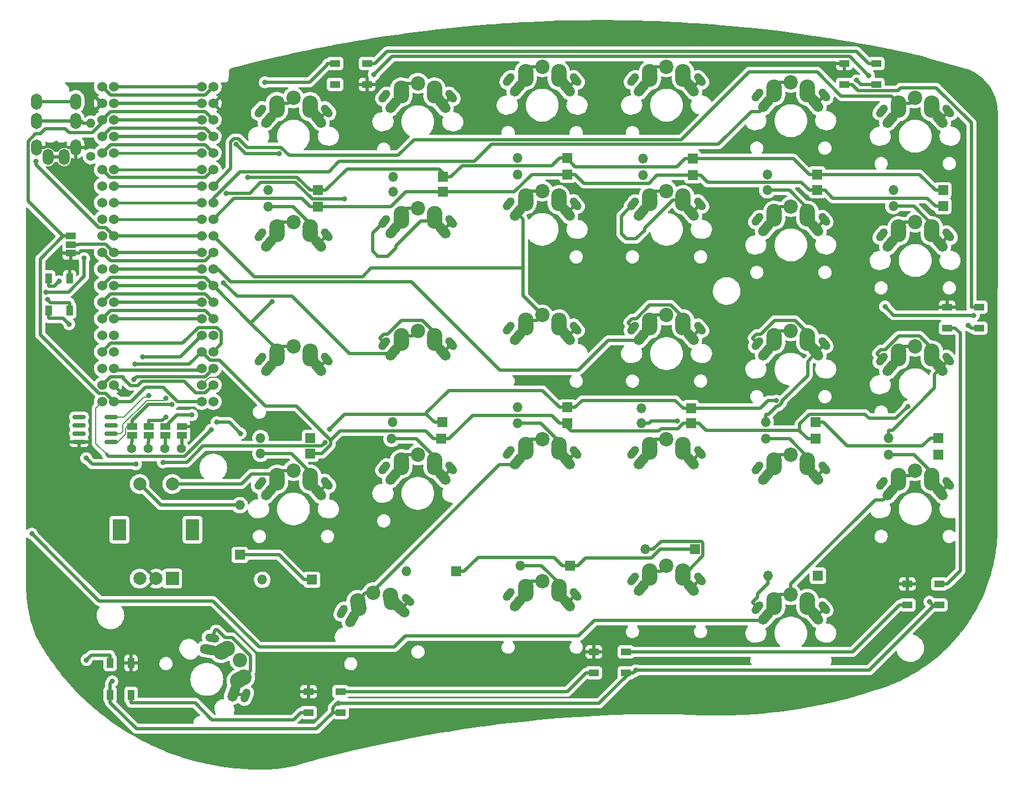
<source format=gbr>
G04 #@! TF.GenerationSoftware,KiCad,Pcbnew,5.99.0-unknown-4920692bcd~125~ubuntu20.04.1*
G04 #@! TF.CreationDate,2021-04-21T16:02:23+01:00*
G04 #@! TF.ProjectId,grandiceps-rev2,6772616e-6469-4636-9570-732d72657632,rev?*
G04 #@! TF.SameCoordinates,Original*
G04 #@! TF.FileFunction,Copper,L1,Top*
G04 #@! TF.FilePolarity,Positive*
%FSLAX46Y46*%
G04 Gerber Fmt 4.6, Leading zero omitted, Abs format (unit mm)*
G04 Created by KiCad (PCBNEW 5.99.0-unknown-4920692bcd~125~ubuntu20.04.1) date 2021-04-21 16:02:23*
%MOMM*%
%LPD*%
G01*
G04 APERTURE LIST*
G04 Aperture macros list*
%AMRoundRect*
0 Rectangle with rounded corners*
0 $1 Rounding radius*
0 $2 $3 $4 $5 $6 $7 $8 $9 X,Y pos of 4 corners*
0 Add a 4 corners polygon primitive as box body*
4,1,4,$2,$3,$4,$5,$6,$7,$8,$9,$2,$3,0*
0 Add four circle primitives for the rounded corners*
1,1,$1+$1,$2,$3*
1,1,$1+$1,$4,$5*
1,1,$1+$1,$6,$7*
1,1,$1+$1,$8,$9*
0 Add four rect primitives between the rounded corners*
20,1,$1+$1,$2,$3,$4,$5,0*
20,1,$1+$1,$4,$5,$6,$7,0*
20,1,$1+$1,$6,$7,$8,$9,0*
20,1,$1+$1,$8,$9,$2,$3,0*%
%AMHorizOval*
0 Thick line with rounded ends*
0 $1 width*
0 $2 $3 position (X,Y) of the first rounded end (center of the circle)*
0 $4 $5 position (X,Y) of the second rounded end (center of the circle)*
0 Add line between two ends*
20,1,$1,$2,$3,$4,$5,0*
0 Add two circle primitives to create the rounded ends*
1,1,$1,$2,$3*
1,1,$1,$4,$5*%
G04 Aperture macros list end*
G04 #@! TA.AperFunction,ComponentPad*
%ADD10C,1.524000*%
G04 #@! TD*
G04 #@! TA.AperFunction,ComponentPad*
%ADD11C,1.400000*%
G04 #@! TD*
G04 #@! TA.AperFunction,ComponentPad*
%ADD12O,1.400000X1.400000*%
G04 #@! TD*
G04 #@! TA.AperFunction,SMDPad,CuDef*
%ADD13R,1.500000X1.000000*%
G04 #@! TD*
G04 #@! TA.AperFunction,SMDPad,CuDef*
%ADD14R,1.000000X1.500000*%
G04 #@! TD*
G04 #@! TA.AperFunction,ComponentPad*
%ADD15C,1.397000*%
G04 #@! TD*
G04 #@! TA.AperFunction,SMDPad,CuDef*
%ADD16RoundRect,0.150000X-0.825000X-0.150000X0.825000X-0.150000X0.825000X0.150000X-0.825000X0.150000X0*%
G04 #@! TD*
G04 #@! TA.AperFunction,ComponentPad*
%ADD17R,1.500000X1.500000*%
G04 #@! TD*
G04 #@! TA.AperFunction,ComponentPad*
%ADD18O,1.500000X1.500000*%
G04 #@! TD*
G04 #@! TA.AperFunction,ComponentPad*
%ADD19HorizOval,1.250000X-0.305324X-0.363871X0.305324X0.363871X0*%
G04 #@! TD*
G04 #@! TA.AperFunction,ComponentPad*
%ADD20HorizOval,1.550000X-0.401742X0.478778X0.401742X-0.478778X0*%
G04 #@! TD*
G04 #@! TA.AperFunction,ComponentPad*
%ADD21HorizOval,1.250000X-0.305324X0.363871X0.305324X-0.363871X0*%
G04 #@! TD*
G04 #@! TA.AperFunction,ComponentPad*
%ADD22C,2.400000*%
G04 #@! TD*
G04 #@! TA.AperFunction,ComponentPad*
%ADD23HorizOval,1.550000X-0.401742X-0.478778X0.401742X0.478778X0*%
G04 #@! TD*
G04 #@! TA.AperFunction,ComponentPad*
%ADD24C,2.200000*%
G04 #@! TD*
G04 #@! TA.AperFunction,ComponentPad*
%ADD25R,2.000000X2.000000*%
G04 #@! TD*
G04 #@! TA.AperFunction,ComponentPad*
%ADD26C,2.000000*%
G04 #@! TD*
G04 #@! TA.AperFunction,ComponentPad*
%ADD27R,2.000000X3.200000*%
G04 #@! TD*
G04 #@! TA.AperFunction,ComponentPad*
%ADD28HorizOval,1.550000X0.213763X0.587308X-0.213763X-0.587308X0*%
G04 #@! TD*
G04 #@! TA.AperFunction,ComponentPad*
%ADD29HorizOval,1.250000X0.162460X0.446354X-0.162460X-0.446354X0*%
G04 #@! TD*
G04 #@! TA.AperFunction,ComponentPad*
%ADD30HorizOval,1.250000X-0.467784X0.082483X0.467784X-0.082483X0*%
G04 #@! TD*
G04 #@! TA.AperFunction,ComponentPad*
%ADD31HorizOval,1.550000X-0.615505X0.108530X0.615505X-0.108530X0*%
G04 #@! TD*
G04 #@! TA.AperFunction,ComponentPad*
%ADD32HorizOval,1.250000X-0.363871X0.305324X0.363871X-0.305324X0*%
G04 #@! TD*
G04 #@! TA.AperFunction,ComponentPad*
%ADD33HorizOval,1.250000X-0.237500X-0.411362X0.237500X0.411362X0*%
G04 #@! TD*
G04 #@! TA.AperFunction,ComponentPad*
%ADD34HorizOval,1.550000X-0.478778X0.401742X0.478778X-0.401742X0*%
G04 #@! TD*
G04 #@! TA.AperFunction,ComponentPad*
%ADD35HorizOval,1.550000X-0.312500X-0.541266X0.312500X0.541266X0*%
G04 #@! TD*
G04 #@! TA.AperFunction,ComponentPad*
%ADD36O,1.700000X2.500000*%
G04 #@! TD*
G04 #@! TA.AperFunction,ViaPad*
%ADD37C,0.800000*%
G04 #@! TD*
G04 #@! TA.AperFunction,Conductor*
%ADD38C,0.200000*%
G04 #@! TD*
G04 #@! TA.AperFunction,Conductor*
%ADD39C,0.500000*%
G04 #@! TD*
G04 #@! TA.AperFunction,Conductor*
%ADD40C,0.450000*%
G04 #@! TD*
G04 APERTURE END LIST*
D10*
X100813000Y-47167800D03*
X117831000Y-47167800D03*
X117831000Y-49707800D03*
X100813000Y-49707800D03*
X100813000Y-52247800D03*
X117831000Y-52247800D03*
X100813000Y-54787800D03*
X117831000Y-54787800D03*
X117831000Y-57327800D03*
X100813000Y-57327800D03*
X117831000Y-59867800D03*
X100813000Y-59867800D03*
X117831000Y-62407800D03*
X100813000Y-62407800D03*
X117831000Y-64947800D03*
X100813000Y-64947800D03*
X117831000Y-67487800D03*
X100813000Y-67487800D03*
X117831000Y-70027800D03*
X100813000Y-70027800D03*
X100813000Y-72567800D03*
X117831000Y-72567800D03*
X100813000Y-75107800D03*
X117831000Y-75107800D03*
X117831000Y-77647800D03*
X100813000Y-77647800D03*
X100813000Y-80187800D03*
X117831000Y-80187800D03*
X100813000Y-82727800D03*
X117831000Y-82727800D03*
X117831000Y-85267800D03*
X100813000Y-85267800D03*
X117831000Y-87807800D03*
X100813000Y-87807800D03*
X117831000Y-90347800D03*
X100813000Y-90347800D03*
X100813000Y-92887800D03*
X117831000Y-92887800D03*
X100813000Y-95427800D03*
X117831000Y-95427800D03*
X116053000Y-95427800D03*
X102591000Y-95427800D03*
X116053000Y-92887800D03*
X102591000Y-92887800D03*
X102591000Y-90347800D03*
X116053000Y-90347800D03*
X116053000Y-87807800D03*
X102591000Y-87807800D03*
X116053000Y-85267800D03*
X102591000Y-85267800D03*
X102591000Y-82727800D03*
X116053000Y-82727800D03*
X102591000Y-80187800D03*
X116053000Y-80187800D03*
X102591000Y-77647800D03*
X116053000Y-77647800D03*
X116053000Y-75107800D03*
X102591000Y-75107800D03*
X102591000Y-72567800D03*
X116053000Y-72567800D03*
X116053000Y-70027800D03*
X102591000Y-70027800D03*
X102591000Y-67487800D03*
X116053000Y-67487800D03*
X116053000Y-64947800D03*
X102591000Y-64947800D03*
X102591000Y-62407800D03*
X116053000Y-62407800D03*
X102591000Y-59867800D03*
X116053000Y-59867800D03*
X116053000Y-57327800D03*
X102591000Y-57327800D03*
X102591000Y-54787800D03*
X116053000Y-54787800D03*
X102591000Y-52247800D03*
X116053000Y-52247800D03*
X116053000Y-49707800D03*
X102591000Y-49707800D03*
X116053000Y-47167800D03*
X102591000Y-47167800D03*
D11*
X99060000Y-57861200D03*
D12*
X99060000Y-52781200D03*
D13*
X229018000Y-126568000D03*
X229018000Y-123368000D03*
X224118000Y-123368000D03*
X224118000Y-126568000D03*
D14*
X92634000Y-81444000D03*
X95834000Y-81444000D03*
X95834000Y-76544000D03*
X92634000Y-76544000D03*
D13*
X235114000Y-84150000D03*
X235114000Y-80950000D03*
X230214000Y-80950000D03*
X230214000Y-84150000D03*
X105410000Y-99284000D03*
X105410000Y-100584000D03*
X219366000Y-46812000D03*
X219366000Y-43612000D03*
X214466000Y-43612000D03*
X214466000Y-46812000D03*
X107950000Y-99284000D03*
X107950000Y-100584000D03*
X136488000Y-43612000D03*
X136488000Y-46812000D03*
X141388000Y-46812000D03*
X141388000Y-43612000D03*
X137324000Y-143078000D03*
X137324000Y-139878000D03*
X132424000Y-139878000D03*
X132424000Y-143078000D03*
D15*
X105335000Y-102616000D03*
X107875000Y-102616000D03*
X110415000Y-102616000D03*
X112955000Y-102616000D03*
D13*
X181012000Y-136982000D03*
X181012000Y-133782000D03*
X176112000Y-133782000D03*
X176112000Y-136982000D03*
D16*
X97282000Y-97790000D03*
X97282000Y-99060000D03*
X97282000Y-100330000D03*
X97282000Y-101600000D03*
X102232000Y-101600000D03*
X102232000Y-100330000D03*
X102232000Y-99060000D03*
X102232000Y-97790000D03*
D13*
X96012000Y-72674000D03*
X96012000Y-71374000D03*
X96012000Y-70074000D03*
X110490000Y-99284000D03*
X110490000Y-100584000D03*
X113030000Y-99284000D03*
X113030000Y-100584000D03*
D14*
X102032000Y-140372000D03*
X105232000Y-140372000D03*
X105232000Y-135472000D03*
X102032000Y-135472000D03*
D17*
X229591000Y-63042800D03*
D18*
X221971000Y-63042800D03*
D17*
X210287000Y-60629800D03*
D18*
X202667000Y-60629800D03*
D17*
X191237000Y-58216800D03*
D18*
X183617000Y-58216800D03*
D17*
X172060000Y-58089800D03*
D18*
X164440000Y-58089800D03*
D17*
X153010000Y-61010800D03*
D18*
X145390000Y-61010800D03*
D17*
X155042000Y-121463000D03*
D18*
X147422000Y-121463000D03*
D17*
X132944000Y-122733000D03*
D18*
X125324000Y-122733000D03*
D17*
X121895000Y-118923000D03*
D18*
X121895000Y-111303000D03*
D17*
X229591000Y-65455800D03*
D18*
X221971000Y-65455800D03*
D17*
X210287000Y-63042800D03*
D18*
X202667000Y-63042800D03*
D17*
X191237000Y-60756800D03*
D18*
X183617000Y-60756800D03*
D17*
X172060000Y-60629800D03*
D18*
X164440000Y-60629800D03*
D17*
X153010000Y-63296800D03*
D18*
X145390000Y-63296800D03*
D17*
X133833000Y-65582800D03*
D18*
X126213000Y-65582800D03*
D17*
X228829000Y-101016000D03*
D18*
X221209000Y-101016000D03*
D17*
X210033000Y-98602800D03*
D18*
X202413000Y-98602800D03*
D17*
X190983000Y-96443800D03*
D18*
X183363000Y-96443800D03*
D17*
X172060000Y-96316800D03*
D18*
X164440000Y-96316800D03*
D17*
X152883000Y-98602800D03*
D18*
X145263000Y-98602800D03*
D17*
X132690000Y-101016000D03*
D18*
X125070000Y-101016000D03*
D17*
X228829000Y-103556000D03*
D18*
X221209000Y-103556000D03*
D17*
X210033000Y-101143000D03*
D18*
X202413000Y-101143000D03*
D17*
X190983000Y-98729800D03*
D18*
X183363000Y-98729800D03*
D17*
X172060000Y-98729800D03*
D18*
X164440000Y-98729800D03*
D17*
X152756000Y-101143000D03*
D18*
X145136000Y-101143000D03*
D17*
X132690000Y-103429000D03*
D18*
X125070000Y-103429000D03*
D17*
X210414000Y-122098000D03*
D18*
X202794000Y-122098000D03*
D17*
X191618000Y-118034000D03*
D18*
X183998000Y-118034000D03*
D17*
X172441000Y-120574000D03*
D18*
X164821000Y-120574000D03*
D19*
X220213000Y-69897800D03*
D20*
X229123000Y-71257800D03*
D21*
X230413000Y-69897800D03*
D22*
X227853000Y-69797800D03*
X227853000Y-68717800D03*
X227853000Y-69297800D03*
D23*
X221503000Y-71257800D03*
D22*
X222773000Y-69297800D03*
X222773000Y-69797800D03*
D24*
X225313000Y-67897800D03*
D22*
X222773000Y-68717800D03*
D21*
X211373000Y-48477800D03*
D22*
X208813000Y-48377800D03*
D20*
X210083000Y-49837800D03*
D22*
X208813000Y-47877800D03*
D19*
X201173000Y-48477800D03*
D22*
X208813000Y-47297800D03*
X203733000Y-47877800D03*
X203733000Y-48377800D03*
D24*
X206273000Y-46477800D03*
D23*
X202463000Y-49837800D03*
D22*
X203733000Y-47297800D03*
D19*
X144053000Y-105598000D03*
D20*
X152963000Y-106958000D03*
D21*
X154253000Y-105598000D03*
D22*
X151693000Y-104998000D03*
X151693000Y-104418000D03*
X151693000Y-105498000D03*
D23*
X145343000Y-106958000D03*
D22*
X146613000Y-105498000D03*
X146613000Y-104418000D03*
X146613000Y-104998000D03*
D24*
X149153000Y-103598000D03*
D20*
X133923000Y-109338000D03*
D22*
X132653000Y-107378000D03*
D21*
X135213000Y-107978000D03*
D22*
X132653000Y-106798000D03*
X132653000Y-107878000D03*
D19*
X125013000Y-107978000D03*
D22*
X127573000Y-107878000D03*
D24*
X130113000Y-105978000D03*
D22*
X127573000Y-107378000D03*
D23*
X126303000Y-109338000D03*
D22*
X127573000Y-106798000D03*
D21*
X173293000Y-103218000D03*
D19*
X163093000Y-103218000D03*
D22*
X170733000Y-102618000D03*
D20*
X172003000Y-104578000D03*
D22*
X170733000Y-103118000D03*
X170733000Y-102038000D03*
X165653000Y-103118000D03*
D23*
X164383000Y-104578000D03*
D22*
X165653000Y-102038000D03*
D24*
X168193000Y-101218000D03*
D22*
X165653000Y-102618000D03*
D21*
X135213000Y-50857800D03*
D22*
X132653000Y-50257800D03*
X132653000Y-49677800D03*
X132653000Y-50757800D03*
D19*
X125013000Y-50857800D03*
D20*
X133923000Y-52217800D03*
D22*
X127573000Y-50257800D03*
X127573000Y-49677800D03*
X127573000Y-50757800D03*
D23*
X126303000Y-52217800D03*
D24*
X130113000Y-48857800D03*
D22*
X208813000Y-126418000D03*
X208813000Y-125838000D03*
D21*
X211373000Y-127018000D03*
D19*
X201173000Y-127018000D03*
D20*
X210083000Y-128378000D03*
D22*
X208813000Y-126918000D03*
X203733000Y-125838000D03*
X203733000Y-126418000D03*
D23*
X202463000Y-128378000D03*
D22*
X203733000Y-126918000D03*
D24*
X206273000Y-125018000D03*
D25*
X111557000Y-122555000D03*
D26*
X106557000Y-122555000D03*
X109057000Y-122555000D03*
D27*
X103457000Y-115055000D03*
X114657000Y-115055000D03*
D26*
X106557000Y-108055000D03*
X111557000Y-108055000D03*
D22*
X151693000Y-48537800D03*
D21*
X154253000Y-48637800D03*
D22*
X151693000Y-47457800D03*
D20*
X152963000Y-49997800D03*
D22*
X151693000Y-48037800D03*
D19*
X144053000Y-48637800D03*
D22*
X146613000Y-48537800D03*
D23*
X145343000Y-49997800D03*
D22*
X146613000Y-47457800D03*
X146613000Y-48037800D03*
D24*
X149153000Y-46637800D03*
D22*
X189773000Y-103118000D03*
D20*
X191043000Y-104578000D03*
D22*
X189773000Y-102038000D03*
X189773000Y-102618000D03*
D21*
X192333000Y-103218000D03*
D19*
X182133000Y-103218000D03*
D22*
X184693000Y-103118000D03*
D23*
X183423000Y-104578000D03*
D24*
X187233000Y-101218000D03*
D22*
X184693000Y-102618000D03*
X184693000Y-102038000D03*
X132653000Y-69797800D03*
D20*
X133923000Y-71257800D03*
D19*
X125013000Y-69897800D03*
D22*
X132653000Y-68717800D03*
D21*
X135213000Y-69897800D03*
D22*
X132653000Y-69297800D03*
X127573000Y-69797800D03*
D23*
X126303000Y-71257800D03*
D22*
X127573000Y-69297800D03*
X127573000Y-68717800D03*
D24*
X130113000Y-67897800D03*
D20*
X172003000Y-126318000D03*
D22*
X170733000Y-124358000D03*
D21*
X173293000Y-124958000D03*
D22*
X170733000Y-123778000D03*
X170733000Y-124858000D03*
D19*
X163093000Y-124958000D03*
D23*
X164383000Y-126318000D03*
D24*
X168193000Y-122958000D03*
D22*
X165653000Y-123778000D03*
X165653000Y-124358000D03*
X165653000Y-124858000D03*
D28*
X120944705Y-140027557D03*
D22*
X122509409Y-137657705D03*
X121574102Y-138197705D03*
D29*
X122767499Y-140464730D03*
D30*
X117667499Y-131631270D03*
D22*
X122007114Y-137947705D03*
X119467114Y-133548295D03*
X119034102Y-133798295D03*
D24*
X121949550Y-135048000D03*
D31*
X117134705Y-133428443D03*
D22*
X119969409Y-133258295D03*
D32*
X147652292Y-125829644D03*
D22*
X144926279Y-125112110D03*
D33*
X137607253Y-127600855D03*
D34*
X146618051Y-127392989D03*
D22*
X145113819Y-126175703D03*
X145026995Y-125683299D03*
X140024172Y-126565431D03*
X139923456Y-125994243D03*
D35*
X139113816Y-128716188D03*
D24*
X142282476Y-124745634D03*
D22*
X140110996Y-127057835D03*
X227853000Y-88837800D03*
X227853000Y-88337800D03*
D19*
X220213000Y-88937800D03*
D22*
X227853000Y-87757800D03*
D21*
X230413000Y-88937800D03*
D20*
X229123000Y-90297800D03*
D23*
X221503000Y-90297800D03*
D24*
X225313000Y-86937800D03*
D22*
X222773000Y-88837800D03*
X222773000Y-88337800D03*
X222773000Y-87757800D03*
D19*
X144053000Y-86557800D03*
D22*
X151693000Y-85377800D03*
D20*
X152963000Y-87917800D03*
D21*
X154253000Y-86557800D03*
D22*
X151693000Y-86457800D03*
X151693000Y-85957800D03*
D24*
X149153000Y-84557800D03*
D22*
X146613000Y-85377800D03*
X146613000Y-86457800D03*
X146613000Y-85957800D03*
D23*
X145343000Y-87917800D03*
D22*
X170733000Y-63957800D03*
D19*
X163093000Y-65137800D03*
D22*
X170733000Y-65037800D03*
D20*
X172003000Y-66497800D03*
D21*
X173293000Y-65137800D03*
D22*
X170733000Y-64537800D03*
D23*
X164383000Y-66497800D03*
D22*
X165653000Y-65037800D03*
D24*
X168193000Y-63137800D03*
D22*
X165653000Y-63957800D03*
X165653000Y-64537800D03*
D20*
X210083000Y-106958000D03*
D21*
X211373000Y-105598000D03*
D22*
X208813000Y-105498000D03*
X208813000Y-104998000D03*
X208813000Y-104418000D03*
D19*
X201173000Y-105598000D03*
D22*
X203733000Y-104998000D03*
X203733000Y-104418000D03*
D23*
X202463000Y-106958000D03*
D24*
X206273000Y-103598000D03*
D22*
X203733000Y-105498000D03*
X170733000Y-82997800D03*
X170733000Y-84077800D03*
X170733000Y-83577800D03*
D21*
X173293000Y-84177800D03*
D19*
X163093000Y-84177800D03*
D20*
X172003000Y-85537800D03*
D22*
X165653000Y-83577800D03*
D24*
X168193000Y-82177800D03*
D22*
X165653000Y-82997800D03*
X165653000Y-84077800D03*
D23*
X164383000Y-85537800D03*
D20*
X152963000Y-69197800D03*
D19*
X144053000Y-67837800D03*
D22*
X151693000Y-66657800D03*
D21*
X154253000Y-67837800D03*
D22*
X151693000Y-67737800D03*
X151693000Y-67237800D03*
X146613000Y-66657800D03*
X146613000Y-67737800D03*
D23*
X145343000Y-69197800D03*
D22*
X146613000Y-67237800D03*
D24*
X149153000Y-65837800D03*
D22*
X189773000Y-63957800D03*
D20*
X191043000Y-66497800D03*
D21*
X192333000Y-65137800D03*
D22*
X189773000Y-64537800D03*
D19*
X182133000Y-65137800D03*
D22*
X189773000Y-65037800D03*
D23*
X183423000Y-66497800D03*
D24*
X187233000Y-63137800D03*
D22*
X184693000Y-65037800D03*
X184693000Y-63957800D03*
X184693000Y-64537800D03*
D21*
X192333000Y-46097800D03*
D22*
X189773000Y-45997800D03*
X189773000Y-45497800D03*
X189773000Y-44917800D03*
D20*
X191043000Y-47457800D03*
D19*
X182133000Y-46097800D03*
D22*
X184693000Y-45997800D03*
X184693000Y-45497800D03*
D23*
X183423000Y-47457800D03*
D24*
X187233000Y-44097800D03*
D22*
X184693000Y-44917800D03*
D19*
X125013000Y-88937800D03*
D21*
X135213000Y-88937800D03*
D22*
X132653000Y-88837800D03*
D20*
X133923000Y-90297800D03*
D22*
X132653000Y-88337800D03*
X132653000Y-87757800D03*
X127573000Y-87757800D03*
D23*
X126303000Y-90297800D03*
D22*
X127573000Y-88837800D03*
X127573000Y-88337800D03*
D24*
X130113000Y-86937800D03*
D22*
X227853000Y-49677800D03*
X227853000Y-50257800D03*
X227853000Y-50757800D03*
D21*
X230413000Y-50857800D03*
D19*
X220213000Y-50857800D03*
D20*
X229123000Y-52217800D03*
D24*
X225313000Y-48857800D03*
D22*
X222773000Y-49677800D03*
D23*
X221503000Y-52217800D03*
D22*
X222773000Y-50757800D03*
X222773000Y-50257800D03*
X170733000Y-44917800D03*
D21*
X173293000Y-46097800D03*
D22*
X170733000Y-45497800D03*
D19*
X163093000Y-46097800D03*
D20*
X172003000Y-47457800D03*
D22*
X170733000Y-45997800D03*
X165653000Y-44917800D03*
X165653000Y-45497800D03*
D23*
X164383000Y-47457800D03*
D24*
X168193000Y-44097800D03*
D22*
X165653000Y-45997800D03*
D21*
X211373000Y-86557800D03*
D19*
X201173000Y-86557800D03*
D22*
X208813000Y-86457800D03*
X208813000Y-85377800D03*
X208813000Y-85957800D03*
D20*
X210083000Y-87917800D03*
D22*
X203733000Y-85957800D03*
D24*
X206273000Y-84557800D03*
D23*
X202463000Y-87917800D03*
D22*
X203733000Y-86457800D03*
X203733000Y-85377800D03*
X189773000Y-84077800D03*
X189773000Y-83577800D03*
X189773000Y-82997800D03*
D19*
X182133000Y-84177800D03*
D20*
X191043000Y-85537800D03*
D21*
X192333000Y-84177800D03*
D22*
X184693000Y-84077800D03*
X184693000Y-82997800D03*
D23*
X183423000Y-85537800D03*
D22*
X184693000Y-83577800D03*
D24*
X187233000Y-82177800D03*
D20*
X191043000Y-123938000D03*
D22*
X189773000Y-121978000D03*
X189773000Y-122478000D03*
X189773000Y-121398000D03*
D21*
X192333000Y-122578000D03*
D19*
X182133000Y-122578000D03*
D22*
X184693000Y-121398000D03*
X184693000Y-122478000D03*
X184693000Y-121978000D03*
D23*
X183423000Y-123938000D03*
D24*
X187233000Y-120578000D03*
D22*
X208813000Y-66337800D03*
D20*
X210083000Y-68877800D03*
D22*
X208813000Y-67417800D03*
D19*
X201173000Y-67517800D03*
D21*
X211373000Y-67517800D03*
D22*
X208813000Y-66917800D03*
D23*
X202463000Y-68877800D03*
D22*
X203733000Y-67417800D03*
D24*
X206273000Y-65517800D03*
D22*
X203733000Y-66337800D03*
X203733000Y-66917800D03*
X227853000Y-106798000D03*
X227853000Y-107378000D03*
D19*
X220213000Y-107978000D03*
D22*
X227853000Y-107878000D03*
D21*
X230413000Y-107978000D03*
D20*
X229123000Y-109338000D03*
D22*
X222773000Y-107378000D03*
X222773000Y-106798000D03*
X222773000Y-107878000D03*
D23*
X221503000Y-109338000D03*
D24*
X225313000Y-105978000D03*
D17*
X133833000Y-63042800D03*
D18*
X126213000Y-63042800D03*
D36*
X92537600Y-57951800D03*
X94987600Y-57951800D03*
X96737600Y-49451800D03*
X90787600Y-49451800D03*
X90787600Y-52451800D03*
X96737600Y-52451800D03*
X90787600Y-56451800D03*
X96737600Y-56451800D03*
D37*
X197358000Y-56388000D03*
X115570000Y-99314000D03*
X216662000Y-83566000D03*
X93980000Y-56134000D03*
X104140000Y-93980000D03*
X98044000Y-77978000D03*
X119292500Y-91694000D03*
X177546000Y-39370000D03*
X97282000Y-60960000D03*
X96774000Y-87884000D03*
X175768000Y-76962000D03*
X94234000Y-73406000D03*
X196088000Y-44704000D03*
X226060000Y-80264000D03*
X93218000Y-70104000D03*
X215900000Y-55626000D03*
X216350600Y-46197100D03*
X105983200Y-105032900D03*
X233423600Y-83717900D03*
X114592400Y-97484400D03*
X137001500Y-141700200D03*
X102367300Y-138287600D03*
X125730000Y-46482000D03*
X95758000Y-83566000D03*
X227503400Y-126081800D03*
X98381100Y-104102900D03*
X107950000Y-94488000D03*
X182535400Y-136614600D03*
X123076400Y-61031700D03*
X118350200Y-98576900D03*
X122003800Y-100310900D03*
X106974900Y-88588200D03*
X119810700Y-63481300D03*
X137902000Y-64385600D03*
X134941500Y-101705600D03*
X94234000Y-76980600D03*
X110129300Y-104739200D03*
X188858000Y-98370500D03*
X127927100Y-57446700D03*
X204051200Y-95273300D03*
X135645700Y-99649500D03*
X121353200Y-56004400D03*
X234291200Y-82186300D03*
X220682600Y-80849800D03*
X218204800Y-45438100D03*
X142426900Y-45339500D03*
X224192400Y-96153200D03*
X105822500Y-89717300D03*
X92168300Y-78647300D03*
X90046500Y-115672600D03*
X98049700Y-73460000D03*
X119391100Y-77196700D03*
X126823700Y-80122700D03*
X105670300Y-92011900D03*
X90699000Y-58625100D03*
X117499900Y-99737300D03*
X110577900Y-97777100D03*
X110577900Y-94908100D03*
X111478600Y-95898300D03*
X92440300Y-79804600D03*
X98419000Y-135018600D03*
D38*
X116053000Y-92887800D02*
X116773480Y-92167320D01*
X116773480Y-92167320D02*
X116788619Y-92167319D01*
X117261938Y-91694000D02*
X119380000Y-91694000D01*
X119380000Y-91694000D02*
X119292500Y-91694000D01*
X116788619Y-92167319D02*
X117261938Y-91694000D01*
D39*
X116561000Y-48437800D02*
X117831000Y-47167800D01*
X137001500Y-141700200D02*
X136775400Y-141700200D01*
X176894000Y-141700200D02*
X137001500Y-141700200D01*
X102874700Y-90631500D02*
X115769300Y-90631500D01*
X98381100Y-104102900D02*
X99311100Y-105032900D01*
X102032000Y-140372000D02*
X102032000Y-141572300D01*
D38*
X104140000Y-97790000D02*
X107188000Y-94742000D01*
D39*
X227503400Y-126081800D02*
X227817700Y-126396100D01*
X182212300Y-136937700D02*
X182212300Y-136982000D01*
X136123700Y-142351900D02*
X136123700Y-143078000D01*
X218244700Y-136614600D02*
X182535400Y-136614600D01*
X92634000Y-82644300D02*
X94836300Y-82644300D01*
X228291300Y-126568000D02*
X227817700Y-126568000D01*
X99311100Y-105032900D02*
X105983200Y-105032900D01*
X133609400Y-145592300D02*
X106052000Y-145592300D01*
X102032000Y-138622900D02*
X102032000Y-140372000D01*
X110490000Y-99284000D02*
X112289600Y-97484400D01*
X229018000Y-126568000D02*
X228417900Y-126568000D01*
X132588000Y-46482000D02*
X125730000Y-46482000D01*
D38*
X102232000Y-97790000D02*
X104140000Y-97790000D01*
D39*
X182535400Y-136614600D02*
X182212300Y-136937700D01*
X228417900Y-126568000D02*
X228291300Y-126568000D01*
X137324000Y-143078000D02*
X136123700Y-143078000D01*
X135287700Y-43612000D02*
X135287700Y-43782300D01*
X94836300Y-82644300D02*
X95758000Y-83566000D01*
X92634000Y-81444000D02*
X92634000Y-82644300D01*
X233423600Y-83717900D02*
X233481600Y-83717900D01*
X106052000Y-145592300D02*
X102032000Y-141572300D01*
X135287700Y-43782300D02*
X132588000Y-46482000D01*
X100813000Y-47167800D02*
X102083000Y-48437800D01*
X102367300Y-138287600D02*
X102032000Y-138622900D01*
X228291300Y-126568000D02*
X218244700Y-136614600D01*
X112289600Y-97484400D02*
X114592400Y-97484400D01*
X216350600Y-46197100D02*
X216965500Y-46812000D01*
X136488000Y-43612000D02*
X135287700Y-43612000D01*
X227817700Y-126396100D02*
X227817700Y-126568000D01*
X233481600Y-83717900D02*
X233913700Y-84150000D01*
X94987600Y-57951800D02*
X92537600Y-57951800D01*
X181012000Y-136982000D02*
X181612200Y-136982000D01*
X216965500Y-46812000D02*
X219366000Y-46812000D01*
X181612200Y-136982000D02*
X182212300Y-136982000D01*
X181612200Y-136982000D02*
X176894000Y-141700200D01*
X102083000Y-48437800D02*
X116561000Y-48437800D01*
D38*
X107188000Y-94742000D02*
X107950000Y-94742000D01*
D39*
X235114000Y-84150000D02*
X233913700Y-84150000D01*
X136123700Y-143078000D02*
X133609400Y-145592300D01*
X136775400Y-141700200D02*
X136123700Y-142351900D01*
X229670000Y-51743100D02*
X228784700Y-50857800D01*
X230413000Y-50857800D02*
X229670000Y-51743100D01*
X155931000Y-59290100D02*
X169659400Y-59290100D01*
X134433200Y-63042800D02*
X133833000Y-63042800D01*
X152368800Y-59769400D02*
X138306700Y-59769400D01*
X210287000Y-60629800D02*
X209086700Y-60629800D01*
X169659400Y-59290100D02*
X170859700Y-58089800D01*
X206673700Y-58216800D02*
X191237000Y-58216800D01*
X132632700Y-63042800D02*
X130621600Y-61031700D01*
X229591000Y-63042800D02*
X228390700Y-63042800D01*
X225977700Y-60629800D02*
X210287000Y-60629800D01*
X138306700Y-59769400D02*
X135033300Y-63042800D01*
X153610200Y-61010800D02*
X152368800Y-59769400D01*
X153010000Y-61010800D02*
X153610200Y-61010800D01*
X171933000Y-58089800D02*
X173260300Y-59417100D01*
X130621600Y-61031700D02*
X123076400Y-61031700D01*
X133833000Y-63042800D02*
X132632700Y-63042800D01*
X134433200Y-63042800D02*
X135033300Y-63042800D01*
X153610200Y-61010800D02*
X154210300Y-61010800D01*
X209086700Y-60629800D02*
X206673700Y-58216800D01*
X102591000Y-47167800D02*
X116053000Y-47167800D01*
X228390700Y-63042800D02*
X225977700Y-60629800D01*
X171459900Y-58089800D02*
X170859700Y-58089800D01*
X171459900Y-58089800D02*
X171933000Y-58089800D01*
X188836400Y-59417100D02*
X190036700Y-58216800D01*
X191237000Y-58216800D02*
X190036700Y-58216800D01*
X154210300Y-61010800D02*
X155931000Y-59290100D01*
X173260300Y-59417100D02*
X188836400Y-59417100D01*
X209644700Y-48377800D02*
X210630000Y-49363100D01*
X211373000Y-48477800D02*
X210630000Y-49363100D01*
X192333000Y-46097800D02*
X191590000Y-46983100D01*
X190604700Y-45997800D02*
X191590000Y-46983100D01*
X172550000Y-46983100D02*
X171664700Y-46097800D01*
X173293000Y-46097800D02*
X172550000Y-46983100D01*
X154253000Y-48637800D02*
X153510000Y-49523100D01*
X153510000Y-49523100D02*
X152624700Y-48637800D01*
X135213000Y-50857800D02*
X134470000Y-51743100D01*
X133484700Y-50757800D02*
X134470000Y-51743100D01*
X230413000Y-69897800D02*
X229670100Y-70783100D01*
X225090400Y-65455800D02*
X227853000Y-68218400D01*
X229670000Y-70783100D02*
X229670100Y-70783100D01*
X227853000Y-69797800D02*
X229218000Y-71162800D01*
X221971000Y-65455800D02*
X225090400Y-65455800D01*
X229290300Y-71162800D02*
X229670000Y-70783100D01*
X184948200Y-119373700D02*
X186287900Y-118034000D01*
X173041200Y-120574000D02*
X172441000Y-120574000D01*
X112732600Y-88588200D02*
X116053000Y-85267800D01*
X120269800Y-98576900D02*
X118350200Y-98576900D01*
X158370000Y-119335300D02*
X156242300Y-121463000D01*
X155042000Y-121463000D02*
X156242300Y-121463000D01*
X173041200Y-120574000D02*
X173641300Y-120574000D01*
X172441000Y-120574000D02*
X171240700Y-120574000D01*
X106974900Y-88588200D02*
X112732600Y-88588200D01*
X131743700Y-122733000D02*
X127933700Y-118923000D01*
X122003800Y-100310900D02*
X120269800Y-98576900D01*
X171240700Y-120574000D02*
X170002000Y-119335300D01*
X132944000Y-122733000D02*
X131743700Y-122733000D01*
X173641300Y-120574000D02*
X174841600Y-119373700D01*
X186287900Y-118034000D02*
X191618000Y-118034000D01*
X127933700Y-118923000D02*
X121895000Y-118923000D01*
X170002000Y-119335300D02*
X158370000Y-119335300D01*
X174841600Y-119373700D02*
X184948200Y-119373700D01*
X210178000Y-68782800D02*
X210557700Y-68403100D01*
X210630000Y-68403100D02*
X210630100Y-68403100D01*
X206070500Y-63042800D02*
X208813000Y-65785300D01*
X211373000Y-67517800D02*
X210630100Y-68403100D01*
X210557700Y-68403100D02*
X210630000Y-68403100D01*
X210178000Y-68782800D02*
X208813000Y-67417800D01*
X202667000Y-63042800D02*
X206070500Y-63042800D01*
X183870300Y-69163100D02*
X183870300Y-68873100D01*
X180306100Y-69663000D02*
X181109100Y-70466000D01*
X191517700Y-66023100D02*
X191590000Y-66023100D01*
X191138000Y-66402800D02*
X191517700Y-66023100D01*
X191590000Y-66023100D02*
X191590100Y-66023100D01*
X192333000Y-65137800D02*
X191590100Y-66023100D01*
X191138000Y-66402800D02*
X189773000Y-65037800D01*
X183870300Y-68873100D02*
X188205600Y-64537800D01*
X182133000Y-65137800D02*
X180306100Y-66964700D01*
X188205600Y-64537800D02*
X189773000Y-64537800D01*
X182567400Y-70466000D02*
X183870300Y-69163100D01*
X180306100Y-66964700D02*
X180306100Y-69663000D01*
X181109100Y-70466000D02*
X182567400Y-70466000D01*
X134470000Y-70783100D02*
X134470100Y-70783100D01*
X134018000Y-71162800D02*
X132653000Y-69797800D01*
X135213000Y-69897800D02*
X134470100Y-70783100D01*
X134397700Y-70783100D02*
X134470000Y-70783100D01*
X126213000Y-65582800D02*
X130034800Y-65582800D01*
X130034800Y-65582800D02*
X132653000Y-68201000D01*
X134018000Y-71162800D02*
X134397700Y-70783100D01*
X123413400Y-63481300D02*
X119810700Y-63481300D01*
X116283500Y-102216300D02*
X134430800Y-102216300D01*
X110129300Y-104739200D02*
X113760600Y-104739200D01*
X102024511Y-61079311D02*
X116619489Y-61079311D01*
X125087600Y-61807100D02*
X123413400Y-63481300D01*
X137902000Y-64385600D02*
X137898800Y-64382400D01*
X100813000Y-59867800D02*
X102024511Y-61079311D01*
X93470300Y-77744300D02*
X92634000Y-77744300D01*
X116619489Y-61079311D02*
X117831000Y-59867800D01*
X94234000Y-76980600D02*
X93470300Y-77744300D01*
X137898800Y-64382400D02*
X132981800Y-64382400D01*
X113760600Y-104739200D02*
X116283500Y-102216300D01*
X134430800Y-102216300D02*
X134941500Y-101705600D01*
X92634000Y-76544000D02*
X92634000Y-77744300D01*
X130406500Y-61807100D02*
X125087600Y-61807100D01*
X132981800Y-64382400D02*
X130406500Y-61807100D01*
X143898700Y-85083800D02*
X144549400Y-85083800D01*
X153058000Y-87822800D02*
X151693000Y-86457800D01*
X146636700Y-82996500D02*
X149872100Y-82996500D01*
X153058000Y-87822800D02*
X153437700Y-87443100D01*
X153437700Y-87443100D02*
X153510000Y-87443100D01*
X149872100Y-82996500D02*
X151693000Y-84817400D01*
X153510000Y-87443100D02*
X153510100Y-87443100D01*
X144549400Y-85083800D02*
X146636700Y-82996500D01*
X154253000Y-86557800D02*
X153510100Y-87443100D01*
X143310000Y-85672500D02*
X143898700Y-85083800D01*
X144053000Y-86557800D02*
X143310000Y-85672500D01*
X174611600Y-61981100D02*
X184566600Y-61981100D01*
X184566600Y-61981100D02*
X185790900Y-60756800D01*
X163931000Y-63296800D02*
X166598000Y-60629800D01*
X210287000Y-63042800D02*
X211487300Y-63042800D01*
X173260300Y-60629800D02*
X174611600Y-61981100D01*
X207886400Y-61842500D02*
X193523000Y-61842500D01*
X212687600Y-64243100D02*
X211487300Y-63042800D01*
X229591000Y-65455800D02*
X228390700Y-65455800D01*
X228390700Y-65455800D02*
X227178000Y-64243100D01*
X227178000Y-64243100D02*
X212687600Y-64243100D01*
X193523000Y-61842500D02*
X192437300Y-60756800D01*
X191237000Y-60756800D02*
X192437300Y-60756800D01*
X121006000Y-64312800D02*
X117831000Y-67487800D01*
X153010000Y-63296800D02*
X163931000Y-63296800D01*
X172060000Y-60629800D02*
X173260300Y-60629800D01*
X133232900Y-65582800D02*
X132632700Y-65582800D01*
X133232900Y-65582800D02*
X133833000Y-65582800D01*
X132632700Y-65582800D02*
X131362700Y-64312800D01*
X144991300Y-65582800D02*
X147277300Y-63296800D01*
X147277300Y-63296800D02*
X153010000Y-63296800D01*
X133833000Y-65582800D02*
X144991300Y-65582800D01*
X131362700Y-64312800D02*
X121006000Y-64312800D01*
X166598000Y-60629800D02*
X172060000Y-60629800D01*
X185790900Y-60756800D02*
X191237000Y-60756800D01*
X210287000Y-63042800D02*
X209086700Y-63042800D01*
X209086700Y-63042800D02*
X207886400Y-61842500D01*
X133484700Y-88837800D02*
X134470000Y-89823100D01*
X135213000Y-88937800D02*
X134470000Y-89823100D01*
X229670000Y-108863300D02*
X228784700Y-107978000D01*
X230413000Y-107978000D02*
X229670000Y-108863300D01*
X225158000Y-103556000D02*
X221209000Y-103556000D01*
X227853000Y-106251000D02*
X225158000Y-103556000D01*
X210630000Y-106483300D02*
X210630100Y-106483300D01*
X211373000Y-105598000D02*
X210630100Y-106483300D01*
X202413000Y-101143000D02*
X206080500Y-101143000D01*
X206080500Y-101143000D02*
X208813000Y-103875500D01*
X208813000Y-105498000D02*
X210178000Y-106863000D01*
X210250300Y-106863000D02*
X210630000Y-106483300D01*
X191590000Y-104103300D02*
X191590100Y-104103300D01*
X191138000Y-104483000D02*
X189773000Y-103118000D01*
X183363000Y-98729800D02*
X184563300Y-98729800D01*
X192333000Y-103218000D02*
X191590100Y-104103300D01*
X184563300Y-98729800D02*
X184922600Y-98370500D01*
X191138000Y-104483000D02*
X191517700Y-104103300D01*
X184922600Y-98370500D02*
X188858000Y-98370500D01*
X191517700Y-104103300D02*
X191590000Y-104103300D01*
X171564700Y-103118000D02*
X172550000Y-104103300D01*
X173293000Y-103218000D02*
X172550000Y-104103300D01*
X167938000Y-98729800D02*
X164440000Y-98729800D01*
X170733000Y-101524800D02*
X167938000Y-98729800D01*
X145136000Y-101143000D02*
X148960500Y-101143000D01*
X148960500Y-101143000D02*
X151693000Y-103875500D01*
X154253000Y-105598000D02*
X153510100Y-106483300D01*
X153130300Y-106863000D02*
X153510000Y-106483300D01*
X151693000Y-105498000D02*
X153058000Y-106863000D01*
X153510000Y-106483300D02*
X153510100Y-106483300D01*
X137892700Y-97402500D02*
X150482400Y-97402500D01*
X214846800Y-102216300D02*
X226428400Y-102216300D01*
X152883000Y-98602800D02*
X151682700Y-98602800D01*
X190983000Y-96443800D02*
X201616000Y-96443800D01*
X226428400Y-102216300D02*
X227628700Y-101016000D01*
X211233300Y-98602800D02*
X214846800Y-102216300D01*
X150482400Y-97124100D02*
X153907700Y-93698800D01*
X150482400Y-97402500D02*
X150482400Y-97124100D01*
X171459900Y-96316800D02*
X170859700Y-96316800D01*
X127927100Y-57446700D02*
X122795500Y-57446700D01*
X173260300Y-96316800D02*
X174333600Y-95243500D01*
X201616000Y-96443800D02*
X202786500Y-95273300D01*
X150482400Y-97402500D02*
X151682700Y-98602800D01*
X172060000Y-96316800D02*
X173260300Y-96316800D01*
X135645700Y-99649500D02*
X137892700Y-97402500D01*
X210033000Y-98602800D02*
X211233300Y-98602800D01*
X190382900Y-96443800D02*
X189782700Y-96443800D01*
X228829000Y-101016000D02*
X227628700Y-101016000D01*
X102591000Y-49707800D02*
X116053000Y-49707800D01*
X122795500Y-57446700D02*
X121353200Y-56004400D01*
X188582400Y-95243500D02*
X189782700Y-96443800D01*
X153907700Y-93698800D02*
X168241700Y-93698800D01*
X174333600Y-95243500D02*
X188582400Y-95243500D01*
X171459900Y-96316800D02*
X172060000Y-96316800D01*
X190382900Y-96443800D02*
X190983000Y-96443800D01*
X202786500Y-95273300D02*
X204051200Y-95273300D01*
X168241700Y-93698800D02*
X170859700Y-96316800D01*
X222019100Y-82186300D02*
X220682600Y-80849800D01*
X234291200Y-82186300D02*
X222019100Y-82186300D01*
X142426900Y-45339500D02*
X145234600Y-42531800D01*
X145234600Y-42531800D02*
X215298500Y-42531800D01*
X215298500Y-42531800D02*
X218204800Y-45438100D01*
X130525900Y-96087400D02*
X125808500Y-96087400D01*
X172060000Y-98729800D02*
X171459900Y-98729800D01*
X118798900Y-89077800D02*
X117323000Y-89077800D01*
X135791800Y-102057900D02*
X135791800Y-101353300D01*
X190382900Y-98729800D02*
X189782700Y-98729800D01*
X132690000Y-103429000D02*
X134420700Y-103429000D01*
X209129800Y-97343500D02*
X217591800Y-97343500D01*
X222357400Y-97988200D02*
X224192400Y-96153200D01*
X193320400Y-99866900D02*
X207632400Y-99866900D01*
X114143500Y-89717300D02*
X116053000Y-87807800D01*
X171459900Y-98729800D02*
X170859700Y-98729800D01*
X207632400Y-99866900D02*
X207632400Y-98840900D01*
X134420700Y-103429000D02*
X135791800Y-102057900D01*
X207632400Y-98840900D02*
X209129800Y-97343500D01*
X135791800Y-101353300D02*
X137202400Y-99942700D01*
X152756000Y-101143000D02*
X153956300Y-101143000D01*
X117323000Y-89077800D02*
X116053000Y-87807800D01*
X210033000Y-101143000D02*
X208832700Y-101143000D01*
X169659400Y-97529500D02*
X170859700Y-98729800D01*
X137202400Y-99942700D02*
X150355400Y-99942700D01*
X157569800Y-97529500D02*
X169659400Y-97529500D01*
X172667700Y-99937600D02*
X171459900Y-98729800D01*
X186410400Y-99579200D02*
X186052000Y-99937600D01*
X207632400Y-99942700D02*
X207632400Y-99866900D01*
X188933300Y-99579200D02*
X186410400Y-99579200D01*
X189782700Y-98729800D02*
X188933300Y-99579200D01*
X190382900Y-98729800D02*
X190983000Y-98729800D01*
X150355400Y-99942700D02*
X151555700Y-101143000D01*
X186052000Y-99937600D02*
X172667700Y-99937600D01*
X190983000Y-98729800D02*
X192183300Y-98729800D01*
X192183300Y-98729800D02*
X193320400Y-99866900D01*
X217591800Y-97343500D02*
X218236500Y-97988200D01*
X152394500Y-101143000D02*
X151555700Y-101143000D01*
X153956300Y-101143000D02*
X157569800Y-97529500D01*
X135791800Y-101353300D02*
X130525900Y-96087400D01*
X208832700Y-101143000D02*
X207632400Y-99942700D01*
X125808500Y-96087400D02*
X118798900Y-89077800D01*
X218236500Y-97988200D02*
X222357400Y-97988200D01*
X105822500Y-89717300D02*
X114143500Y-89717300D01*
X92168300Y-78647300D02*
X95646600Y-78647300D01*
X199883000Y-44877500D02*
X189472800Y-55287700D01*
X95646600Y-78647300D02*
X98049700Y-76244200D01*
X117785100Y-125984400D02*
X100358300Y-125984400D01*
X121001000Y-55154100D02*
X120502900Y-55652200D01*
X225313000Y-105978000D02*
X224493000Y-106798000D01*
X221503000Y-109338000D02*
X222773000Y-108068000D01*
X189472800Y-55287700D02*
X148586800Y-55287700D01*
X128217300Y-56488600D02*
X123039900Y-56488600D01*
X223593000Y-67897800D02*
X222773000Y-68717800D01*
X222773000Y-49677800D02*
X221675500Y-48580300D01*
X147223400Y-131358600D02*
X145532800Y-133049200D01*
X220363400Y-110477600D02*
X221503000Y-109338000D01*
X213991300Y-48580300D02*
X210288500Y-44877500D01*
X123039900Y-56488600D02*
X123039900Y-56488500D01*
X145532800Y-133049200D02*
X124849900Y-133049200D01*
X100358300Y-125984400D02*
X90046500Y-115672600D01*
X173768300Y-131358600D02*
X147223400Y-131358600D01*
X124849900Y-133049200D02*
X117785100Y-125984400D01*
X204553000Y-125018000D02*
X203733000Y-125838000D01*
X223593000Y-86937800D02*
X222773000Y-87757800D01*
X206273000Y-125018000D02*
X204553000Y-125018000D01*
X120502900Y-55652200D02*
X120502900Y-59735900D01*
X206273000Y-123368800D02*
X219164200Y-110477600D01*
X221675500Y-48580300D02*
X213991300Y-48580300D01*
X176148200Y-128978700D02*
X173768300Y-131358600D01*
X148586800Y-55287700D02*
X146169300Y-57705200D01*
X121705500Y-55154100D02*
X121001000Y-55154100D01*
X210288500Y-44877500D02*
X199883000Y-44877500D01*
X201862300Y-128978700D02*
X176148200Y-128978700D01*
X120502900Y-59735900D02*
X117831000Y-62407800D01*
X129433900Y-57705200D02*
X128217300Y-56488600D01*
X225313000Y-86937800D02*
X223593000Y-86937800D01*
X146169300Y-57705200D02*
X129433900Y-57705200D01*
X224493000Y-49677800D02*
X225313000Y-48857800D01*
X222773000Y-49677800D02*
X224493000Y-49677800D01*
X206273000Y-125018000D02*
X206273000Y-123368800D01*
X98049700Y-76244200D02*
X98049700Y-73460000D01*
X225313000Y-67897800D02*
X223593000Y-67897800D01*
X224493000Y-106798000D02*
X222773000Y-106798000D01*
X219164200Y-110477600D02*
X220363400Y-110477600D01*
X123039900Y-56488500D02*
X121705500Y-55154100D01*
X204553000Y-84557800D02*
X203733000Y-85377800D01*
X204553000Y-46477800D02*
X203733000Y-47297800D01*
X187233000Y-120578000D02*
X186413000Y-121398000D01*
X206273000Y-46477800D02*
X204553000Y-46477800D01*
X135521200Y-60181400D02*
X121908100Y-60181400D01*
X157798500Y-58589700D02*
X137112900Y-58589700D01*
X206273000Y-84557800D02*
X204553000Y-84557800D01*
X121908100Y-60181400D02*
X117831000Y-64258500D01*
X186413000Y-121398000D02*
X184693000Y-121398000D01*
X203733000Y-48768300D02*
X201523900Y-50977400D01*
X160400100Y-55988100D02*
X157798500Y-58589700D01*
X201523900Y-50977400D02*
X200193000Y-50977400D01*
X204553000Y-103598000D02*
X203733000Y-104418000D01*
X206273000Y-103598000D02*
X204553000Y-103598000D01*
X137112900Y-58589700D02*
X135521200Y-60181400D01*
X204553000Y-65517800D02*
X203733000Y-66337800D01*
X200193000Y-50977400D02*
X195182300Y-55988100D01*
X117831000Y-64258500D02*
X117831000Y-64947800D01*
X195182300Y-55988100D02*
X160400100Y-55988100D01*
X206273000Y-65517800D02*
X204553000Y-65517800D01*
X173768200Y-90578500D02*
X161705000Y-90578500D01*
X185513000Y-101218000D02*
X184693000Y-102038000D01*
X185513000Y-44097800D02*
X184693000Y-44917800D01*
X178299900Y-86046800D02*
X173768200Y-90578500D01*
X182914000Y-86046800D02*
X178299900Y-86046800D01*
X187233000Y-63137800D02*
X185513000Y-63137800D01*
X166473000Y-122958000D02*
X165653000Y-123778000D01*
X185513000Y-63137800D02*
X184693000Y-63957800D01*
X161705000Y-90578500D02*
X148173900Y-77047400D01*
X187233000Y-44097800D02*
X185513000Y-44097800D01*
X187233000Y-82177800D02*
X185513000Y-82177800D01*
X185513000Y-82177800D02*
X184693000Y-82997800D01*
X148173900Y-77047400D02*
X120444400Y-77047400D01*
X120444400Y-77047400D02*
X118504800Y-75107800D01*
X187233000Y-101218000D02*
X185513000Y-101218000D01*
X118504800Y-75107800D02*
X117831000Y-75107800D01*
X168193000Y-122958000D02*
X166473000Y-122958000D01*
X140696400Y-76275200D02*
X142011500Y-74960100D01*
X142011500Y-74960100D02*
X165234300Y-74960100D01*
X166473000Y-101218000D02*
X165653000Y-102038000D01*
X164383000Y-66497800D02*
X165234300Y-67512300D01*
X166473000Y-63137800D02*
X165653000Y-63957800D01*
X124078400Y-76275200D02*
X140696400Y-76275200D01*
X165234300Y-74960100D02*
X165234300Y-79219100D01*
X168193000Y-101218000D02*
X166473000Y-101218000D01*
X161640000Y-105087000D02*
X142282500Y-124444500D01*
X165234300Y-79219100D02*
X168193000Y-82177800D01*
X117831000Y-70027800D02*
X124078400Y-76275200D01*
X168193000Y-63137800D02*
X166473000Y-63137800D01*
X165234300Y-67512300D02*
X165234300Y-74960100D01*
X163874000Y-105087000D02*
X161640000Y-105087000D01*
X141172100Y-124745600D02*
X139923500Y-125994200D01*
X142282500Y-124745600D02*
X141172100Y-124745600D01*
X167373000Y-82997800D02*
X165653000Y-82997800D01*
X166473000Y-44097800D02*
X165653000Y-44917800D01*
X168193000Y-82177800D02*
X167373000Y-82997800D01*
X168193000Y-44097800D02*
X166473000Y-44097800D01*
X148333000Y-85377800D02*
X149153000Y-84557800D01*
X102083000Y-73837800D02*
X100813000Y-72567800D01*
X129910300Y-79272300D02*
X138698200Y-88060200D01*
X121466700Y-79272300D02*
X129910300Y-79272300D01*
X138698200Y-88060200D02*
X145200600Y-88060200D01*
X147433000Y-65837800D02*
X146613000Y-66657800D01*
X149153000Y-46637800D02*
X147433000Y-46637800D01*
X117831000Y-72567800D02*
X116561000Y-73837800D01*
X146613000Y-85377800D02*
X148333000Y-85377800D01*
X149153000Y-103598000D02*
X147433000Y-103598000D01*
X147433000Y-46637800D02*
X146613000Y-47457800D01*
X146613000Y-86647800D02*
X145343000Y-87917800D01*
X147433000Y-103598000D02*
X146613000Y-104418000D01*
X116561000Y-73837800D02*
X102083000Y-73837800D01*
X149153000Y-65837800D02*
X147433000Y-65837800D01*
X119391100Y-77196700D02*
X121466700Y-79272300D01*
X122141700Y-108055000D02*
X123710900Y-106485800D01*
X128393000Y-105978000D02*
X127573000Y-106798000D01*
X127757000Y-87573800D02*
X123564800Y-83381600D01*
X102083000Y-76377800D02*
X116561000Y-76377800D01*
X111557000Y-108055000D02*
X122141700Y-108055000D01*
X129293000Y-49677800D02*
X127573000Y-49677800D01*
X128393000Y-86937800D02*
X127757000Y-87573800D01*
X130113000Y-105978000D02*
X128393000Y-105978000D01*
X123564800Y-83381600D02*
X117831000Y-77647800D01*
X116561000Y-76377800D02*
X117831000Y-77647800D01*
X100813000Y-77647800D02*
X102083000Y-76377800D01*
X130113000Y-67897800D02*
X128393000Y-67897800D01*
X123564800Y-83381600D02*
X126823700Y-80122700D01*
X130113000Y-86937800D02*
X128393000Y-86937800D01*
X128393000Y-67897800D02*
X127573000Y-68717800D01*
X123710900Y-106485800D02*
X127260800Y-106485800D01*
X130113000Y-48857800D02*
X129293000Y-49677800D01*
X116053000Y-52247800D02*
X102591000Y-52247800D01*
X116053000Y-54787800D02*
X102591000Y-54787800D01*
X172098000Y-66402800D02*
X170733000Y-65037800D01*
X172550000Y-66023100D02*
X172550100Y-66023100D01*
X172098000Y-66402800D02*
X172477700Y-66023100D01*
X172477700Y-66023100D02*
X172550000Y-66023100D01*
X173293000Y-65137800D02*
X172550100Y-66023100D01*
X142241700Y-69649100D02*
X142241700Y-72355500D01*
X145790300Y-71863100D02*
X145790300Y-71573100D01*
X153510000Y-68723100D02*
X153510100Y-68723100D01*
X144497100Y-73156300D02*
X145790300Y-71863100D01*
X154253000Y-67837800D02*
X153510100Y-68723100D01*
X144053000Y-67837800D02*
X142241700Y-69649100D01*
X149625600Y-67737800D02*
X151693000Y-67737800D01*
X145790300Y-71573100D02*
X149625600Y-67737800D01*
X153058000Y-69102800D02*
X151693000Y-67737800D01*
X143042500Y-73156300D02*
X144497100Y-73156300D01*
X142241700Y-72355500D02*
X143042500Y-73156300D01*
X153437700Y-68723100D02*
X153510000Y-68723100D01*
X153058000Y-69102800D02*
X153437700Y-68723100D01*
X220213000Y-88937800D02*
X219470000Y-88052500D01*
X219470000Y-88052500D02*
X220058700Y-87463800D01*
X229123000Y-90297800D02*
X228271700Y-91312300D01*
X221809100Y-99815700D02*
X221209000Y-99815700D01*
X228271700Y-93353100D02*
X221809100Y-99815700D01*
X228271700Y-91312300D02*
X228271700Y-93353100D01*
X220702700Y-87463800D02*
X222818700Y-85347800D01*
X230413000Y-88937800D02*
X229670000Y-89823100D01*
X229670000Y-89823100D02*
X228784700Y-88937800D01*
X225964200Y-85347800D02*
X227853000Y-87236600D01*
X222818700Y-85347800D02*
X225964200Y-85347800D01*
X221209000Y-101016000D02*
X221209000Y-99815700D01*
X220058700Y-87463800D02*
X220702700Y-87463800D01*
X211373000Y-86557800D02*
X210630000Y-87443100D01*
X204403500Y-96123600D02*
X204901500Y-95625600D01*
X208832600Y-91433000D02*
X208832600Y-89331400D01*
X202413000Y-98602800D02*
X202413000Y-97402500D01*
X204901500Y-95625600D02*
X204901500Y-95364100D01*
X203794000Y-82959200D02*
X206897600Y-82959200D01*
X209644700Y-86457800D02*
X210630000Y-87443100D01*
X202863100Y-97402500D02*
X204142000Y-96123600D01*
X201173000Y-86557800D02*
X200430000Y-85672500D01*
X210083000Y-87917800D02*
X209231700Y-88932300D01*
X204901500Y-95364100D02*
X208832600Y-91433000D01*
X208832600Y-89331400D02*
X209231700Y-88932300D01*
X201018700Y-85083800D02*
X201669400Y-85083800D01*
X201669400Y-85083800D02*
X203794000Y-82959200D01*
X200430000Y-85672500D02*
X201018700Y-85083800D01*
X206897600Y-82959200D02*
X208813000Y-84874600D01*
X202413000Y-97402500D02*
X202863100Y-97402500D01*
X204142000Y-96123600D02*
X204403500Y-96123600D01*
X192333000Y-84177800D02*
X191590100Y-85063100D01*
X191138000Y-85442800D02*
X189773000Y-84077800D01*
X184676800Y-80617300D02*
X187903200Y-80617300D01*
X182590300Y-82703800D02*
X184676800Y-80617300D01*
X191138000Y-85442800D02*
X191517700Y-85063100D01*
X187903200Y-80617300D02*
X189773000Y-82487100D01*
X181390000Y-83292500D02*
X181978700Y-82703800D01*
X182133000Y-84177800D02*
X181390000Y-83292500D01*
X191517700Y-85063100D02*
X191590000Y-85063100D01*
X191590000Y-85063100D02*
X191590100Y-85063100D01*
X181978700Y-82703800D02*
X182590300Y-82703800D01*
X172550000Y-85063100D02*
X171664700Y-84177800D01*
X173293000Y-84177800D02*
X172550000Y-85063100D01*
X134397700Y-108863300D02*
X134470000Y-108863300D01*
X134018000Y-109243000D02*
X132653000Y-107878000D01*
X134018000Y-109243000D02*
X134397700Y-108863300D01*
X135213000Y-107978000D02*
X134470100Y-108863300D01*
X129781100Y-103429000D02*
X132653000Y-106300900D01*
X125070000Y-103429000D02*
X129781100Y-103429000D01*
X134470000Y-108863300D02*
X134470100Y-108863300D01*
X201173000Y-125389700D02*
X201173000Y-124919300D01*
X201173000Y-124919300D02*
X202794000Y-123298300D01*
X210630000Y-127903300D02*
X209744700Y-127018000D01*
X211373000Y-127018000D02*
X210630000Y-127903300D01*
X201173000Y-127018000D02*
X200430000Y-126132700D01*
X202794000Y-122098000D02*
X202794000Y-123298300D01*
X200430000Y-126132700D02*
X201173000Y-125389700D01*
X186398700Y-116833600D02*
X192580200Y-116833600D01*
X191138000Y-123843000D02*
X189773000Y-122478000D01*
X192333000Y-122578000D02*
X191590100Y-123463300D01*
X191590000Y-123463300D02*
X191590100Y-123463300D01*
X183998000Y-118034000D02*
X185198300Y-118034000D01*
X192818900Y-117072300D02*
X192818900Y-119040800D01*
X191138000Y-123843000D02*
X191517700Y-123463300D01*
X191517700Y-123463300D02*
X191590000Y-123463300D01*
X192580200Y-116833600D02*
X192818900Y-117072300D01*
X192818900Y-119040800D02*
X190461700Y-121398000D01*
X185198300Y-118034000D02*
X186398700Y-116833600D01*
X172550000Y-125843300D02*
X172550100Y-125843300D01*
X168077700Y-120574000D02*
X170733000Y-123229300D01*
X164821000Y-120574000D02*
X168077700Y-120574000D01*
X172098000Y-126223000D02*
X170733000Y-124858000D01*
X173293000Y-124958000D02*
X172550100Y-125843300D01*
X172098000Y-126223000D02*
X172477700Y-125843300D01*
X172477700Y-125843300D02*
X172550000Y-125843300D01*
X145877700Y-125683300D02*
X147056300Y-126861900D01*
X147652300Y-125829600D02*
X147056300Y-126861900D01*
X117667500Y-131631300D02*
X118111100Y-130412500D01*
X122767500Y-140464700D02*
X121442200Y-140231100D01*
X121442200Y-140231100D02*
X121148200Y-140231100D01*
X123533600Y-134390200D02*
X120705000Y-131561600D01*
X120705000Y-131561600D02*
X119590100Y-131561600D01*
X122509400Y-137657700D02*
X123533600Y-136633500D01*
X123533600Y-136633500D02*
X123533600Y-134390200D01*
X119590100Y-131561600D02*
X118441000Y-130412500D01*
X118441000Y-130412500D02*
X118111100Y-130412500D01*
X109805000Y-111303000D02*
X121895000Y-111303000D01*
X106557000Y-108055000D02*
X109805000Y-111303000D01*
X90787600Y-49451800D02*
X96737600Y-49451800D01*
X91318000Y-73567700D02*
X91318000Y-85150200D01*
X91318000Y-85150200D02*
X100325600Y-94157800D01*
X94811700Y-70074000D02*
X89460400Y-64722700D01*
X117831000Y-52247800D02*
X116561000Y-50977800D01*
X94811700Y-70074000D02*
X91318000Y-73567700D01*
X91317600Y-54371800D02*
X92107400Y-53582000D01*
X105232200Y-95427800D02*
X107442000Y-93218000D01*
X107442000Y-93218000D02*
X110145077Y-93218000D01*
X102591000Y-95427800D02*
X105232200Y-95427800D01*
X99343100Y-54170800D02*
X100813000Y-52700900D01*
X95200600Y-53582000D02*
X95789400Y-54170800D01*
X95789400Y-54170800D02*
X99343100Y-54170800D01*
X89460400Y-64722700D02*
X89460400Y-55522700D01*
X102083000Y-50977800D02*
X100813000Y-52247800D01*
X116561000Y-50977800D02*
X102083000Y-50977800D01*
X92107400Y-53582000D02*
X95200600Y-53582000D01*
X112354877Y-95427800D02*
X116053000Y-95427800D01*
X90611300Y-54371800D02*
X91317600Y-54371800D01*
X89460400Y-55522700D02*
X90611300Y-54371800D01*
X100325600Y-94157800D02*
X101321000Y-94157800D01*
X101321000Y-94157800D02*
X102591000Y-95427800D01*
X96012000Y-70074000D02*
X94811700Y-70074000D01*
X110145077Y-93218000D02*
X112354877Y-95427800D01*
X116053000Y-72567800D02*
X102591000Y-72567800D01*
X101321000Y-71297800D02*
X102591000Y-72567800D01*
X97288500Y-71297800D02*
X101321000Y-71297800D01*
X97212300Y-71374000D02*
X97288500Y-71297800D01*
X96012000Y-71374000D02*
X97212300Y-71374000D01*
X117831000Y-54787800D02*
X116561000Y-53517800D01*
X102083000Y-53517800D02*
X100813000Y-54787800D01*
X116561000Y-53517800D02*
X102083000Y-53517800D01*
X116561000Y-56057800D02*
X117831000Y-57327800D01*
X100813000Y-57327800D02*
X102083000Y-56057800D01*
X102083000Y-56057800D02*
X116561000Y-56057800D01*
X102083000Y-78917800D02*
X100813000Y-80187800D01*
X117831000Y-80187800D02*
X116561000Y-78917800D01*
X116561000Y-78917800D02*
X102083000Y-78917800D01*
X102083000Y-81457800D02*
X100813000Y-82727800D01*
X117831000Y-82727800D02*
X116561000Y-81457800D01*
X116561000Y-81457800D02*
X102083000Y-81457800D01*
X119063500Y-86575300D02*
X117831000Y-87807800D01*
X113097200Y-86499400D02*
X115543400Y-84053200D01*
X119063500Y-84718700D02*
X119063500Y-86575300D01*
X100813000Y-87807800D02*
X102121400Y-86499400D01*
X115543400Y-84053200D02*
X118398000Y-84053200D01*
X118398000Y-84053200D02*
X119063500Y-84718700D01*
X102121400Y-86499400D02*
X113097200Y-86499400D01*
X116561000Y-91617800D02*
X117831000Y-90347800D01*
X106064400Y-91617800D02*
X116561000Y-91617800D01*
X105670300Y-92011900D02*
X106064400Y-91617800D01*
X116617711Y-94099311D02*
X116618600Y-94100200D01*
X116618600Y-94100200D02*
X117831000Y-92887800D01*
X105156000Y-92964000D02*
X106287320Y-92964000D01*
X100813000Y-92887800D02*
X102083000Y-91617800D01*
X115181311Y-94099311D02*
X116617711Y-94099311D01*
X104073700Y-91617800D02*
X104073700Y-91881700D01*
X106287320Y-92964000D02*
X106934000Y-92317320D01*
X104073700Y-91881700D02*
X105156000Y-92964000D01*
X113399320Y-92317320D02*
X115181311Y-94099311D01*
X102083000Y-91617800D02*
X104073700Y-91617800D01*
X106934000Y-92317320D02*
X113399320Y-92317320D01*
X99060000Y-52781200D02*
X97909700Y-52781200D01*
X97580300Y-52451800D02*
X97909700Y-52781200D01*
X101321000Y-68757800D02*
X102591000Y-70027800D01*
X90699000Y-58625100D02*
X90699000Y-59113200D01*
X90699000Y-59113200D02*
X100343600Y-68757800D01*
X96737600Y-52451800D02*
X97580300Y-52451800D01*
X102591000Y-70027800D02*
X116053000Y-70027800D01*
X100343600Y-68757800D02*
X101321000Y-68757800D01*
X90787600Y-52451800D02*
X96737600Y-52451800D01*
X101784200Y-103816200D02*
X101473000Y-103505000D01*
X117499900Y-99737300D02*
X113421000Y-103816200D01*
D38*
X100813000Y-95427800D02*
X99822000Y-96418800D01*
X99822000Y-101854000D02*
X101473000Y-103505000D01*
X101473000Y-103505000D02*
X101600000Y-103632000D01*
X99822000Y-96418800D02*
X99822000Y-101854000D01*
D39*
X113421000Y-103816200D02*
X101784200Y-103816200D01*
X116053000Y-77647800D02*
X102591000Y-77647800D01*
X102591000Y-75107800D02*
X116053000Y-75107800D01*
D40*
X116053000Y-67487800D02*
X102591000Y-67487800D01*
X102591000Y-64947800D02*
X116053000Y-64947800D01*
X116053000Y-62407800D02*
X102591000Y-62407800D01*
X102591000Y-59867800D02*
X116053000Y-59867800D01*
X116053000Y-57327800D02*
X102591000Y-57327800D01*
D38*
X103960970Y-100001030D02*
X103960970Y-98943910D01*
D39*
X107950000Y-98333700D02*
X110021300Y-98333700D01*
D38*
X110236000Y-95250000D02*
X110577900Y-94908100D01*
D39*
X116053000Y-80187800D02*
X102591000Y-80187800D01*
D38*
X102232000Y-100330000D02*
X103632000Y-100330000D01*
X103960970Y-98943910D02*
X107654880Y-95250000D01*
D39*
X110021300Y-98333700D02*
X110577900Y-97777100D01*
D38*
X103632000Y-100330000D02*
X103960970Y-100001030D01*
X107654880Y-95250000D02*
X110236000Y-95250000D01*
D39*
X107950000Y-99284000D02*
X107950000Y-98333700D01*
D38*
X102232000Y-101600000D02*
X103207000Y-101600000D01*
X104360489Y-99601511D02*
X104678000Y-99284000D01*
X104678000Y-99284000D02*
X105410000Y-99284000D01*
X103207000Y-101600000D02*
X104360489Y-100446511D01*
X104360489Y-100446511D02*
X104360489Y-99601511D01*
D39*
X116053000Y-82727800D02*
X102591000Y-82727800D01*
X107845400Y-95898300D02*
X111478600Y-95898300D01*
X105410000Y-99284000D02*
X105410000Y-98333700D01*
X105410000Y-98333700D02*
X107845400Y-95898300D01*
X105410000Y-100584000D02*
X105410000Y-101534300D01*
X105410000Y-101534300D02*
X105335000Y-101609300D01*
X105335000Y-101609300D02*
X105335000Y-102616000D01*
X113030000Y-102541000D02*
X113030000Y-100584000D01*
X107950000Y-100584000D02*
X107950000Y-101534300D01*
X107950000Y-101534300D02*
X107875000Y-101609300D01*
X107875000Y-101609300D02*
X107875000Y-102616000D01*
X110490000Y-102541000D02*
X110490000Y-100584000D01*
X102032000Y-135472000D02*
X102032000Y-134271700D01*
X95834000Y-81444000D02*
X95834000Y-80243700D01*
X98419000Y-135018600D02*
X99165900Y-134271700D01*
X92879400Y-80243700D02*
X92440300Y-79804600D01*
X95834000Y-80243700D02*
X92879400Y-80243700D01*
X99165900Y-134271700D02*
X102032000Y-134271700D01*
X115025000Y-141572300D02*
X117626200Y-144173500D01*
X132424000Y-143078000D02*
X131223700Y-143078000D01*
X105232000Y-141572300D02*
X115025000Y-141572300D01*
X130128200Y-144173500D02*
X131223700Y-143078000D01*
X105232000Y-140372000D02*
X105232000Y-141572300D01*
X117626200Y-144173500D02*
X130128200Y-144173500D01*
X176112000Y-136982000D02*
X174911700Y-136982000D01*
X137324000Y-139878000D02*
X172015700Y-139878000D01*
X172015700Y-139878000D02*
X174911700Y-136982000D01*
X215703700Y-133782000D02*
X222917700Y-126568000D01*
X224118000Y-126568000D02*
X222917700Y-126568000D01*
X181012000Y-133782000D02*
X215703700Y-133782000D01*
X232221700Y-121364600D02*
X232221700Y-84957400D01*
X230218300Y-123368000D02*
X232221700Y-121364600D01*
X229018000Y-123368000D02*
X230218300Y-123368000D01*
X230214000Y-84150000D02*
X231414300Y-84150000D01*
X232221700Y-84957400D02*
X231414300Y-84150000D01*
X235114000Y-80950000D02*
X233913700Y-80950000D01*
X214466000Y-46812000D02*
X215666300Y-46812000D01*
X216616600Y-47762300D02*
X215666300Y-46812000D01*
X223093800Y-47307400D02*
X222638900Y-47762300D01*
X233913700Y-52714500D02*
X228506600Y-47307400D01*
X233913700Y-80950000D02*
X233913700Y-52714500D01*
X228506600Y-47307400D02*
X223093800Y-47307400D01*
X222638900Y-47762300D02*
X216616600Y-47762300D01*
X141388000Y-43612000D02*
X142588300Y-43612000D01*
X219366000Y-43612000D02*
X218165700Y-43612000D01*
X218165700Y-43612000D02*
X216337800Y-41784100D01*
X144416200Y-41784100D02*
X142588300Y-43612000D01*
X216337800Y-41784100D02*
X144416200Y-41784100D01*
G04 #@! TA.AperFunction,Conductor*
G36*
X177496254Y-36965879D02*
G01*
X177834892Y-36966176D01*
X177835740Y-36966180D01*
X178316741Y-36969837D01*
X180070280Y-36983168D01*
X180070732Y-36983173D01*
X180462596Y-36988788D01*
X180817833Y-36993879D01*
X180818681Y-36993894D01*
X182778435Y-37035161D01*
X183052784Y-37040938D01*
X183053581Y-37040957D01*
X183327725Y-37048575D01*
X183800329Y-37061708D01*
X183801176Y-37061734D01*
X186034361Y-37138824D01*
X186035208Y-37138856D01*
X186781754Y-37169655D01*
X186782599Y-37169693D01*
X189014544Y-37276817D01*
X189015112Y-37276846D01*
X189386841Y-37297194D01*
X189761478Y-37317702D01*
X189762324Y-37317752D01*
X191320140Y-37413539D01*
X191992483Y-37454881D01*
X191993191Y-37454926D01*
X192738770Y-37505806D01*
X192739360Y-37505849D01*
X194559499Y-37642365D01*
X194967588Y-37672973D01*
X194968433Y-37673039D01*
X195713355Y-37733952D01*
X195714199Y-37734024D01*
X197939873Y-37931098D01*
X197940496Y-37931156D01*
X198684562Y-38002087D01*
X198685173Y-38002147D01*
X200908407Y-38229186D01*
X200909082Y-38229257D01*
X201467631Y-38290095D01*
X201651548Y-38310128D01*
X201652391Y-38310222D01*
X203872483Y-38567159D01*
X203873324Y-38567260D01*
X204614462Y-38658090D01*
X204615303Y-38658196D01*
X206831441Y-38944935D01*
X206832281Y-38945046D01*
X207572574Y-39045898D01*
X207573413Y-39046015D01*
X209055553Y-39258093D01*
X209785588Y-39362554D01*
X209786235Y-39362649D01*
X210525252Y-39473472D01*
X210525997Y-39473586D01*
X211346424Y-39602266D01*
X212733353Y-39819798D01*
X212734189Y-39819932D01*
X213471809Y-39940712D01*
X213472574Y-39940840D01*
X215674970Y-40316696D01*
X215675701Y-40316823D01*
X215864323Y-40350320D01*
X216411538Y-40447499D01*
X216412372Y-40447650D01*
X217511037Y-40650391D01*
X218609848Y-40853160D01*
X218610361Y-40853256D01*
X219344587Y-40993860D01*
X219345255Y-40993990D01*
X220702591Y-41263394D01*
X221536648Y-41428938D01*
X221537479Y-41429106D01*
X221649921Y-41452211D01*
X222269965Y-41579618D01*
X222270423Y-41579713D01*
X224455943Y-42044138D01*
X224456698Y-42044301D01*
X224783622Y-42116074D01*
X225310582Y-42231763D01*
X225311201Y-42231901D01*
X226308164Y-42456042D01*
X226308166Y-42456042D01*
X226312546Y-42457027D01*
X226315371Y-42457251D01*
X226330437Y-42460592D01*
X228125106Y-42989041D01*
X233846938Y-44673864D01*
X233865876Y-44681143D01*
X234006478Y-44748644D01*
X234009365Y-44750079D01*
X234132586Y-44813389D01*
X234136505Y-44815492D01*
X234478350Y-45006955D01*
X234482260Y-45009239D01*
X234578990Y-45068079D01*
X234582813Y-45070500D01*
X234776802Y-45198266D01*
X234909957Y-45285966D01*
X234913679Y-45288514D01*
X235005937Y-45354148D01*
X235009576Y-45356836D01*
X235135470Y-45453394D01*
X235320449Y-45595269D01*
X235323991Y-45598088D01*
X235411224Y-45670115D01*
X235414662Y-45673059D01*
X235707609Y-45933191D01*
X235710940Y-45936258D01*
X235792847Y-46014430D01*
X235796065Y-46017613D01*
X235906636Y-46131005D01*
X236069569Y-46298097D01*
X236072620Y-46301340D01*
X236131413Y-46366136D01*
X236148723Y-46385213D01*
X236151701Y-46388616D01*
X236170888Y-46411352D01*
X236404351Y-46688002D01*
X236407207Y-46691513D01*
X236477043Y-46780570D01*
X236479763Y-46784170D01*
X236710320Y-47100999D01*
X236712890Y-47104668D01*
X236739241Y-47143756D01*
X236776141Y-47198495D01*
X236778603Y-47202293D01*
X236985799Y-47534828D01*
X236988121Y-47538707D01*
X237044508Y-47636897D01*
X237046645Y-47640777D01*
X237227630Y-47983915D01*
X237229418Y-47987305D01*
X237231451Y-47991334D01*
X237240665Y-48010436D01*
X237280662Y-48093357D01*
X237282555Y-48097469D01*
X237283731Y-48100149D01*
X237433010Y-48440351D01*
X237439946Y-48456159D01*
X237441671Y-48460288D01*
X237476999Y-48549368D01*
X237483425Y-48565571D01*
X237485017Y-48569807D01*
X237616261Y-48938906D01*
X237617701Y-48943198D01*
X237651788Y-49051206D01*
X237653049Y-49055466D01*
X237756921Y-49431108D01*
X237757453Y-49433031D01*
X237758576Y-49437397D01*
X237783430Y-49541731D01*
X237784834Y-49547627D01*
X237785798Y-49552027D01*
X237862814Y-49936069D01*
X237863624Y-49940515D01*
X237867404Y-49963647D01*
X237881891Y-50052301D01*
X237882540Y-50056781D01*
X237904850Y-50232828D01*
X237931589Y-50443826D01*
X237931786Y-50445384D01*
X237932274Y-50449876D01*
X237940029Y-50535691D01*
X237942463Y-50562625D01*
X237942789Y-50567137D01*
X237943618Y-50582427D01*
X237964009Y-50958322D01*
X237964173Y-50962845D01*
X237966702Y-51101316D01*
X237966718Y-51104646D01*
X237966170Y-51167106D01*
X237964905Y-51311287D01*
X237964864Y-51315906D01*
X237967211Y-51333386D01*
X237969126Y-51347647D01*
X237970247Y-51364261D01*
X237971390Y-52292602D01*
X237971454Y-52344518D01*
X237971588Y-52453058D01*
X237972550Y-53234658D01*
X237972600Y-60617081D01*
X237972598Y-60617091D01*
X237972600Y-60647903D01*
X237972600Y-60690116D01*
X237972602Y-60690128D01*
X237973096Y-70488929D01*
X237973099Y-70537102D01*
X237973100Y-70564234D01*
X237953606Y-85749040D01*
X237939861Y-96456016D01*
X237918130Y-113383155D01*
X237917314Y-113397313D01*
X237911904Y-113444607D01*
X237912101Y-113449465D01*
X237912101Y-113449467D01*
X237927118Y-113819649D01*
X237927180Y-113821490D01*
X237928563Y-113874817D01*
X237935111Y-114127367D01*
X237935149Y-114129695D01*
X237936866Y-114406028D01*
X237939902Y-114894645D01*
X237939893Y-114897128D01*
X237938642Y-114989854D01*
X237937215Y-115095683D01*
X237936421Y-115154507D01*
X237936364Y-115156956D01*
X237918839Y-115684609D01*
X237910972Y-115921492D01*
X237910865Y-115923973D01*
X237897256Y-116180957D01*
X237897100Y-116183435D01*
X237896497Y-116191723D01*
X237841601Y-116946396D01*
X237841412Y-116948681D01*
X237817675Y-117205069D01*
X237817426Y-117207499D01*
X237810385Y-117270089D01*
X237731911Y-117967643D01*
X237731609Y-117970107D01*
X237697812Y-118225182D01*
X237697467Y-118227607D01*
X237652949Y-118519314D01*
X237582048Y-118983900D01*
X237581649Y-118986350D01*
X237557483Y-119126172D01*
X237541313Y-119219728D01*
X237537828Y-119239889D01*
X237537384Y-119242315D01*
X237522833Y-119317631D01*
X237392283Y-119993327D01*
X237391788Y-119995760D01*
X237337985Y-120247492D01*
X237337442Y-120249915D01*
X237282337Y-120484979D01*
X237163762Y-120990787D01*
X237162874Y-120994573D01*
X237162284Y-120996985D01*
X237098611Y-121246371D01*
X237097973Y-121248771D01*
X236894179Y-121986040D01*
X236893494Y-121988426D01*
X236868355Y-122072859D01*
X236820041Y-122235123D01*
X236819351Y-122237358D01*
X236664165Y-122723330D01*
X236586632Y-122966126D01*
X236585853Y-122968483D01*
X236502746Y-123212066D01*
X236501941Y-123214352D01*
X236240690Y-123933371D01*
X236239855Y-123935601D01*
X236164538Y-124130814D01*
X236147228Y-124175681D01*
X236146312Y-124177989D01*
X235856932Y-124886158D01*
X235855970Y-124888447D01*
X235759253Y-125112424D01*
X235753960Y-125124681D01*
X235752965Y-125126923D01*
X235441792Y-125810213D01*
X235435941Y-125823062D01*
X235434895Y-125825301D01*
X235424442Y-125847105D01*
X235323629Y-126057386D01*
X235322533Y-126059615D01*
X234978327Y-126742717D01*
X234977189Y-126744921D01*
X234863270Y-126960331D01*
X234856878Y-126972417D01*
X234855707Y-126974580D01*
X234498810Y-127618405D01*
X234484820Y-127643643D01*
X234483594Y-127645802D01*
X234354446Y-127868321D01*
X234353179Y-127870456D01*
X234142677Y-128217223D01*
X233970373Y-128501067D01*
X233956259Y-128524317D01*
X233954965Y-128526403D01*
X233901043Y-128611408D01*
X233817060Y-128743801D01*
X233815709Y-128745884D01*
X233596014Y-129077585D01*
X233407699Y-129361907D01*
X233393348Y-129383574D01*
X233391956Y-129385631D01*
X233245633Y-129597366D01*
X233244203Y-129599393D01*
X232798946Y-130217304D01*
X232797029Y-130219964D01*
X232795580Y-130221933D01*
X232684259Y-130370171D01*
X232641026Y-130427741D01*
X232639517Y-130429711D01*
X232177582Y-131020233D01*
X232168197Y-131032230D01*
X232166668Y-131034144D01*
X232135898Y-131071922D01*
X232004161Y-131233658D01*
X232002574Y-131235568D01*
X231984528Y-131256853D01*
X231507825Y-131819111D01*
X231506254Y-131820926D01*
X231443134Y-131892468D01*
X231336050Y-132013838D01*
X231334389Y-132015684D01*
X230817020Y-132579289D01*
X230815323Y-132581101D01*
X230637699Y-132767104D01*
X230635967Y-132768883D01*
X230096850Y-133311607D01*
X230095083Y-133313351D01*
X229910145Y-133492330D01*
X229908401Y-133493985D01*
X229398128Y-133968705D01*
X229348316Y-134015046D01*
X229346481Y-134016720D01*
X229154631Y-134188275D01*
X229152764Y-134189912D01*
X228572595Y-134688486D01*
X228570696Y-134690085D01*
X228537427Y-134717554D01*
X228372245Y-134853940D01*
X228370394Y-134855437D01*
X227770989Y-135330794D01*
X227769087Y-135332273D01*
X227568282Y-135485174D01*
X227564325Y-135488187D01*
X227562343Y-135489666D01*
X226951926Y-135935737D01*
X226944717Y-135941005D01*
X226942704Y-135942445D01*
X226905304Y-135968661D01*
X226731965Y-136090164D01*
X226729918Y-136091569D01*
X226580266Y-136192130D01*
X226095029Y-136518192D01*
X226093097Y-136519464D01*
X225876526Y-136658876D01*
X225874523Y-136660138D01*
X225223211Y-137061477D01*
X225221195Y-137062692D01*
X224999402Y-137193402D01*
X224997308Y-137194609D01*
X224369107Y-137548340D01*
X224330729Y-137569950D01*
X224328561Y-137571142D01*
X224269114Y-137603090D01*
X224101925Y-137692939D01*
X224099727Y-137694093D01*
X223791409Y-137852037D01*
X223437264Y-138033457D01*
X223418920Y-138042854D01*
X223416698Y-138043964D01*
X223185356Y-138156776D01*
X223183122Y-138157838D01*
X222545433Y-138453393D01*
X222489104Y-138479500D01*
X222486841Y-138480522D01*
X222206922Y-138603616D01*
X222205230Y-138604345D01*
X221908691Y-138729607D01*
X221903060Y-138731828D01*
X221734049Y-138793835D01*
X221421878Y-138908365D01*
X221366977Y-138928507D01*
X221366065Y-138928837D01*
X220884643Y-139100841D01*
X220883536Y-139101229D01*
X219636055Y-139531063D01*
X219634812Y-139531483D01*
X219601809Y-139542438D01*
X219220975Y-139668851D01*
X219219619Y-139669293D01*
X217962996Y-140070673D01*
X217961634Y-140071099D01*
X217544816Y-140199051D01*
X217543449Y-140199463D01*
X216278006Y-140572291D01*
X216276635Y-140572686D01*
X215857060Y-140691156D01*
X215855687Y-140691536D01*
X214582047Y-141035628D01*
X214580718Y-141035978D01*
X214158595Y-141144905D01*
X214157212Y-141145254D01*
X212876231Y-141460379D01*
X212874843Y-141460712D01*
X212450360Y-141560051D01*
X212448969Y-141560368D01*
X211161026Y-141846433D01*
X211159718Y-141846716D01*
X210897436Y-141901862D01*
X210733052Y-141936424D01*
X210731654Y-141936710D01*
X210435885Y-141995407D01*
X209437488Y-142193544D01*
X209436301Y-142193772D01*
X209007581Y-142273818D01*
X209006423Y-142274028D01*
X207706699Y-142501494D01*
X207705331Y-142501726D01*
X207275136Y-142572003D01*
X207273842Y-142572207D01*
X205969308Y-142770175D01*
X205967926Y-142770377D01*
X205901063Y-142779750D01*
X205536327Y-142830881D01*
X205534913Y-142831071D01*
X204226329Y-142999429D01*
X204224913Y-142999603D01*
X204051477Y-143019923D01*
X203792051Y-143050317D01*
X203790684Y-143050469D01*
X202478498Y-143189158D01*
X202477172Y-143189290D01*
X202043236Y-143230190D01*
X202041876Y-143230310D01*
X201818519Y-143248813D01*
X200726913Y-143339238D01*
X200725490Y-143339348D01*
X200290795Y-143370405D01*
X200289371Y-143370498D01*
X199548539Y-143415000D01*
X198972303Y-143449614D01*
X198971018Y-143449685D01*
X198535518Y-143470898D01*
X198534275Y-143470951D01*
X197215688Y-143520216D01*
X197214415Y-143520256D01*
X196778509Y-143531601D01*
X196777383Y-143531624D01*
X195989404Y-143543203D01*
X195458028Y-143551011D01*
X195456602Y-143551024D01*
X195246699Y-143551731D01*
X195020658Y-143552493D01*
X195019450Y-143552490D01*
X193700001Y-143541989D01*
X193698738Y-143541972D01*
X193262695Y-143533562D01*
X193261282Y-143533526D01*
X191942689Y-143493151D01*
X191941265Y-143493099D01*
X191505572Y-143474817D01*
X191504369Y-143474759D01*
X190314057Y-143411301D01*
X190187034Y-143404529D01*
X190185609Y-143404445D01*
X189675492Y-143371451D01*
X189674426Y-143371378D01*
X189115241Y-143330442D01*
X189104179Y-143329138D01*
X189098832Y-143328267D01*
X189098824Y-143328266D01*
X189094017Y-143327483D01*
X189083057Y-143327406D01*
X189076930Y-143327362D01*
X189068625Y-143327029D01*
X189059310Y-143326347D01*
X189059301Y-143326347D01*
X189054835Y-143326020D01*
X189044873Y-143326710D01*
X189044095Y-143326764D01*
X189034496Y-143327062D01*
X187675525Y-143317451D01*
X187673127Y-143317356D01*
X187670745Y-143316997D01*
X187642388Y-143317136D01*
X187636396Y-143317165D01*
X187634889Y-143317164D01*
X187630985Y-143317136D01*
X187603779Y-143316944D01*
X187601421Y-143317265D01*
X187599002Y-143317348D01*
X184834969Y-143330867D01*
X184832152Y-143330792D01*
X184829456Y-143330423D01*
X184824586Y-143330513D01*
X184795639Y-143331048D01*
X184793929Y-143331068D01*
X184771305Y-143331179D01*
X184763334Y-143331218D01*
X184760660Y-143331614D01*
X184757839Y-143331748D01*
X181994115Y-143382857D01*
X181991314Y-143382819D01*
X181988611Y-143382487D01*
X181983745Y-143382643D01*
X181983742Y-143382643D01*
X181954796Y-143383572D01*
X181953087Y-143383615D01*
X181931145Y-143384021D01*
X181922508Y-143384181D01*
X181919841Y-143384614D01*
X181917027Y-143384785D01*
X179154259Y-143473475D01*
X179151444Y-143473476D01*
X179148739Y-143473180D01*
X179143875Y-143473402D01*
X179143863Y-143473402D01*
X179114906Y-143474726D01*
X179113199Y-143474793D01*
X179082664Y-143475773D01*
X179080005Y-143476241D01*
X179077192Y-143476451D01*
X176315891Y-143602705D01*
X176313072Y-143602744D01*
X176310361Y-143602485D01*
X176305508Y-143602773D01*
X176305503Y-143602773D01*
X176289087Y-143603748D01*
X176276514Y-143604494D01*
X176274870Y-143604581D01*
X176267243Y-143604929D01*
X176248802Y-143605772D01*
X176248796Y-143605773D01*
X176244328Y-143605977D01*
X176241684Y-143606480D01*
X176238862Y-143606729D01*
X173814559Y-143750636D01*
X173479526Y-143770524D01*
X173476719Y-143770601D01*
X173474006Y-143770379D01*
X173469143Y-143770734D01*
X173469139Y-143770734D01*
X173440207Y-143772846D01*
X173438669Y-143772949D01*
X173408026Y-143774768D01*
X173405382Y-143775308D01*
X173402558Y-143775596D01*
X170645717Y-143976899D01*
X170642916Y-143977014D01*
X170640195Y-143976829D01*
X170606411Y-143979758D01*
X170604817Y-143979885D01*
X170591818Y-143980834D01*
X170578741Y-143981789D01*
X170578737Y-143981790D01*
X170574281Y-143982115D01*
X170571649Y-143982690D01*
X170568831Y-143983016D01*
X168619451Y-144152040D01*
X167814977Y-144221793D01*
X167812175Y-144221946D01*
X167809454Y-144221798D01*
X167804605Y-144222285D01*
X167804604Y-144222285D01*
X167775805Y-144225177D01*
X167774100Y-144225337D01*
X167767313Y-144225926D01*
X167743618Y-144227980D01*
X167740989Y-144228592D01*
X167738184Y-144228955D01*
X165895046Y-144414053D01*
X164987846Y-144505159D01*
X164985025Y-144505352D01*
X164982307Y-144505241D01*
X164977482Y-144505792D01*
X164977479Y-144505792D01*
X164957568Y-144508066D01*
X164948608Y-144509089D01*
X164946920Y-144509269D01*
X164921027Y-144511869D01*
X164921022Y-144511870D01*
X164916560Y-144512318D01*
X164913939Y-144512966D01*
X164911160Y-144513364D01*
X162164794Y-144826949D01*
X162161996Y-144827179D01*
X162159275Y-144827105D01*
X162125678Y-144831405D01*
X162124050Y-144831602D01*
X162115941Y-144832528D01*
X162098087Y-144834566D01*
X162098084Y-144834566D01*
X162093631Y-144835075D01*
X162091022Y-144835758D01*
X162088217Y-144836199D01*
X159346392Y-145187102D01*
X159343605Y-145187368D01*
X159340881Y-145187331D01*
X159336059Y-145188015D01*
X159336057Y-145188015D01*
X159323230Y-145189834D01*
X159307307Y-145192093D01*
X159305786Y-145192298D01*
X159275352Y-145196193D01*
X159272749Y-145196912D01*
X159269971Y-145197388D01*
X158921407Y-145246825D01*
X156533168Y-145585546D01*
X156530374Y-145585852D01*
X156527648Y-145585852D01*
X156494191Y-145591063D01*
X156492528Y-145591309D01*
X156466698Y-145594973D01*
X156466690Y-145594975D01*
X156462246Y-145595605D01*
X156459660Y-145596358D01*
X156456876Y-145596874D01*
X153725602Y-146022214D01*
X153722820Y-146022558D01*
X153720094Y-146022595D01*
X153715293Y-146023410D01*
X153715290Y-146023410D01*
X153702741Y-146025540D01*
X153686721Y-146028258D01*
X153685071Y-146028527D01*
X153659254Y-146032547D01*
X153659252Y-146032547D01*
X153654830Y-146033236D01*
X153652253Y-146034024D01*
X153649467Y-146034579D01*
X152727362Y-146191051D01*
X150924250Y-146497021D01*
X150921466Y-146497402D01*
X150918739Y-146497477D01*
X150913957Y-146498356D01*
X150913953Y-146498356D01*
X150885385Y-146503605D01*
X150883693Y-146503903D01*
X150853626Y-146509005D01*
X150851058Y-146509828D01*
X150848302Y-146510417D01*
X148129604Y-147009881D01*
X148126823Y-147010301D01*
X148124101Y-147010412D01*
X148119323Y-147011357D01*
X148119316Y-147011358D01*
X148090874Y-147016984D01*
X148089192Y-147017305D01*
X148059151Y-147022824D01*
X148056595Y-147023682D01*
X148053833Y-147024311D01*
X146263682Y-147378420D01*
X145342187Y-147560701D01*
X145339415Y-147561158D01*
X145336696Y-147561306D01*
X145331938Y-147562315D01*
X145331935Y-147562315D01*
X145303596Y-147568322D01*
X145301919Y-147568666D01*
X145276319Y-147573730D01*
X145271921Y-147574600D01*
X145269377Y-147575493D01*
X145266621Y-147576161D01*
X142562517Y-148149376D01*
X142559757Y-148149870D01*
X142557042Y-148150055D01*
X142524009Y-148157528D01*
X142522433Y-148157873D01*
X142511809Y-148160125D01*
X142496845Y-148163297D01*
X142496842Y-148163298D01*
X142492454Y-148164228D01*
X142489919Y-148165157D01*
X142487165Y-148165864D01*
X139791117Y-148775798D01*
X139788364Y-148776330D01*
X139785651Y-148776552D01*
X139776932Y-148778650D01*
X139752815Y-148784451D01*
X139751148Y-148784840D01*
X139725630Y-148790613D01*
X139725619Y-148790616D01*
X139721262Y-148791602D01*
X139718743Y-148792564D01*
X139715996Y-148793309D01*
X137028494Y-149439852D01*
X137025754Y-149440420D01*
X137023038Y-149440679D01*
X136994717Y-149447901D01*
X136990215Y-149449049D01*
X136988553Y-149449461D01*
X136958858Y-149456605D01*
X136956357Y-149457599D01*
X136953639Y-149458376D01*
X134275265Y-150141385D01*
X134272928Y-150141900D01*
X134270538Y-150142157D01*
X134237265Y-150151067D01*
X134235938Y-150151414D01*
X134210096Y-150158003D01*
X134210086Y-150158006D01*
X134205754Y-150159111D01*
X134203551Y-150160021D01*
X134201233Y-150160716D01*
X132830984Y-150527655D01*
X132791029Y-150544732D01*
X132777516Y-150549614D01*
X131803406Y-150839875D01*
X131264559Y-151000438D01*
X130824509Y-151131562D01*
X130805115Y-151135386D01*
X130805118Y-151135401D01*
X130804280Y-151135551D01*
X130801077Y-151136182D01*
X130795482Y-151136742D01*
X130482835Y-151217959D01*
X130480887Y-151218448D01*
X130168950Y-151293768D01*
X130166046Y-151294433D01*
X129504358Y-151437385D01*
X129501421Y-151437982D01*
X129243347Y-151487245D01*
X129240464Y-151487760D01*
X128572644Y-151598591D01*
X128569656Y-151599050D01*
X128309507Y-151635793D01*
X128306594Y-151636168D01*
X127919576Y-151681325D01*
X127634265Y-151714614D01*
X127631239Y-151714930D01*
X127493354Y-151727652D01*
X127311696Y-151744411D01*
X127309677Y-151744580D01*
X127033937Y-151765236D01*
X127030676Y-151765437D01*
X126625433Y-151785171D01*
X126624016Y-151785231D01*
X126253194Y-151798843D01*
X126251306Y-151798897D01*
X125648687Y-151811325D01*
X125314973Y-151818207D01*
X125312948Y-151818233D01*
X124998758Y-151819662D01*
X124996733Y-151819655D01*
X124060311Y-151808865D01*
X124058287Y-151808825D01*
X123854898Y-151803211D01*
X123744247Y-151800157D01*
X123742257Y-151800087D01*
X123583125Y-151793134D01*
X122806595Y-151759204D01*
X122804573Y-151759099D01*
X122491090Y-151740351D01*
X122489069Y-151740214D01*
X121555170Y-151669281D01*
X121553153Y-151669112D01*
X121533096Y-151667264D01*
X121240387Y-151640294D01*
X121238512Y-151640106D01*
X120455365Y-151555235D01*
X120307276Y-151539186D01*
X120305264Y-151538951D01*
X119993669Y-151500107D01*
X119991662Y-151499841D01*
X119064208Y-151369053D01*
X119062205Y-151368754D01*
X118752038Y-151319920D01*
X118750040Y-151319589D01*
X117827283Y-151159067D01*
X117825291Y-151158704D01*
X117810523Y-151155890D01*
X117516784Y-151099913D01*
X117514872Y-151099533D01*
X117036781Y-151000438D01*
X116597675Y-150909423D01*
X116595696Y-150908996D01*
X116289293Y-150840334D01*
X116287320Y-150839875D01*
X115376850Y-150620422D01*
X115374886Y-150619932D01*
X115070752Y-150541433D01*
X115068795Y-150540911D01*
X114165890Y-150292323D01*
X114163942Y-150291770D01*
X113862444Y-150203525D01*
X113860505Y-150202940D01*
X112966021Y-149925453D01*
X112964092Y-149924838D01*
X112880252Y-149897345D01*
X112665623Y-149826962D01*
X112663759Y-149826333D01*
X111778608Y-149520227D01*
X111776700Y-149519550D01*
X111757537Y-149512576D01*
X111481501Y-149412121D01*
X111479772Y-149411476D01*
X110604781Y-149077031D01*
X110602979Y-149076326D01*
X110311489Y-148959507D01*
X110309634Y-148958747D01*
X109445793Y-148596333D01*
X109444137Y-148595622D01*
X109156358Y-148469412D01*
X109154622Y-148468633D01*
X108303067Y-148078733D01*
X108301232Y-148077876D01*
X108017766Y-147942534D01*
X108015946Y-147941646D01*
X107177378Y-147524589D01*
X107175572Y-147523673D01*
X106896744Y-147379365D01*
X106894953Y-147378420D01*
X106070139Y-146934587D01*
X106068364Y-146933613D01*
X105794253Y-146780382D01*
X105792493Y-146779380D01*
X105326398Y-146508907D01*
X104982267Y-146309208D01*
X104980694Y-146308278D01*
X104796968Y-146197678D01*
X104711666Y-146146327D01*
X104709940Y-146145269D01*
X103915287Y-145649331D01*
X103913618Y-145648271D01*
X103649866Y-145477715D01*
X103648274Y-145476667D01*
X102869995Y-144955462D01*
X102868322Y-144954322D01*
X102610282Y-144775443D01*
X102608627Y-144774276D01*
X102026909Y-144357018D01*
X101847441Y-144228288D01*
X101845867Y-144227139D01*
X101593835Y-144040154D01*
X101592221Y-144038937D01*
X101515070Y-143979752D01*
X100848870Y-143468688D01*
X100847350Y-143467502D01*
X100601315Y-143272401D01*
X100599825Y-143271200D01*
X100202345Y-142945465D01*
X99875351Y-142677493D01*
X99873796Y-142676197D01*
X99634129Y-142473266D01*
X99632648Y-142471993D01*
X98927575Y-141855264D01*
X98926074Y-141853929D01*
X98920360Y-141848766D01*
X98693122Y-141643462D01*
X98691630Y-141642093D01*
X98006793Y-141003071D01*
X98005324Y-141001677D01*
X97779233Y-140783810D01*
X97777786Y-140782394D01*
X97379244Y-140385801D01*
X97113830Y-140121685D01*
X97112423Y-140120262D01*
X96893406Y-139895195D01*
X96892006Y-139893732D01*
X96635948Y-139622000D01*
X101018500Y-139622000D01*
X101018500Y-141122000D01*
X101023727Y-141195079D01*
X101064904Y-141335316D01*
X101089426Y-141373472D01*
X101139051Y-141450691D01*
X101139053Y-141450694D01*
X101143923Y-141458271D01*
X101150733Y-141464172D01*
X101150736Y-141464175D01*
X101230802Y-141533553D01*
X101269186Y-141593279D01*
X101272995Y-141615245D01*
X101273500Y-141615186D01*
X101276951Y-141644783D01*
X101277384Y-141649162D01*
X101283300Y-141721905D01*
X101285556Y-141728868D01*
X101286732Y-141734756D01*
X101288130Y-141740673D01*
X101288978Y-141747943D01*
X101313887Y-141816567D01*
X101315304Y-141820695D01*
X101335542Y-141883168D01*
X101335544Y-141883173D01*
X101337798Y-141890130D01*
X101341593Y-141896384D01*
X101344101Y-141901862D01*
X101346815Y-141907281D01*
X101349313Y-141914164D01*
X101353325Y-141920283D01*
X101353326Y-141920285D01*
X101358565Y-141928276D01*
X101387712Y-141972731D01*
X101389335Y-141975207D01*
X101391682Y-141978927D01*
X101426622Y-142036508D01*
X101426625Y-142036512D01*
X101429534Y-142041306D01*
X101433249Y-142045512D01*
X101437751Y-142050610D01*
X101439972Y-142053194D01*
X101442253Y-142055922D01*
X101446269Y-142062047D01*
X101451582Y-142067080D01*
X101451584Y-142067082D01*
X101498132Y-142111177D01*
X101500574Y-142113555D01*
X105468997Y-146081978D01*
X105481382Y-146096389D01*
X105493611Y-146113006D01*
X105499194Y-146117749D01*
X105532351Y-146145918D01*
X105539867Y-146152848D01*
X105545985Y-146158966D01*
X105569376Y-146177471D01*
X105572724Y-146180216D01*
X105628376Y-146227497D01*
X105634895Y-146230825D01*
X105639914Y-146234173D01*
X105645060Y-146237351D01*
X105650803Y-146241895D01*
X105716939Y-146272805D01*
X105720836Y-146274710D01*
X105785865Y-146307915D01*
X105792976Y-146309655D01*
X105798633Y-146311759D01*
X105804371Y-146313668D01*
X105811002Y-146316767D01*
X105818162Y-146318256D01*
X105818173Y-146318260D01*
X105882493Y-146331639D01*
X105886780Y-146332609D01*
X105952172Y-146348610D01*
X105952178Y-146348611D01*
X105957630Y-146349945D01*
X105963234Y-146350293D01*
X105963236Y-146350293D01*
X105970023Y-146350714D01*
X105973420Y-146350971D01*
X105976962Y-146351287D01*
X105984129Y-146352778D01*
X106055531Y-146350846D01*
X106058939Y-146350800D01*
X133543413Y-146350800D01*
X133562363Y-146352233D01*
X133575520Y-146354235D01*
X133575524Y-146354235D01*
X133582754Y-146355335D01*
X133590046Y-146354742D01*
X133590049Y-146354742D01*
X133633410Y-146351215D01*
X133643624Y-146350800D01*
X133652286Y-146350800D01*
X133655920Y-146350376D01*
X133655924Y-146350376D01*
X133681883Y-146347349D01*
X133686262Y-146346916D01*
X133695047Y-146346201D01*
X133759005Y-146341000D01*
X133765968Y-146338744D01*
X133771856Y-146337568D01*
X133777773Y-146336170D01*
X133785043Y-146335322D01*
X133853667Y-146310413D01*
X133857795Y-146308996D01*
X133920268Y-146288758D01*
X133920273Y-146288756D01*
X133927230Y-146286502D01*
X133933484Y-146282707D01*
X133938962Y-146280199D01*
X133944381Y-146277485D01*
X133951264Y-146274987D01*
X134012323Y-146234955D01*
X134016012Y-146232628D01*
X134054911Y-146209023D01*
X134073608Y-146197678D01*
X134073612Y-146197675D01*
X134078406Y-146194766D01*
X134087710Y-146186549D01*
X134090294Y-146184328D01*
X134093024Y-146182045D01*
X134099147Y-146178031D01*
X134148277Y-146126168D01*
X134150655Y-146123726D01*
X136212564Y-144061817D01*
X136274876Y-144027791D01*
X136345691Y-144032856D01*
X136354002Y-144036299D01*
X136421133Y-144066957D01*
X136421136Y-144066958D01*
X136429330Y-144070700D01*
X136438245Y-144071982D01*
X136438246Y-144071982D01*
X136569552Y-144090861D01*
X136569559Y-144090862D01*
X136574000Y-144091500D01*
X138074000Y-144091500D01*
X138147079Y-144086273D01*
X138230369Y-144061817D01*
X138278670Y-144047635D01*
X138278672Y-144047634D01*
X138287316Y-144045096D01*
X138383914Y-143983016D01*
X138402691Y-143970949D01*
X138402694Y-143970947D01*
X138410271Y-143966077D01*
X138475607Y-143890676D01*
X138500082Y-143862431D01*
X138500084Y-143862428D01*
X138505984Y-143855619D01*
X138509728Y-143847421D01*
X138562958Y-143730864D01*
X138562958Y-143730863D01*
X138566700Y-143722670D01*
X138581015Y-143623105D01*
X138586861Y-143582448D01*
X138586862Y-143582441D01*
X138587500Y-143578000D01*
X138587500Y-142584700D01*
X138607502Y-142516579D01*
X138661158Y-142470086D01*
X138713500Y-142458700D01*
X176828013Y-142458700D01*
X176846963Y-142460133D01*
X176860120Y-142462135D01*
X176860124Y-142462135D01*
X176867354Y-142463235D01*
X176874646Y-142462642D01*
X176874649Y-142462642D01*
X176918010Y-142459115D01*
X176928224Y-142458700D01*
X176936886Y-142458700D01*
X176940520Y-142458276D01*
X176940524Y-142458276D01*
X176966483Y-142455249D01*
X176970862Y-142454816D01*
X176979647Y-142454101D01*
X177043605Y-142448900D01*
X177050568Y-142446644D01*
X177056456Y-142445468D01*
X177062373Y-142444070D01*
X177069643Y-142443222D01*
X177138267Y-142418313D01*
X177142395Y-142416896D01*
X177204868Y-142396658D01*
X177204873Y-142396656D01*
X177211830Y-142394402D01*
X177218084Y-142390607D01*
X177223562Y-142388099D01*
X177228981Y-142385385D01*
X177235864Y-142382887D01*
X177296923Y-142342855D01*
X177300612Y-142340528D01*
X177331784Y-142321612D01*
X177358208Y-142305578D01*
X177358212Y-142305575D01*
X177363006Y-142302666D01*
X177372310Y-142294449D01*
X177374894Y-142292228D01*
X177377624Y-142289945D01*
X177383747Y-142285931D01*
X177395693Y-142273321D01*
X177432877Y-142234068D01*
X177435255Y-142231626D01*
X181634476Y-138032405D01*
X181696788Y-137998379D01*
X181723571Y-137995500D01*
X181762000Y-137995500D01*
X181835079Y-137990273D01*
X181918369Y-137965817D01*
X181966670Y-137951635D01*
X181966672Y-137951634D01*
X181975316Y-137949096D01*
X182016963Y-137922331D01*
X182090691Y-137874949D01*
X182090694Y-137874947D01*
X182098271Y-137870077D01*
X182170656Y-137786540D01*
X182230383Y-137748157D01*
X182252705Y-137744328D01*
X182253589Y-137744383D01*
X182260805Y-137743143D01*
X182260806Y-137743143D01*
X182288065Y-137738459D01*
X182317159Y-137733459D01*
X182323899Y-137732488D01*
X182330651Y-137731701D01*
X182380666Y-137725871D01*
X182380671Y-137725870D01*
X182387943Y-137725022D01*
X182394826Y-137722524D01*
X182394828Y-137722523D01*
X182396863Y-137721784D01*
X182418519Y-137716042D01*
X182427868Y-137714436D01*
X182434607Y-137711569D01*
X182434609Y-137711568D01*
X182487207Y-137689188D01*
X182493547Y-137686690D01*
X182503781Y-137682975D01*
X182554164Y-137664687D01*
X182560278Y-137660678D01*
X182560283Y-137660676D01*
X182562100Y-137659484D01*
X182581847Y-137648917D01*
X182590583Y-137645200D01*
X182596480Y-137640860D01*
X182596484Y-137640858D01*
X182642520Y-137606980D01*
X182648116Y-137603090D01*
X182695922Y-137571747D01*
X182695923Y-137571746D01*
X182702047Y-137567731D01*
X182708578Y-137560837D01*
X182725363Y-137546014D01*
X182727109Y-137544729D01*
X182727110Y-137544728D01*
X182733006Y-137540389D01*
X182745628Y-137525532D01*
X182804977Y-137486567D01*
X182808366Y-137485693D01*
X182811230Y-137484763D01*
X182817687Y-137483390D01*
X182825879Y-137479743D01*
X182986122Y-137408398D01*
X182986123Y-137408397D01*
X182992150Y-137405714D01*
X183003921Y-137397162D01*
X183077980Y-137373100D01*
X218178713Y-137373100D01*
X218197663Y-137374533D01*
X218210820Y-137376535D01*
X218210824Y-137376535D01*
X218218054Y-137377635D01*
X218225346Y-137377042D01*
X218225349Y-137377042D01*
X218268710Y-137373515D01*
X218278924Y-137373100D01*
X218287586Y-137373100D01*
X218291220Y-137372676D01*
X218291224Y-137372676D01*
X218317183Y-137369649D01*
X218321562Y-137369216D01*
X218330347Y-137368501D01*
X218394305Y-137363300D01*
X218401268Y-137361044D01*
X218407156Y-137359868D01*
X218413073Y-137358470D01*
X218420343Y-137357622D01*
X218488967Y-137332713D01*
X218493095Y-137331296D01*
X218555568Y-137311058D01*
X218555573Y-137311056D01*
X218562530Y-137308802D01*
X218568784Y-137305007D01*
X218574262Y-137302499D01*
X218579681Y-137299785D01*
X218586564Y-137297287D01*
X218647623Y-137257255D01*
X218651312Y-137254928D01*
X218675530Y-137240232D01*
X218708908Y-137219978D01*
X218708912Y-137219975D01*
X218713706Y-137217066D01*
X218723010Y-137208849D01*
X218725594Y-137206628D01*
X218728324Y-137204345D01*
X218734447Y-137200331D01*
X218783577Y-137148468D01*
X218785955Y-137146026D01*
X220541827Y-135390154D01*
X222297761Y-133634219D01*
X222360073Y-133600193D01*
X222430888Y-133605258D01*
X222487724Y-133647805D01*
X222510499Y-133699055D01*
X222516941Y-133731887D01*
X222519516Y-133745014D01*
X222520903Y-133749065D01*
X222602927Y-133988638D01*
X222612642Y-134017014D01*
X222652397Y-134096057D01*
X222709523Y-134209639D01*
X222741822Y-134273859D01*
X222814876Y-134380153D01*
X222898004Y-134501105D01*
X222904664Y-134510796D01*
X223098155Y-134723440D01*
X223318716Y-134907857D01*
X223322357Y-134910141D01*
X223558624Y-135058352D01*
X223558628Y-135058354D01*
X223562264Y-135060635D01*
X223566174Y-135062400D01*
X223566175Y-135062401D01*
X223606012Y-135080388D01*
X223824293Y-135178945D01*
X223872849Y-135193328D01*
X224095841Y-135259382D01*
X224095846Y-135259383D01*
X224099954Y-135260600D01*
X224104188Y-135261248D01*
X224104193Y-135261249D01*
X224357037Y-135299940D01*
X224384147Y-135304088D01*
X224530498Y-135306387D01*
X224667321Y-135308537D01*
X224667327Y-135308537D01*
X224671612Y-135308604D01*
X224675864Y-135308089D01*
X224675872Y-135308089D01*
X224897529Y-135281265D01*
X224957030Y-135274064D01*
X224961179Y-135272976D01*
X224961182Y-135272975D01*
X225230970Y-135202198D01*
X225235121Y-135201109D01*
X225500736Y-135091087D01*
X225541777Y-135067105D01*
X225745255Y-134948202D01*
X225745257Y-134948200D01*
X225748963Y-134946035D01*
X225975208Y-134768637D01*
X225985123Y-134758406D01*
X226115519Y-134623847D01*
X226175283Y-134562175D01*
X226177816Y-134558727D01*
X226177820Y-134558722D01*
X226342949Y-134333925D01*
X226345487Y-134330470D01*
X226347533Y-134326702D01*
X226480621Y-134081585D01*
X226480622Y-134081583D01*
X226482671Y-134077809D01*
X226541851Y-133921193D01*
X226582777Y-133812887D01*
X226582778Y-133812883D01*
X226584295Y-133808869D01*
X226616275Y-133669234D01*
X226647521Y-133532808D01*
X226647522Y-133532804D01*
X226648479Y-133528624D01*
X226649059Y-133522135D01*
X226673816Y-133244728D01*
X226673816Y-133244726D01*
X226674036Y-133242262D01*
X226674312Y-133215983D01*
X226674474Y-133200484D01*
X226674474Y-133200483D01*
X226674500Y-133198000D01*
X226669815Y-133129275D01*
X226655238Y-132915442D01*
X226655237Y-132915436D01*
X226654946Y-132911165D01*
X226650367Y-132889051D01*
X226617328Y-132729516D01*
X226596644Y-132629638D01*
X226500674Y-132358628D01*
X226368812Y-132103150D01*
X226203498Y-131867931D01*
X226158034Y-131819006D01*
X226010711Y-131660468D01*
X226010708Y-131660466D01*
X226007790Y-131657325D01*
X226004474Y-131654611D01*
X226004471Y-131654608D01*
X225788629Y-131477942D01*
X225788622Y-131477937D01*
X225785311Y-131475227D01*
X225540176Y-131325009D01*
X225536240Y-131323281D01*
X225280851Y-131211172D01*
X225280847Y-131211171D01*
X225276923Y-131209448D01*
X225132049Y-131168180D01*
X225051574Y-131145256D01*
X224991539Y-131107357D01*
X224961525Y-131043017D01*
X224971059Y-130972664D01*
X224996998Y-130934982D01*
X228313575Y-127618405D01*
X228375887Y-127584379D01*
X228402670Y-127581500D01*
X229768000Y-127581500D01*
X229841079Y-127576273D01*
X229924369Y-127551817D01*
X229972670Y-127537635D01*
X229972672Y-127537634D01*
X229981316Y-127535096D01*
X230045922Y-127493576D01*
X230096691Y-127460949D01*
X230096694Y-127460947D01*
X230104271Y-127456077D01*
X230123104Y-127434343D01*
X230194082Y-127352431D01*
X230194084Y-127352428D01*
X230199984Y-127345619D01*
X230220566Y-127300551D01*
X230256958Y-127220864D01*
X230256958Y-127220863D01*
X230260700Y-127212670D01*
X230267089Y-127168236D01*
X230280861Y-127072448D01*
X230280862Y-127072441D01*
X230281500Y-127068000D01*
X230281500Y-126068000D01*
X230276273Y-125994921D01*
X230246016Y-125891873D01*
X230237635Y-125863330D01*
X230237634Y-125863328D01*
X230235096Y-125854684D01*
X230200109Y-125800243D01*
X230160949Y-125739309D01*
X230160947Y-125739306D01*
X230156077Y-125731729D01*
X230149267Y-125725828D01*
X230052431Y-125641918D01*
X230052428Y-125641916D01*
X230045619Y-125636016D01*
X229912670Y-125575300D01*
X229903755Y-125574018D01*
X229903754Y-125574018D01*
X229772448Y-125555139D01*
X229772441Y-125555138D01*
X229768000Y-125554500D01*
X228307217Y-125554500D01*
X228239096Y-125534498D01*
X228213581Y-125512810D01*
X228119073Y-125407848D01*
X228119072Y-125407847D01*
X228114651Y-125402937D01*
X228109309Y-125399056D01*
X228109307Y-125399054D01*
X227965492Y-125294567D01*
X227965491Y-125294566D01*
X227960150Y-125290686D01*
X227954122Y-125288002D01*
X227954120Y-125288001D01*
X227791718Y-125215695D01*
X227791717Y-125215695D01*
X227785687Y-125213010D01*
X227672707Y-125188995D01*
X227605344Y-125174676D01*
X227605339Y-125174676D01*
X227598887Y-125173304D01*
X227407913Y-125173304D01*
X227401461Y-125174676D01*
X227401456Y-125174676D01*
X227334093Y-125188995D01*
X227221113Y-125213010D01*
X227215083Y-125215695D01*
X227215082Y-125215695D01*
X227052680Y-125288001D01*
X227052678Y-125288002D01*
X227046650Y-125290686D01*
X227041309Y-125294566D01*
X227041308Y-125294567D01*
X226897493Y-125399054D01*
X226897491Y-125399056D01*
X226892149Y-125402937D01*
X226887728Y-125407847D01*
X226887727Y-125407848D01*
X226784293Y-125522724D01*
X226764363Y-125544858D01*
X226718615Y-125624096D01*
X226682450Y-125686736D01*
X226668876Y-125710246D01*
X226666834Y-125716531D01*
X226616468Y-125871543D01*
X226609862Y-125891873D01*
X226609172Y-125898436D01*
X226609172Y-125898437D01*
X226601371Y-125972656D01*
X226589900Y-126081800D01*
X226590590Y-126088365D01*
X226605371Y-126228993D01*
X226609862Y-126271727D01*
X226611902Y-126278005D01*
X226611902Y-126278006D01*
X226620326Y-126303932D01*
X226668876Y-126453354D01*
X226672179Y-126459076D01*
X226672180Y-126459077D01*
X226686170Y-126483308D01*
X226764363Y-126618742D01*
X226768781Y-126623649D01*
X226768782Y-126623650D01*
X226875539Y-126742216D01*
X226906257Y-126806223D01*
X226897492Y-126876677D01*
X226870998Y-126915621D01*
X217967424Y-135819195D01*
X217905112Y-135853221D01*
X217878329Y-135856100D01*
X212450246Y-135856100D01*
X212382125Y-135836098D01*
X212335632Y-135782442D01*
X212325528Y-135712168D01*
X212340690Y-135667863D01*
X212361950Y-135630439D01*
X212418878Y-135530228D01*
X212481314Y-135342539D01*
X212506105Y-135146299D01*
X212506500Y-135118000D01*
X212487198Y-134921143D01*
X212430027Y-134731785D01*
X212427135Y-134726346D01*
X212427133Y-134726341D01*
X212426764Y-134725647D01*
X212426681Y-134725245D01*
X212424785Y-134720644D01*
X212425660Y-134720283D01*
X212412448Y-134656109D01*
X212438000Y-134589870D01*
X212495307Y-134547960D01*
X212538019Y-134540500D01*
X215637713Y-134540500D01*
X215656663Y-134541933D01*
X215669820Y-134543935D01*
X215669824Y-134543935D01*
X215677054Y-134545035D01*
X215684346Y-134544442D01*
X215684349Y-134544442D01*
X215727710Y-134540915D01*
X215737924Y-134540500D01*
X215746586Y-134540500D01*
X215750220Y-134540076D01*
X215750224Y-134540076D01*
X215776183Y-134537049D01*
X215780562Y-134536616D01*
X215789347Y-134535901D01*
X215853305Y-134530700D01*
X215860268Y-134528444D01*
X215866156Y-134527268D01*
X215872073Y-134525870D01*
X215879343Y-134525022D01*
X215947967Y-134500113D01*
X215952095Y-134498696D01*
X216014568Y-134478458D01*
X216014573Y-134478456D01*
X216021530Y-134476202D01*
X216027784Y-134472407D01*
X216033262Y-134469899D01*
X216038681Y-134467185D01*
X216045564Y-134464687D01*
X216106623Y-134424655D01*
X216110312Y-134422328D01*
X216157588Y-134393640D01*
X216167908Y-134387378D01*
X216167912Y-134387375D01*
X216172706Y-134384466D01*
X216182010Y-134376249D01*
X216184594Y-134374028D01*
X216187324Y-134371745D01*
X216193447Y-134367731D01*
X216228745Y-134330470D01*
X216242577Y-134315868D01*
X216244955Y-134313426D01*
X223006564Y-127551817D01*
X223068876Y-127517791D01*
X223139691Y-127522856D01*
X223148002Y-127526299D01*
X223215133Y-127556957D01*
X223215136Y-127556958D01*
X223223330Y-127560700D01*
X223232245Y-127561982D01*
X223232246Y-127561982D01*
X223363552Y-127580861D01*
X223363559Y-127580862D01*
X223368000Y-127581500D01*
X224868000Y-127581500D01*
X224941079Y-127576273D01*
X225024369Y-127551817D01*
X225072670Y-127537635D01*
X225072672Y-127537634D01*
X225081316Y-127535096D01*
X225145922Y-127493576D01*
X225196691Y-127460949D01*
X225196694Y-127460947D01*
X225204271Y-127456077D01*
X225223104Y-127434343D01*
X225294082Y-127352431D01*
X225294084Y-127352428D01*
X225299984Y-127345619D01*
X225320566Y-127300551D01*
X225356958Y-127220864D01*
X225356958Y-127220863D01*
X225360700Y-127212670D01*
X225367089Y-127168236D01*
X225380861Y-127072448D01*
X225380862Y-127072441D01*
X225381500Y-127068000D01*
X225381500Y-126068000D01*
X225376273Y-125994921D01*
X225346016Y-125891873D01*
X225337635Y-125863330D01*
X225337634Y-125863328D01*
X225335096Y-125854684D01*
X225300109Y-125800243D01*
X225260949Y-125739309D01*
X225260947Y-125739306D01*
X225256077Y-125731729D01*
X225249267Y-125725828D01*
X225152431Y-125641918D01*
X225152428Y-125641916D01*
X225145619Y-125636016D01*
X225012670Y-125575300D01*
X225003755Y-125574018D01*
X225003754Y-125574018D01*
X224872448Y-125555139D01*
X224872441Y-125555138D01*
X224868000Y-125554500D01*
X223368000Y-125554500D01*
X223294921Y-125559727D01*
X223241983Y-125575271D01*
X223163330Y-125598365D01*
X223163328Y-125598366D01*
X223154684Y-125600904D01*
X223128916Y-125617464D01*
X223039309Y-125675051D01*
X223039306Y-125675053D01*
X223031729Y-125679923D01*
X223025827Y-125686734D01*
X223025825Y-125686736D01*
X222956447Y-125766802D01*
X222896721Y-125805186D01*
X222874757Y-125808997D01*
X222874816Y-125809500D01*
X222874814Y-125809500D01*
X222845206Y-125812952D01*
X222840886Y-125813379D01*
X222768096Y-125819300D01*
X222761137Y-125821555D01*
X222755239Y-125822733D01*
X222749328Y-125824131D01*
X222742057Y-125824978D01*
X222673447Y-125849882D01*
X222669316Y-125851300D01*
X222658871Y-125854684D01*
X222606830Y-125871543D01*
X222606828Y-125871544D01*
X222599870Y-125873798D01*
X222593616Y-125877593D01*
X222588138Y-125880101D01*
X222582719Y-125882815D01*
X222575836Y-125885313D01*
X222514777Y-125925345D01*
X222511088Y-125927672D01*
X222486870Y-125942368D01*
X222453492Y-125962622D01*
X222453488Y-125962625D01*
X222448694Y-125965534D01*
X222444488Y-125969249D01*
X222439390Y-125973751D01*
X222436806Y-125975972D01*
X222434076Y-125978255D01*
X222427953Y-125982269D01*
X222422918Y-125987584D01*
X222378823Y-126034132D01*
X222376445Y-126036574D01*
X215426424Y-132986595D01*
X215364112Y-133020621D01*
X215337329Y-133023500D01*
X208013635Y-133023500D01*
X207945514Y-133003498D01*
X207899021Y-132949842D01*
X207888917Y-132879568D01*
X207918411Y-132814988D01*
X207927382Y-132805650D01*
X208102376Y-132641320D01*
X208105263Y-132638609D01*
X208306464Y-132395398D01*
X208444836Y-132177360D01*
X208473473Y-132132235D01*
X208473474Y-132132234D01*
X208475597Y-132128888D01*
X208477281Y-132125309D01*
X208477285Y-132125302D01*
X208608304Y-131846871D01*
X208608306Y-131846867D01*
X208609993Y-131843281D01*
X208617881Y-131819006D01*
X208681596Y-131622910D01*
X208707534Y-131543082D01*
X208766680Y-131233025D01*
X208786500Y-130918000D01*
X208766680Y-130602975D01*
X208707534Y-130292918D01*
X208635049Y-130069833D01*
X208611219Y-129996492D01*
X208611219Y-129996491D01*
X208609993Y-129992719D01*
X208608304Y-129989129D01*
X208477285Y-129710698D01*
X208477281Y-129710691D01*
X208475597Y-129707112D01*
X208451176Y-129668630D01*
X208308586Y-129443946D01*
X208306464Y-129440602D01*
X208105263Y-129197391D01*
X207875165Y-128981315D01*
X207619801Y-128795782D01*
X207616329Y-128793873D01*
X207346658Y-128645620D01*
X207346655Y-128645619D01*
X207343196Y-128643717D01*
X207049714Y-128527519D01*
X206743983Y-128449021D01*
X206430824Y-128409460D01*
X206115176Y-128409460D01*
X205802017Y-128449021D01*
X205496286Y-128527519D01*
X205202804Y-128643717D01*
X205199345Y-128645619D01*
X205199342Y-128645620D01*
X204929671Y-128793873D01*
X204926199Y-128795782D01*
X204670835Y-128981315D01*
X204440737Y-129197391D01*
X204239536Y-129440602D01*
X204237414Y-129443946D01*
X204094825Y-129668630D01*
X204070403Y-129707112D01*
X204068719Y-129710691D01*
X204068715Y-129710698D01*
X203937696Y-129989129D01*
X203936007Y-129992719D01*
X203934781Y-129996491D01*
X203934781Y-129996492D01*
X203910951Y-130069833D01*
X203838466Y-130292918D01*
X203779320Y-130602975D01*
X203759500Y-130918000D01*
X203779320Y-131233025D01*
X203838466Y-131543082D01*
X203864404Y-131622910D01*
X203928120Y-131819006D01*
X203936007Y-131843281D01*
X203937694Y-131846867D01*
X203937696Y-131846871D01*
X204068715Y-132125302D01*
X204068719Y-132125309D01*
X204070403Y-132128888D01*
X204072526Y-132132234D01*
X204072527Y-132132235D01*
X204101164Y-132177360D01*
X204239536Y-132395398D01*
X204440737Y-132638609D01*
X204443624Y-132641320D01*
X204618618Y-132805650D01*
X204654583Y-132866863D01*
X204651746Y-132937802D01*
X204611005Y-132995947D01*
X204545297Y-133022835D01*
X204532365Y-133023500D01*
X182268859Y-133023500D01*
X182200738Y-133003498D01*
X182162862Y-132965621D01*
X182154953Y-132953314D01*
X182154948Y-132953308D01*
X182150077Y-132945729D01*
X182115124Y-132915442D01*
X182046431Y-132855918D01*
X182046428Y-132855916D01*
X182039619Y-132850016D01*
X182031421Y-132846272D01*
X181914864Y-132793042D01*
X181914863Y-132793042D01*
X181906670Y-132789300D01*
X181897755Y-132788018D01*
X181897754Y-132788018D01*
X181766448Y-132769139D01*
X181766441Y-132769138D01*
X181762000Y-132768500D01*
X180262000Y-132768500D01*
X180188921Y-132773727D01*
X180123140Y-132793042D01*
X180057330Y-132812365D01*
X180057328Y-132812366D01*
X180048684Y-132814904D01*
X180041105Y-132819775D01*
X179933309Y-132889051D01*
X179933306Y-132889053D01*
X179925729Y-132893923D01*
X179919828Y-132900733D01*
X179835918Y-132997569D01*
X179835916Y-132997572D01*
X179830016Y-133004381D01*
X179826272Y-133012579D01*
X179794215Y-133082775D01*
X179769300Y-133137330D01*
X179768018Y-133146245D01*
X179768018Y-133146246D01*
X179749139Y-133277552D01*
X179749139Y-133277554D01*
X179748500Y-133282000D01*
X179748500Y-134282000D01*
X179753727Y-134355079D01*
X179769721Y-134409551D01*
X179791862Y-134484955D01*
X179794904Y-134495316D01*
X179816156Y-134528384D01*
X179869051Y-134610691D01*
X179869053Y-134610694D01*
X179873923Y-134618271D01*
X179880733Y-134624172D01*
X179977569Y-134708082D01*
X179977572Y-134708084D01*
X179984381Y-134713984D01*
X179992579Y-134717728D01*
X180023360Y-134731785D01*
X180117330Y-134774700D01*
X180126245Y-134775982D01*
X180126246Y-134775982D01*
X180257552Y-134794861D01*
X180257559Y-134794862D01*
X180262000Y-134795500D01*
X181762000Y-134795500D01*
X181835079Y-134790273D01*
X181919268Y-134765553D01*
X181966670Y-134751635D01*
X181966672Y-134751634D01*
X181975316Y-134749096D01*
X182020979Y-134719750D01*
X182090691Y-134674949D01*
X182090694Y-134674947D01*
X182098271Y-134670077D01*
X182104500Y-134662888D01*
X182172869Y-134583987D01*
X182232595Y-134545604D01*
X182268093Y-134540500D01*
X200007415Y-134540500D01*
X200075536Y-134560502D01*
X200122029Y-134614158D01*
X200132133Y-134684432D01*
X200123581Y-134714875D01*
X200121456Y-134718740D01*
X200119593Y-134724615D01*
X200119591Y-134724618D01*
X200074116Y-134867975D01*
X200061647Y-134907282D01*
X200046400Y-135043216D01*
X200040847Y-135092727D01*
X200039599Y-135103849D01*
X200056150Y-135300956D01*
X200082841Y-135394036D01*
X200095190Y-135437101D01*
X200110672Y-135491094D01*
X200198517Y-135662022D01*
X200201086Y-135667021D01*
X200200136Y-135667509D01*
X200218554Y-135729937D01*
X200198640Y-135798084D01*
X200145044Y-135844646D01*
X200092554Y-135856100D01*
X183077980Y-135856100D01*
X183003921Y-135832038D01*
X182997488Y-135827364D01*
X182997486Y-135827363D01*
X182992150Y-135823486D01*
X182986122Y-135820802D01*
X182823718Y-135748495D01*
X182823717Y-135748495D01*
X182817687Y-135745810D01*
X182713749Y-135723717D01*
X182637344Y-135707476D01*
X182637339Y-135707476D01*
X182630887Y-135706104D01*
X182439913Y-135706104D01*
X182433461Y-135707476D01*
X182433456Y-135707476D01*
X182357051Y-135723717D01*
X182253113Y-135745810D01*
X182247083Y-135748495D01*
X182247082Y-135748495D01*
X182084680Y-135820801D01*
X182084678Y-135820802D01*
X182078650Y-135823486D01*
X182073309Y-135827366D01*
X182073308Y-135827367D01*
X181929493Y-135931854D01*
X181929491Y-135931856D01*
X181924149Y-135935737D01*
X181919727Y-135940648D01*
X181915183Y-135944740D01*
X181851177Y-135975459D01*
X181812938Y-135975823D01*
X181766459Y-135969140D01*
X181766444Y-135969139D01*
X181762000Y-135968500D01*
X180262000Y-135968500D01*
X180188921Y-135973727D01*
X180111731Y-135996392D01*
X180057330Y-136012365D01*
X180057328Y-136012366D01*
X180048684Y-136014904D01*
X180041105Y-136019775D01*
X179933309Y-136089051D01*
X179933306Y-136089053D01*
X179925729Y-136093923D01*
X179919828Y-136100733D01*
X179835918Y-136197569D01*
X179835916Y-136197572D01*
X179830016Y-136204381D01*
X179826272Y-136212579D01*
X179822778Y-136220231D01*
X179769300Y-136337330D01*
X179768018Y-136346245D01*
X179768018Y-136346246D01*
X179749139Y-136477552D01*
X179749138Y-136477559D01*
X179748500Y-136482000D01*
X179748500Y-137482000D01*
X179753727Y-137555079D01*
X179755630Y-137561561D01*
X179755631Y-137561565D01*
X179780946Y-137647782D01*
X179780946Y-137718778D01*
X179749145Y-137772374D01*
X176616724Y-140904795D01*
X176554412Y-140938821D01*
X176527629Y-140941700D01*
X138533995Y-140941700D01*
X138465874Y-140921698D01*
X138419381Y-140868042D01*
X138409277Y-140797768D01*
X138438770Y-140733188D01*
X138484868Y-140679988D01*
X138544595Y-140641604D01*
X138580093Y-140636500D01*
X171949713Y-140636500D01*
X171968663Y-140637933D01*
X171981820Y-140639935D01*
X171981824Y-140639935D01*
X171989054Y-140641035D01*
X171996346Y-140640442D01*
X171996349Y-140640442D01*
X172039710Y-140636915D01*
X172049924Y-140636500D01*
X172058586Y-140636500D01*
X172062220Y-140636076D01*
X172062224Y-140636076D01*
X172088183Y-140633049D01*
X172092562Y-140632616D01*
X172101347Y-140631901D01*
X172165305Y-140626700D01*
X172172268Y-140624444D01*
X172178156Y-140623268D01*
X172184073Y-140621870D01*
X172191343Y-140621022D01*
X172259967Y-140596113D01*
X172264095Y-140594696D01*
X172326568Y-140574458D01*
X172326573Y-140574456D01*
X172333530Y-140572202D01*
X172339784Y-140568407D01*
X172345262Y-140565899D01*
X172350681Y-140563185D01*
X172357564Y-140560687D01*
X172418623Y-140520655D01*
X172422312Y-140518328D01*
X172446530Y-140503632D01*
X172479908Y-140483378D01*
X172479912Y-140483375D01*
X172484706Y-140480466D01*
X172494010Y-140472249D01*
X172496594Y-140470028D01*
X172499324Y-140467745D01*
X172505447Y-140463731D01*
X172554577Y-140411868D01*
X172556955Y-140409426D01*
X175000564Y-137965817D01*
X175062876Y-137931791D01*
X175133691Y-137936856D01*
X175142002Y-137940299D01*
X175209133Y-137970957D01*
X175209136Y-137970958D01*
X175217330Y-137974700D01*
X175226245Y-137975982D01*
X175226246Y-137975982D01*
X175357552Y-137994861D01*
X175357559Y-137994862D01*
X175362000Y-137995500D01*
X176862000Y-137995500D01*
X176935079Y-137990273D01*
X177018369Y-137965817D01*
X177066670Y-137951635D01*
X177066672Y-137951634D01*
X177075316Y-137949096D01*
X177116963Y-137922331D01*
X177190691Y-137874949D01*
X177190694Y-137874947D01*
X177198271Y-137870077D01*
X177287073Y-137767595D01*
X177288082Y-137766431D01*
X177288084Y-137766428D01*
X177293984Y-137759619D01*
X177300942Y-137744383D01*
X177350958Y-137634864D01*
X177350958Y-137634863D01*
X177354700Y-137626670D01*
X177364061Y-137561565D01*
X177374861Y-137486448D01*
X177374862Y-137486441D01*
X177375500Y-137482000D01*
X177375500Y-136482000D01*
X177370273Y-136408921D01*
X177338729Y-136301491D01*
X177331635Y-136277330D01*
X177331634Y-136277328D01*
X177329096Y-136268684D01*
X177304574Y-136230528D01*
X177254949Y-136153309D01*
X177254947Y-136153306D01*
X177250077Y-136145729D01*
X177233311Y-136131201D01*
X177146431Y-136055918D01*
X177146428Y-136055916D01*
X177139619Y-136050016D01*
X177057175Y-136012365D01*
X177014864Y-135993042D01*
X177014863Y-135993042D01*
X177006670Y-135989300D01*
X176997755Y-135988018D01*
X176997754Y-135988018D01*
X176866448Y-135969139D01*
X176866441Y-135969138D01*
X176862000Y-135968500D01*
X175362000Y-135968500D01*
X175288921Y-135973727D01*
X175211731Y-135996392D01*
X175157330Y-136012365D01*
X175157328Y-136012366D01*
X175148684Y-136014904D01*
X175141105Y-136019775D01*
X175033309Y-136089051D01*
X175033306Y-136089053D01*
X175025729Y-136093923D01*
X175019828Y-136100733D01*
X175019825Y-136100736D01*
X174950447Y-136180802D01*
X174890721Y-136219186D01*
X174868756Y-136222997D01*
X174868815Y-136223500D01*
X174868814Y-136223500D01*
X174839185Y-136226954D01*
X174834858Y-136227382D01*
X174805695Y-136229754D01*
X174769392Y-136232707D01*
X174769388Y-136232708D01*
X174762095Y-136233301D01*
X174755134Y-136235556D01*
X174749203Y-136236741D01*
X174743327Y-136238130D01*
X174736057Y-136238978D01*
X174667422Y-136263891D01*
X174663318Y-136265299D01*
X174652871Y-136268684D01*
X174600834Y-136285541D01*
X174600829Y-136285543D01*
X174593869Y-136287798D01*
X174587611Y-136291596D01*
X174582137Y-136294102D01*
X174576720Y-136296814D01*
X174569836Y-136299313D01*
X174563715Y-136303326D01*
X174563713Y-136303327D01*
X174508789Y-136339336D01*
X174505072Y-136341681D01*
X174463893Y-136366670D01*
X174442693Y-136379535D01*
X174438490Y-136383247D01*
X174433390Y-136387751D01*
X174430808Y-136389969D01*
X174428069Y-136392259D01*
X174421953Y-136396269D01*
X174386326Y-136433878D01*
X174372823Y-136448132D01*
X174370445Y-136450574D01*
X171738424Y-139082595D01*
X171676112Y-139116621D01*
X171649329Y-139119500D01*
X138580859Y-139119500D01*
X138512738Y-139099498D01*
X138474862Y-139061621D01*
X138466953Y-139049314D01*
X138466948Y-139049308D01*
X138462077Y-139041729D01*
X138455267Y-139035828D01*
X138358431Y-138951918D01*
X138358428Y-138951916D01*
X138351619Y-138946016D01*
X138338080Y-138939833D01*
X138226864Y-138889042D01*
X138226863Y-138889042D01*
X138218670Y-138885300D01*
X138209755Y-138884018D01*
X138209754Y-138884018D01*
X138078448Y-138865139D01*
X138078441Y-138865138D01*
X138074000Y-138864500D01*
X136574000Y-138864500D01*
X136500921Y-138869727D01*
X136447884Y-138885300D01*
X136369330Y-138908365D01*
X136369328Y-138908366D01*
X136360684Y-138910904D01*
X136332780Y-138928837D01*
X136245309Y-138985051D01*
X136245306Y-138985053D01*
X136237729Y-138989923D01*
X136231828Y-138996733D01*
X136147918Y-139093569D01*
X136147916Y-139093572D01*
X136142016Y-139100381D01*
X136138272Y-139108579D01*
X136098386Y-139195918D01*
X136081300Y-139233330D01*
X136080018Y-139242245D01*
X136080018Y-139242246D01*
X136061139Y-139373552D01*
X136061139Y-139373554D01*
X136060500Y-139378000D01*
X136060500Y-140378000D01*
X136065727Y-140451079D01*
X136071291Y-140470028D01*
X136101292Y-140572202D01*
X136106904Y-140591316D01*
X136129644Y-140626700D01*
X136181051Y-140706691D01*
X136181053Y-140706694D01*
X136185923Y-140714271D01*
X136192733Y-140720172D01*
X136289569Y-140804082D01*
X136289572Y-140804084D01*
X136296381Y-140809984D01*
X136304578Y-140813728D01*
X136304582Y-140813730D01*
X136341566Y-140830620D01*
X136395221Y-140877113D01*
X136415223Y-140945233D01*
X136395221Y-141013354D01*
X136382860Y-141029542D01*
X136352021Y-141063793D01*
X136323750Y-141087202D01*
X136306394Y-141097734D01*
X136302188Y-141101449D01*
X136297090Y-141105951D01*
X136294506Y-141108172D01*
X136291776Y-141110455D01*
X136285653Y-141114469D01*
X136280618Y-141119784D01*
X136236523Y-141166332D01*
X136234145Y-141168774D01*
X135634022Y-141768897D01*
X135619611Y-141781282D01*
X135602994Y-141793511D01*
X135598251Y-141799094D01*
X135570082Y-141832251D01*
X135563152Y-141839767D01*
X135557035Y-141845884D01*
X135554762Y-141848757D01*
X135554754Y-141848766D01*
X135538554Y-141869243D01*
X135535763Y-141872647D01*
X135495292Y-141920285D01*
X135488503Y-141928276D01*
X135485175Y-141934794D01*
X135481823Y-141939819D01*
X135478646Y-141944964D01*
X135474106Y-141950702D01*
X135471007Y-141957333D01*
X135443211Y-142016805D01*
X135441280Y-142020755D01*
X135411414Y-142079245D01*
X135408085Y-142085765D01*
X135406346Y-142092872D01*
X135404244Y-142098523D01*
X135402331Y-142104273D01*
X135399233Y-142110902D01*
X135397744Y-142118062D01*
X135397740Y-142118073D01*
X135384361Y-142182393D01*
X135383391Y-142186680D01*
X135367390Y-142252072D01*
X135367389Y-142252078D01*
X135366055Y-142257530D01*
X135365707Y-142263134D01*
X135365707Y-142263136D01*
X135365286Y-142269924D01*
X135365029Y-142273321D01*
X135364713Y-142276861D01*
X135363222Y-142284029D01*
X135363420Y-142291346D01*
X135365154Y-142355416D01*
X135365200Y-142358825D01*
X135365200Y-142711629D01*
X135345198Y-142779750D01*
X135328295Y-142800724D01*
X133332124Y-144796895D01*
X133269812Y-144830921D01*
X133243029Y-144833800D01*
X130844771Y-144833800D01*
X130776650Y-144813798D01*
X130730157Y-144760142D01*
X130720053Y-144689868D01*
X130749547Y-144625288D01*
X130755676Y-144618705D01*
X131312564Y-144061817D01*
X131374876Y-144027791D01*
X131445691Y-144032856D01*
X131454002Y-144036299D01*
X131521133Y-144066957D01*
X131521136Y-144066958D01*
X131529330Y-144070700D01*
X131538245Y-144071982D01*
X131538246Y-144071982D01*
X131669552Y-144090861D01*
X131669559Y-144090862D01*
X131674000Y-144091500D01*
X133174000Y-144091500D01*
X133247079Y-144086273D01*
X133330369Y-144061817D01*
X133378670Y-144047635D01*
X133378672Y-144047634D01*
X133387316Y-144045096D01*
X133483914Y-143983016D01*
X133502691Y-143970949D01*
X133502694Y-143970947D01*
X133510271Y-143966077D01*
X133575607Y-143890676D01*
X133600082Y-143862431D01*
X133600084Y-143862428D01*
X133605984Y-143855619D01*
X133609728Y-143847421D01*
X133662958Y-143730864D01*
X133662958Y-143730863D01*
X133666700Y-143722670D01*
X133681015Y-143623105D01*
X133686861Y-143582448D01*
X133686862Y-143582441D01*
X133687500Y-143578000D01*
X133687500Y-142578000D01*
X133682273Y-142504921D01*
X133651268Y-142399326D01*
X133643635Y-142373330D01*
X133643634Y-142373328D01*
X133641096Y-142364684D01*
X133603111Y-142305578D01*
X133566949Y-142249309D01*
X133566947Y-142249306D01*
X133562077Y-142241729D01*
X133526411Y-142210824D01*
X133458431Y-142151918D01*
X133458428Y-142151916D01*
X133451619Y-142146016D01*
X133374735Y-142110904D01*
X133326864Y-142089042D01*
X133326863Y-142089042D01*
X133318670Y-142085300D01*
X133309755Y-142084018D01*
X133309754Y-142084018D01*
X133178448Y-142065139D01*
X133178441Y-142065138D01*
X133174000Y-142064500D01*
X131674000Y-142064500D01*
X131600921Y-142069727D01*
X131544284Y-142086357D01*
X131469330Y-142108365D01*
X131469328Y-142108366D01*
X131460684Y-142110904D01*
X131453105Y-142115775D01*
X131345309Y-142185051D01*
X131345306Y-142185053D01*
X131337729Y-142189923D01*
X131331827Y-142196734D01*
X131331825Y-142196736D01*
X131262447Y-142276802D01*
X131202721Y-142315186D01*
X131180755Y-142318995D01*
X131180814Y-142319500D01*
X131151217Y-142322951D01*
X131146838Y-142323384D01*
X131138053Y-142324099D01*
X131074095Y-142329300D01*
X131067132Y-142331556D01*
X131061244Y-142332732D01*
X131055327Y-142334130D01*
X131048057Y-142334978D01*
X130979433Y-142359887D01*
X130975305Y-142361304D01*
X130912832Y-142381542D01*
X130912827Y-142381544D01*
X130905870Y-142383798D01*
X130899616Y-142387593D01*
X130894138Y-142390101D01*
X130888719Y-142392815D01*
X130881836Y-142395313D01*
X130820777Y-142435345D01*
X130817088Y-142437672D01*
X130792870Y-142452368D01*
X130759492Y-142472622D01*
X130759488Y-142472625D01*
X130754694Y-142475534D01*
X130750488Y-142479249D01*
X130745390Y-142483751D01*
X130742806Y-142485972D01*
X130740076Y-142488255D01*
X130733953Y-142492269D01*
X130728918Y-142497584D01*
X130684823Y-142544132D01*
X130682445Y-142546574D01*
X129850924Y-143378095D01*
X129788612Y-143412121D01*
X129761829Y-143415000D01*
X121085724Y-143415000D01*
X121017603Y-143394998D01*
X120971110Y-143341342D01*
X120961006Y-143271068D01*
X120965165Y-143252372D01*
X121018945Y-143075360D01*
X121020448Y-143070414D01*
X121051753Y-142832632D01*
X121053045Y-142779750D01*
X121053418Y-142764505D01*
X121053418Y-142764501D01*
X121053500Y-142761140D01*
X121038994Y-142584700D01*
X121034272Y-142527263D01*
X121034271Y-142527257D01*
X121033848Y-142522112D01*
X120990818Y-142350802D01*
X120976680Y-142294515D01*
X120976679Y-142294511D01*
X120975421Y-142289504D01*
X120973365Y-142284774D01*
X120973362Y-142284767D01*
X120881850Y-142074304D01*
X120881849Y-142074303D01*
X120879788Y-142069562D01*
X120876978Y-142065218D01*
X120876804Y-142064894D01*
X120862240Y-141995407D01*
X120887555Y-141929077D01*
X120944713Y-141886963D01*
X120955236Y-141883643D01*
X121166325Y-141827082D01*
X121166327Y-141827081D01*
X121171635Y-141825659D01*
X121181963Y-141820843D01*
X121370210Y-141733062D01*
X121370213Y-141733060D01*
X121375191Y-141730739D01*
X121556610Y-141603709D01*
X121623882Y-141581022D01*
X121692742Y-141598307D01*
X121725470Y-141626016D01*
X121805637Y-141721725D01*
X121810290Y-141725513D01*
X121968697Y-141854478D01*
X121968701Y-141854480D01*
X121973348Y-141858264D01*
X122163852Y-141960625D01*
X122370275Y-142025116D01*
X122376231Y-142025789D01*
X122376234Y-142025790D01*
X122579203Y-142048737D01*
X122579207Y-142048737D01*
X122585168Y-142049411D01*
X122681042Y-142041950D01*
X122794796Y-142033097D01*
X122794800Y-142033096D01*
X122800779Y-142032631D01*
X123009327Y-141975383D01*
X123203288Y-141879733D01*
X123212641Y-141872647D01*
X123370879Y-141752755D01*
X123370880Y-141752755D01*
X123375662Y-141749131D01*
X123434291Y-141683902D01*
X123516221Y-141592750D01*
X123516224Y-141592745D01*
X123520229Y-141588290D01*
X123631775Y-141403014D01*
X123635217Y-141394825D01*
X124013024Y-140356812D01*
X124054129Y-140198440D01*
X124057504Y-140145548D01*
X131161000Y-140145548D01*
X131161000Y-140375743D01*
X131161161Y-140380250D01*
X131165740Y-140444269D01*
X131168126Y-140457491D01*
X131204819Y-140582458D01*
X131212233Y-140598692D01*
X131281426Y-140706360D01*
X131293112Y-140719847D01*
X131389840Y-140803662D01*
X131404848Y-140813307D01*
X131521275Y-140866477D01*
X131538388Y-140871502D01*
X131669554Y-140890361D01*
X131678495Y-140891000D01*
X132151885Y-140891000D01*
X132167124Y-140886525D01*
X132168329Y-140885135D01*
X132170000Y-140877452D01*
X132170000Y-140150115D01*
X132168659Y-140145548D01*
X132678000Y-140145548D01*
X132678000Y-140872885D01*
X132682475Y-140888124D01*
X132683865Y-140889329D01*
X132691548Y-140891000D01*
X133171743Y-140891000D01*
X133176250Y-140890839D01*
X133240269Y-140886260D01*
X133253491Y-140883874D01*
X133378458Y-140847181D01*
X133394692Y-140839767D01*
X133502360Y-140770574D01*
X133515847Y-140758888D01*
X133599662Y-140662160D01*
X133609307Y-140647152D01*
X133662477Y-140530725D01*
X133667502Y-140513612D01*
X133686361Y-140382446D01*
X133687000Y-140373503D01*
X133687000Y-140150115D01*
X133682525Y-140134876D01*
X133681135Y-140133671D01*
X133673452Y-140132000D01*
X132696115Y-140132000D01*
X132680876Y-140136475D01*
X132679671Y-140137865D01*
X132678000Y-140145548D01*
X132168659Y-140145548D01*
X132165525Y-140134876D01*
X132164135Y-140133671D01*
X132156452Y-140132000D01*
X131179115Y-140132000D01*
X131163876Y-140136475D01*
X131162671Y-140137865D01*
X131161000Y-140145548D01*
X124057504Y-140145548D01*
X124058368Y-140132000D01*
X124067515Y-139988604D01*
X124067897Y-139982616D01*
X124040605Y-139768082D01*
X124006922Y-139665331D01*
X123975107Y-139568277D01*
X123975105Y-139568273D01*
X123973239Y-139562580D01*
X123873211Y-139382495D01*
X131161000Y-139382495D01*
X131161000Y-139605885D01*
X131165475Y-139621124D01*
X131166865Y-139622329D01*
X131174548Y-139624000D01*
X132151885Y-139624000D01*
X132167124Y-139619525D01*
X132168329Y-139618135D01*
X132170000Y-139610452D01*
X132170000Y-138883115D01*
X132168659Y-138878548D01*
X132678000Y-138878548D01*
X132678000Y-139605885D01*
X132682475Y-139621124D01*
X132683865Y-139622329D01*
X132691548Y-139624000D01*
X133668885Y-139624000D01*
X133684124Y-139619525D01*
X133685329Y-139618135D01*
X133687000Y-139610452D01*
X133687000Y-139380257D01*
X133686839Y-139375750D01*
X133682260Y-139311731D01*
X133679874Y-139298509D01*
X133643181Y-139173542D01*
X133635767Y-139157308D01*
X133566574Y-139049640D01*
X133554888Y-139036153D01*
X133458160Y-138952338D01*
X133443152Y-138942693D01*
X133326725Y-138889523D01*
X133309612Y-138884498D01*
X133178446Y-138865639D01*
X133169505Y-138865000D01*
X132696115Y-138865000D01*
X132680876Y-138869475D01*
X132679671Y-138870865D01*
X132678000Y-138878548D01*
X132168659Y-138878548D01*
X132165525Y-138867876D01*
X132164135Y-138866671D01*
X132156452Y-138865000D01*
X131676257Y-138865000D01*
X131671750Y-138865161D01*
X131607731Y-138869740D01*
X131594509Y-138872126D01*
X131469542Y-138908819D01*
X131453308Y-138916233D01*
X131345640Y-138985426D01*
X131332153Y-138997112D01*
X131248338Y-139093840D01*
X131238693Y-139108848D01*
X131185523Y-139225275D01*
X131180498Y-139242388D01*
X131161639Y-139373554D01*
X131161000Y-139382495D01*
X123873211Y-139382495D01*
X123868227Y-139373523D01*
X123789747Y-139279829D01*
X123733215Y-139212337D01*
X123733214Y-139212336D01*
X123729361Y-139207736D01*
X123640846Y-139135673D01*
X123600647Y-139077153D01*
X123598468Y-139006190D01*
X123635001Y-138945314D01*
X123641360Y-138939833D01*
X123678644Y-138909803D01*
X123678650Y-138909797D01*
X123682380Y-138906793D01*
X123857822Y-138714996D01*
X124002234Y-138498869D01*
X124011287Y-138479500D01*
X124110263Y-138267726D01*
X124110264Y-138267723D01*
X124112292Y-138263384D01*
X124127713Y-138210819D01*
X124184119Y-138018551D01*
X124184120Y-138018548D01*
X124185465Y-138013962D01*
X124187945Y-137995500D01*
X124219631Y-137759596D01*
X124219631Y-137759592D01*
X124220068Y-137756341D01*
X124220413Y-137744383D01*
X124222814Y-137661001D01*
X124222909Y-137657705D01*
X124222659Y-137654415D01*
X124203556Y-137403287D01*
X124203555Y-137403282D01*
X124203193Y-137398520D01*
X124193714Y-137357622D01*
X124169908Y-137254918D01*
X124147634Y-137158820D01*
X124151738Y-137087943D01*
X124164960Y-137061640D01*
X124168797Y-137057124D01*
X124172126Y-137050605D01*
X124175472Y-137045587D01*
X124178650Y-137040441D01*
X124183195Y-137034697D01*
X124214105Y-136968561D01*
X124216010Y-136964664D01*
X124249215Y-136899635D01*
X124250955Y-136892524D01*
X124253059Y-136886867D01*
X124254968Y-136881129D01*
X124258067Y-136874498D01*
X124259556Y-136867338D01*
X124259560Y-136867327D01*
X124272939Y-136803007D01*
X124273909Y-136798720D01*
X124289910Y-136733328D01*
X124289911Y-136733322D01*
X124291245Y-136727870D01*
X124292014Y-136715477D01*
X124292271Y-136712080D01*
X124292587Y-136708538D01*
X124294078Y-136701371D01*
X124292146Y-136629969D01*
X124292100Y-136626561D01*
X124292100Y-135584485D01*
X137882225Y-135584485D01*
X137898776Y-135781592D01*
X137914406Y-135836098D01*
X137945559Y-135944740D01*
X137953298Y-135971730D01*
X137996565Y-136055918D01*
X138016097Y-136093923D01*
X138043712Y-136147657D01*
X138166575Y-136302672D01*
X138171262Y-136306661D01*
X138171265Y-136306664D01*
X138299335Y-136415660D01*
X138317208Y-136430871D01*
X138322586Y-136433877D01*
X138322588Y-136433878D01*
X138475755Y-136519480D01*
X138489872Y-136527370D01*
X138677992Y-136588493D01*
X138874401Y-136611914D01*
X138880536Y-136611442D01*
X138880538Y-136611442D01*
X139065476Y-136597212D01*
X139065480Y-136597211D01*
X139071618Y-136596739D01*
X139262133Y-136543546D01*
X139438686Y-136454362D01*
X139445107Y-136449346D01*
X139589699Y-136336378D01*
X139594555Y-136332584D01*
X139619809Y-136303327D01*
X139719773Y-136187518D01*
X139719774Y-136187516D01*
X139723802Y-136182850D01*
X139821504Y-136010864D01*
X139883940Y-135823175D01*
X139908731Y-135626935D01*
X139909126Y-135598636D01*
X139889824Y-135401779D01*
X139832653Y-135212421D01*
X139739792Y-135037774D01*
X139656509Y-134935659D01*
X139618671Y-134889264D01*
X139618668Y-134889261D01*
X139614776Y-134884489D01*
X139610027Y-134880560D01*
X139467117Y-134762334D01*
X139467112Y-134762331D01*
X139462368Y-134758406D01*
X139456949Y-134755476D01*
X139456946Y-134755474D01*
X139293791Y-134667257D01*
X139293787Y-134667255D01*
X139288373Y-134664328D01*
X139282493Y-134662508D01*
X139282491Y-134662507D01*
X139217888Y-134642509D01*
X139099418Y-134605836D01*
X139093300Y-134605193D01*
X139093295Y-134605192D01*
X138908831Y-134585805D01*
X138908829Y-134585805D01*
X138902702Y-134585161D01*
X138819852Y-134592701D01*
X138711854Y-134602529D01*
X138711851Y-134602530D01*
X138705715Y-134603088D01*
X138699809Y-134604826D01*
X138699805Y-134604827D01*
X138575803Y-134641323D01*
X138515962Y-134658935D01*
X138340671Y-134750575D01*
X138186517Y-134874518D01*
X138182559Y-134879235D01*
X138182557Y-134879237D01*
X138134711Y-134936258D01*
X138059373Y-135026042D01*
X138056409Y-135031434D01*
X138056406Y-135031438D01*
X137993261Y-135146299D01*
X137964082Y-135199376D01*
X137962221Y-135205243D01*
X137962220Y-135205245D01*
X137906629Y-135380490D01*
X137904273Y-135387918D01*
X137882225Y-135584485D01*
X124292100Y-135584485D01*
X124292100Y-134456187D01*
X124293533Y-134437236D01*
X124295535Y-134424079D01*
X124295535Y-134424076D01*
X124296635Y-134416846D01*
X124294748Y-134393640D01*
X124292515Y-134366193D01*
X124292100Y-134355978D01*
X124292100Y-134347314D01*
X124288646Y-134317685D01*
X124288218Y-134313358D01*
X124285544Y-134280491D01*
X124282893Y-134247892D01*
X124282892Y-134247888D01*
X124282299Y-134240595D01*
X124280044Y-134233634D01*
X124278859Y-134227703D01*
X124277470Y-134221827D01*
X124276622Y-134214557D01*
X124251709Y-134145922D01*
X124250297Y-134141808D01*
X124230059Y-134079334D01*
X124230057Y-134079329D01*
X124227802Y-134072369D01*
X124224004Y-134066111D01*
X124221498Y-134060637D01*
X124218786Y-134055220D01*
X124216287Y-134048336D01*
X124211134Y-134040475D01*
X124176264Y-133987289D01*
X124173919Y-133983572D01*
X124138975Y-133925988D01*
X124138974Y-133925986D01*
X124136065Y-133921193D01*
X124127849Y-133911890D01*
X124125631Y-133909308D01*
X124123341Y-133906569D01*
X124119331Y-133900453D01*
X124067468Y-133851323D01*
X124065026Y-133848945D01*
X121288003Y-131071922D01*
X121275615Y-131057508D01*
X121263389Y-131040894D01*
X121224650Y-131007982D01*
X121217133Y-131001052D01*
X121211016Y-130994935D01*
X121208143Y-130992662D01*
X121208134Y-130992654D01*
X121187657Y-130976454D01*
X121184253Y-130973663D01*
X121134206Y-130931145D01*
X121134204Y-130931144D01*
X121128624Y-130926403D01*
X121122106Y-130923075D01*
X121117081Y-130919723D01*
X121111936Y-130916546D01*
X121106198Y-130912006D01*
X121072848Y-130896419D01*
X121040095Y-130881111D01*
X121036145Y-130879180D01*
X120977655Y-130849314D01*
X120977653Y-130849313D01*
X120971135Y-130845985D01*
X120964028Y-130844246D01*
X120958377Y-130842144D01*
X120952627Y-130840231D01*
X120945998Y-130837133D01*
X120938838Y-130835644D01*
X120938827Y-130835640D01*
X120874507Y-130822261D01*
X120870220Y-130821291D01*
X120804828Y-130805290D01*
X120804822Y-130805289D01*
X120799370Y-130803955D01*
X120793766Y-130803607D01*
X120793764Y-130803607D01*
X120786976Y-130803186D01*
X120783579Y-130802929D01*
X120780039Y-130802613D01*
X120772871Y-130801122D01*
X120765554Y-130801320D01*
X120717461Y-130802622D01*
X120706103Y-130802929D01*
X120701484Y-130803054D01*
X120698075Y-130803100D01*
X119956471Y-130803100D01*
X119888350Y-130783098D01*
X119867376Y-130766195D01*
X119024003Y-129922822D01*
X119011615Y-129908408D01*
X119009947Y-129906141D01*
X118999389Y-129891794D01*
X118960650Y-129858882D01*
X118953133Y-129851952D01*
X118947016Y-129845835D01*
X118944143Y-129843562D01*
X118944134Y-129843554D01*
X118923657Y-129827354D01*
X118920253Y-129824563D01*
X118870206Y-129782045D01*
X118870204Y-129782044D01*
X118864624Y-129777303D01*
X118858106Y-129773975D01*
X118853081Y-129770623D01*
X118847936Y-129767446D01*
X118842198Y-129762906D01*
X118814989Y-129750189D01*
X118776095Y-129732011D01*
X118772145Y-129730080D01*
X118713655Y-129700214D01*
X118713653Y-129700213D01*
X118707135Y-129696885D01*
X118700028Y-129695146D01*
X118694377Y-129693044D01*
X118688627Y-129691131D01*
X118681998Y-129688033D01*
X118674838Y-129686544D01*
X118674827Y-129686540D01*
X118610507Y-129673161D01*
X118606220Y-129672191D01*
X118540828Y-129656190D01*
X118540822Y-129656189D01*
X118535370Y-129654855D01*
X118529766Y-129654507D01*
X118529764Y-129654507D01*
X118522976Y-129654086D01*
X118519579Y-129653829D01*
X118516039Y-129653513D01*
X118508871Y-129652022D01*
X118501554Y-129652220D01*
X118453461Y-129653522D01*
X118442103Y-129653829D01*
X118437484Y-129653954D01*
X118434075Y-129654000D01*
X118189658Y-129654000D01*
X118167240Y-129651989D01*
X118159037Y-129650506D01*
X118097097Y-129653807D01*
X118096829Y-129653821D01*
X118090124Y-129654000D01*
X118068214Y-129654000D01*
X118064578Y-129654424D01*
X118064577Y-129654424D01*
X118062004Y-129654724D01*
X118050875Y-129656022D01*
X118042997Y-129656690D01*
X118033886Y-129657175D01*
X117989765Y-129659526D01*
X117989762Y-129659527D01*
X117982454Y-129659916D01*
X117975430Y-129661976D01*
X117975427Y-129661977D01*
X117969615Y-129663682D01*
X117948742Y-129667929D01*
X117942728Y-129668630D01*
X117942726Y-129668630D01*
X117935457Y-129669478D01*
X117928577Y-129671975D01*
X117928570Y-129671977D01*
X117878478Y-129690160D01*
X117870954Y-129692627D01*
X117819796Y-129707634D01*
X117819790Y-129707636D01*
X117812773Y-129709695D01*
X117806412Y-129713316D01*
X117806409Y-129713317D01*
X117801140Y-129716316D01*
X117781811Y-129725248D01*
X117769236Y-129729813D01*
X117763115Y-129733826D01*
X117763113Y-129733827D01*
X117718537Y-129763051D01*
X117711788Y-129767179D01*
X117686858Y-129781371D01*
X117659095Y-129797175D01*
X117653741Y-129802159D01*
X117649303Y-129806290D01*
X117632538Y-129819435D01*
X117627477Y-129822753D01*
X117627473Y-129822757D01*
X117621353Y-129826769D01*
X117579654Y-129870787D01*
X117574046Y-129876346D01*
X117542040Y-129906141D01*
X117529663Y-129917663D01*
X117525597Y-129923749D01*
X117525593Y-129923753D01*
X117522231Y-129928785D01*
X117508941Y-129945433D01*
X117504781Y-129949825D01*
X117504779Y-129949828D01*
X117499742Y-129955145D01*
X117469282Y-130007586D01*
X117465116Y-130014266D01*
X117431421Y-130064694D01*
X117425905Y-130077352D01*
X117425243Y-130079171D01*
X117424942Y-130079997D01*
X117424742Y-130080425D01*
X117424512Y-130081000D01*
X117424479Y-130080987D01*
X117415495Y-130100185D01*
X117414604Y-130101719D01*
X117414600Y-130101728D01*
X117410925Y-130108055D01*
X117408804Y-130115057D01*
X117408803Y-130115060D01*
X117393064Y-130167027D01*
X117390877Y-130173592D01*
X117388704Y-130179562D01*
X117334018Y-130329811D01*
X117291924Y-130386983D01*
X117225603Y-130412321D01*
X117205622Y-130412320D01*
X117187807Y-130410902D01*
X117187803Y-130410902D01*
X117181833Y-130410427D01*
X117117110Y-130417630D01*
X116972860Y-130433683D01*
X116972856Y-130433684D01*
X116966897Y-130434347D01*
X116760361Y-130498477D01*
X116755078Y-130501304D01*
X116755075Y-130501305D01*
X116604962Y-130581627D01*
X116569679Y-130600506D01*
X116401729Y-130736751D01*
X116326754Y-130825946D01*
X116281169Y-130880177D01*
X116262575Y-130902297D01*
X116259655Y-130907533D01*
X116259654Y-130907534D01*
X116240091Y-130942610D01*
X116157233Y-131091169D01*
X116089507Y-131296554D01*
X116082537Y-131350592D01*
X116065648Y-131481529D01*
X116061841Y-131511040D01*
X116067301Y-131599045D01*
X116074792Y-131719788D01*
X116075232Y-131726887D01*
X116076728Y-131732694D01*
X116076729Y-131732698D01*
X116093145Y-131796403D01*
X116129197Y-131936309D01*
X116132804Y-131943923D01*
X116132995Y-131945127D01*
X116133806Y-131947368D01*
X116133374Y-131947524D01*
X116143895Y-132014046D01*
X116115314Y-132079035D01*
X116072189Y-132112065D01*
X115966560Y-132161321D01*
X115879931Y-132201717D01*
X115879928Y-132201719D01*
X115874950Y-132204040D01*
X115690968Y-132332865D01*
X115532151Y-132491681D01*
X115531006Y-132490536D01*
X115478081Y-132525745D01*
X115407093Y-132526869D01*
X115346767Y-132489437D01*
X115334884Y-132473871D01*
X115249516Y-132341913D01*
X115242209Y-132333882D01*
X115191655Y-132278324D01*
X115088105Y-132164524D01*
X115084054Y-132161325D01*
X115084050Y-132161321D01*
X114903943Y-132019081D01*
X114903938Y-132019078D01*
X114899889Y-132015880D01*
X114895373Y-132013387D01*
X114895370Y-132013385D01*
X114694446Y-131902469D01*
X114694442Y-131902467D01*
X114689922Y-131899972D01*
X114685053Y-131898248D01*
X114685049Y-131898246D01*
X114468720Y-131821640D01*
X114468716Y-131821639D01*
X114463845Y-131819914D01*
X114458752Y-131819007D01*
X114458749Y-131819006D01*
X114232817Y-131778761D01*
X114232811Y-131778760D01*
X114227728Y-131777855D01*
X114140527Y-131776790D01*
X113993081Y-131774988D01*
X113993079Y-131774988D01*
X113987911Y-131774925D01*
X113750837Y-131811203D01*
X113522871Y-131885713D01*
X113518279Y-131888103D01*
X113518280Y-131888103D01*
X113372526Y-131963978D01*
X113310136Y-131996456D01*
X113306003Y-131999559D01*
X113306000Y-131999561D01*
X113123634Y-132136485D01*
X113118344Y-132140457D01*
X112952647Y-132313850D01*
X112949733Y-132318122D01*
X112949732Y-132318123D01*
X112913522Y-132371205D01*
X112817494Y-132511976D01*
X112786248Y-132579289D01*
X112751873Y-132653345D01*
X112716515Y-132729516D01*
X112684198Y-132846048D01*
X112656469Y-132946039D01*
X112652423Y-132960627D01*
X112626937Y-133199104D01*
X112627234Y-133204256D01*
X112627234Y-133204260D01*
X112631395Y-133276419D01*
X112640743Y-133438540D01*
X112641878Y-133443577D01*
X112641879Y-133443583D01*
X112689429Y-133654578D01*
X112693469Y-133672506D01*
X112783701Y-133894719D01*
X112909014Y-134099211D01*
X112931534Y-134125209D01*
X113060756Y-134274387D01*
X113066043Y-134280491D01*
X113070018Y-134283791D01*
X113070022Y-134283795D01*
X113175922Y-134371715D01*
X113194387Y-134390653D01*
X113304424Y-134530235D01*
X113353460Y-134574465D01*
X113471659Y-134681080D01*
X113471665Y-134681085D01*
X113475629Y-134684660D01*
X113480142Y-134687519D01*
X113480144Y-134687520D01*
X113541435Y-134726341D01*
X113670406Y-134808030D01*
X113883184Y-134896819D01*
X113888387Y-134898016D01*
X113888392Y-134898017D01*
X114102678Y-134947292D01*
X114102683Y-134947293D01*
X114107881Y-134948488D01*
X114113209Y-134948791D01*
X114113212Y-134948791D01*
X114269293Y-134957654D01*
X114338071Y-134961559D01*
X114343378Y-134960959D01*
X114343380Y-134960959D01*
X114464272Y-134947292D01*
X114567173Y-134935659D01*
X114572288Y-134934178D01*
X114572292Y-134934177D01*
X114701298Y-134896819D01*
X114788635Y-134871528D01*
X114996125Y-134771000D01*
X115003748Y-134765553D01*
X115160785Y-134653331D01*
X115183711Y-134636948D01*
X115297140Y-134522526D01*
X115342277Y-134476994D01*
X115342278Y-134476993D01*
X115346030Y-134473208D01*
X115403943Y-134390653D01*
X115470625Y-134295598D01*
X115526121Y-134251318D01*
X115596747Y-134244071D01*
X115662870Y-134278864D01*
X115690968Y-134306962D01*
X115695480Y-134310121D01*
X115695482Y-134310123D01*
X115701953Y-134314654D01*
X115874950Y-134435787D01*
X115879928Y-134438108D01*
X115879931Y-134438110D01*
X116063032Y-134523491D01*
X116078507Y-134530707D01*
X116083815Y-134532129D01*
X116083817Y-134532130D01*
X116127874Y-134543935D01*
X116240040Y-134573990D01*
X116242730Y-134574464D01*
X116242733Y-134574465D01*
X117580908Y-134810421D01*
X117580915Y-134810422D01*
X117583615Y-134810898D01*
X117586346Y-134811137D01*
X117586354Y-134811138D01*
X117599683Y-134812304D01*
X117603150Y-134812607D01*
X117669269Y-134838469D01*
X117686020Y-134854056D01*
X117848115Y-135035031D01*
X117887093Y-135067105D01*
X118045125Y-135197146D01*
X118045130Y-135197149D01*
X118048831Y-135200195D01*
X118272220Y-135333097D01*
X118389228Y-135380490D01*
X118508701Y-135428882D01*
X118508705Y-135428883D01*
X118513141Y-135430680D01*
X118766052Y-135490699D01*
X118770823Y-135491087D01*
X118770829Y-135491088D01*
X119011907Y-135510696D01*
X119025130Y-135511772D01*
X119029904Y-135511434D01*
X119279631Y-135493752D01*
X119279634Y-135493751D01*
X119284415Y-135493413D01*
X119289091Y-135492355D01*
X119533279Y-135437101D01*
X119533283Y-135437100D01*
X119537940Y-135436046D01*
X119779870Y-135340991D01*
X119784002Y-135338591D01*
X119784006Y-135338589D01*
X120000502Y-135212838D01*
X120004639Y-135210435D01*
X120080823Y-135149072D01*
X120113784Y-135129927D01*
X120177296Y-135104973D01*
X120248013Y-135098679D01*
X120310907Y-135131616D01*
X120346010Y-135193328D01*
X120348985Y-135212359D01*
X120352686Y-135259382D01*
X120355915Y-135300407D01*
X120357069Y-135305214D01*
X120357070Y-135305220D01*
X120387456Y-135431786D01*
X120415020Y-135546599D01*
X120416913Y-135551170D01*
X120416914Y-135551172D01*
X120509815Y-135775453D01*
X120511911Y-135780514D01*
X120644201Y-135996392D01*
X120647412Y-136000152D01*
X120647416Y-136000157D01*
X120733319Y-136100736D01*
X120808633Y-136188917D01*
X121001158Y-136353349D01*
X121005384Y-136355939D01*
X121007976Y-136357822D01*
X121051329Y-136414045D01*
X121057403Y-136484781D01*
X121024270Y-136547573D01*
X121008245Y-136561496D01*
X120962515Y-136594904D01*
X120928691Y-136612473D01*
X120901832Y-136621591D01*
X120671163Y-136741414D01*
X120461273Y-136894749D01*
X120457881Y-136898123D01*
X120457879Y-136898125D01*
X120280384Y-137074693D01*
X120280380Y-137074698D01*
X120276991Y-137078069D01*
X120225890Y-137147254D01*
X120145525Y-137256061D01*
X120122559Y-137287154D01*
X120109491Y-137311992D01*
X120018102Y-137485693D01*
X120001529Y-137517192D01*
X119968223Y-137613648D01*
X119923476Y-137743237D01*
X119916689Y-137762891D01*
X119915830Y-137767595D01*
X119875074Y-137990755D01*
X119869989Y-138018595D01*
X119869851Y-138023377D01*
X119869851Y-138023379D01*
X119866782Y-138129930D01*
X119862504Y-138278422D01*
X119873801Y-138369772D01*
X119893435Y-138528530D01*
X119894407Y-138536391D01*
X119895705Y-138540994D01*
X119895706Y-138540998D01*
X119919797Y-138626416D01*
X119964964Y-138786566D01*
X119981446Y-138822817D01*
X119991433Y-138893106D01*
X119980940Y-138928216D01*
X119971919Y-138947562D01*
X119970975Y-138950155D01*
X119970974Y-138950158D01*
X119518815Y-140192455D01*
X119505300Y-140229586D01*
X119462017Y-140391119D01*
X119442442Y-140614864D01*
X119462017Y-140838610D01*
X119463441Y-140843923D01*
X119463442Y-140843931D01*
X119473162Y-140880205D01*
X119471473Y-140951181D01*
X119431680Y-141009977D01*
X119366416Y-141037926D01*
X119356183Y-141038728D01*
X119268492Y-141042020D01*
X119213831Y-141044072D01*
X119131368Y-141061375D01*
X118993411Y-141090321D01*
X118993408Y-141090322D01*
X118988184Y-141091418D01*
X118773740Y-141176106D01*
X118576631Y-141295715D01*
X118572601Y-141299212D01*
X118432109Y-141421124D01*
X118402492Y-141446824D01*
X118399109Y-141450950D01*
X118399105Y-141450954D01*
X118331379Y-141533553D01*
X118256304Y-141625114D01*
X118253665Y-141629750D01*
X118253663Y-141629753D01*
X118170620Y-141775638D01*
X118142245Y-141825486D01*
X118063578Y-142042211D01*
X118062629Y-142047460D01*
X118062628Y-142047463D01*
X118029326Y-142231626D01*
X118022551Y-142269092D01*
X118021843Y-142342865D01*
X118020482Y-142484674D01*
X118020338Y-142499642D01*
X118057002Y-142727270D01*
X118131494Y-142945465D01*
X118134046Y-142950156D01*
X118136143Y-142954933D01*
X118143684Y-142977872D01*
X118193469Y-143198786D01*
X118210853Y-143241598D01*
X118217949Y-143312237D01*
X118185727Y-143375500D01*
X118124418Y-143411301D01*
X118094110Y-143415000D01*
X117992571Y-143415000D01*
X117924450Y-143394998D01*
X117903476Y-143378095D01*
X115608003Y-141082622D01*
X115595615Y-141068208D01*
X115587729Y-141057492D01*
X115583389Y-141051594D01*
X115544650Y-141018682D01*
X115537133Y-141011752D01*
X115531016Y-141005635D01*
X115528143Y-141003362D01*
X115528134Y-141003354D01*
X115507657Y-140987154D01*
X115504253Y-140984363D01*
X115454206Y-140941845D01*
X115454204Y-140941844D01*
X115448624Y-140937103D01*
X115442106Y-140933775D01*
X115437081Y-140930423D01*
X115431936Y-140927246D01*
X115426198Y-140922706D01*
X115387875Y-140904795D01*
X115360095Y-140891811D01*
X115356145Y-140889880D01*
X115297655Y-140860014D01*
X115297653Y-140860013D01*
X115291135Y-140856685D01*
X115284028Y-140854946D01*
X115278377Y-140852844D01*
X115272627Y-140850931D01*
X115265998Y-140847833D01*
X115258838Y-140846344D01*
X115258827Y-140846340D01*
X115194507Y-140832961D01*
X115190220Y-140831991D01*
X115124828Y-140815990D01*
X115124822Y-140815989D01*
X115119370Y-140814655D01*
X115113766Y-140814307D01*
X115113764Y-140814307D01*
X115106976Y-140813886D01*
X115103579Y-140813629D01*
X115100039Y-140813313D01*
X115092871Y-140811822D01*
X115085554Y-140812020D01*
X115038000Y-140813307D01*
X115022371Y-140813730D01*
X115021484Y-140813754D01*
X115018075Y-140813800D01*
X106371500Y-140813800D01*
X106303379Y-140793798D01*
X106256886Y-140740142D01*
X106245500Y-140687800D01*
X106245500Y-139622000D01*
X106240273Y-139548921D01*
X106199096Y-139408684D01*
X106136788Y-139311731D01*
X106124949Y-139293309D01*
X106124947Y-139293306D01*
X106120077Y-139285729D01*
X106113267Y-139279828D01*
X106016431Y-139195918D01*
X106016428Y-139195916D01*
X106009619Y-139190016D01*
X105876670Y-139129300D01*
X105867755Y-139128018D01*
X105867754Y-139128018D01*
X105736448Y-139109139D01*
X105736441Y-139109138D01*
X105732000Y-139108500D01*
X104732000Y-139108500D01*
X104658921Y-139113727D01*
X104605884Y-139129300D01*
X104527330Y-139152365D01*
X104527328Y-139152366D01*
X104518684Y-139154904D01*
X104511105Y-139159775D01*
X104403309Y-139229051D01*
X104403306Y-139229053D01*
X104395729Y-139233923D01*
X104389828Y-139240733D01*
X104305918Y-139337569D01*
X104305916Y-139337572D01*
X104300016Y-139344381D01*
X104239300Y-139477330D01*
X104238018Y-139486245D01*
X104238018Y-139486246D01*
X104219139Y-139617552D01*
X104219138Y-139617559D01*
X104218500Y-139622000D01*
X104218500Y-141122000D01*
X104223727Y-141195079D01*
X104264904Y-141335316D01*
X104289426Y-141373472D01*
X104339051Y-141450691D01*
X104339053Y-141450694D01*
X104343923Y-141458271D01*
X104350733Y-141464172D01*
X104427460Y-141530657D01*
X104465843Y-141590383D01*
X104469672Y-141612705D01*
X104469617Y-141613589D01*
X104470857Y-141620805D01*
X104470857Y-141620806D01*
X104480540Y-141677153D01*
X104481512Y-141683902D01*
X104488129Y-141740666D01*
X104488130Y-141740671D01*
X104488978Y-141747943D01*
X104491476Y-141754826D01*
X104491477Y-141754828D01*
X104492216Y-141756863D01*
X104497958Y-141778519D01*
X104499564Y-141787868D01*
X104502431Y-141794607D01*
X104502432Y-141794609D01*
X104524812Y-141847207D01*
X104527310Y-141853547D01*
X104549313Y-141914164D01*
X104553322Y-141920278D01*
X104553324Y-141920283D01*
X104554516Y-141922100D01*
X104565083Y-141941847D01*
X104568800Y-141950583D01*
X104573140Y-141956480D01*
X104573142Y-141956484D01*
X104607020Y-142002520D01*
X104610910Y-142008116D01*
X104640465Y-142053194D01*
X104646269Y-142062047D01*
X104653163Y-142068578D01*
X104667986Y-142085363D01*
X104669271Y-142087110D01*
X104669276Y-142087115D01*
X104673611Y-142093006D01*
X104679190Y-142097745D01*
X104679192Y-142097748D01*
X104722761Y-142134764D01*
X104727832Y-142139314D01*
X104769326Y-142178621D01*
X104769334Y-142178627D01*
X104774645Y-142183658D01*
X104780971Y-142187332D01*
X104780980Y-142187339D01*
X104782847Y-142188423D01*
X104801142Y-142201352D01*
X104802794Y-142202755D01*
X104808376Y-142207497D01*
X104854872Y-142231239D01*
X104865820Y-142236829D01*
X104871804Y-142240092D01*
X104887672Y-142249309D01*
X104927555Y-142272475D01*
X104935807Y-142274974D01*
X104936638Y-142275226D01*
X104957410Y-142283598D01*
X104959060Y-142284440D01*
X104965865Y-142287915D01*
X105028552Y-142303254D01*
X105035069Y-142305038D01*
X105063827Y-142313747D01*
X105089792Y-142321612D01*
X105089795Y-142321612D01*
X105096796Y-142323733D01*
X105105874Y-142324296D01*
X105106272Y-142324321D01*
X105128410Y-142327689D01*
X105132173Y-142328610D01*
X105132176Y-142328610D01*
X105137630Y-142329945D01*
X105143236Y-142330293D01*
X105143237Y-142330293D01*
X105149472Y-142330680D01*
X105149482Y-142330680D01*
X105151411Y-142330800D01*
X105206801Y-142330800D01*
X105214602Y-142331042D01*
X105273289Y-142334683D01*
X105280504Y-142333443D01*
X105280508Y-142333443D01*
X105285296Y-142332620D01*
X105306634Y-142330800D01*
X114658629Y-142330800D01*
X114726750Y-142350802D01*
X114747724Y-142367705D01*
X115781200Y-143401181D01*
X115815226Y-143463493D01*
X115810161Y-143534308D01*
X115767614Y-143591144D01*
X115703524Y-143615757D01*
X115628922Y-143622546D01*
X115628920Y-143622546D01*
X115622782Y-143623105D01*
X115616876Y-143624843D01*
X115616872Y-143624844D01*
X115475472Y-143666461D01*
X115433029Y-143678952D01*
X115257738Y-143770592D01*
X115252938Y-143774452D01*
X115252937Y-143774452D01*
X115251514Y-143775596D01*
X115103584Y-143894535D01*
X114976440Y-144046059D01*
X114973476Y-144051451D01*
X114973473Y-144051455D01*
X114915037Y-144157750D01*
X114881149Y-144219393D01*
X114879288Y-144225260D01*
X114879287Y-144225262D01*
X114878115Y-144228956D01*
X114821340Y-144407935D01*
X114799292Y-144604502D01*
X114806825Y-144694206D01*
X114807081Y-144697256D01*
X114792849Y-144766812D01*
X114743273Y-144817632D01*
X114681523Y-144833800D01*
X106418371Y-144833800D01*
X106350250Y-144813798D01*
X106329276Y-144796895D01*
X103015817Y-141483436D01*
X102981791Y-141421124D01*
X102986856Y-141350309D01*
X102990299Y-141341998D01*
X103020957Y-141274867D01*
X103020958Y-141274864D01*
X103024700Y-141266670D01*
X103038952Y-141167546D01*
X103044861Y-141126448D01*
X103044862Y-141126441D01*
X103045500Y-141122000D01*
X103045500Y-139622000D01*
X103040273Y-139548921D01*
X102999096Y-139408684D01*
X102936788Y-139311731D01*
X102924949Y-139293309D01*
X102924947Y-139293306D01*
X102920077Y-139285729D01*
X102866241Y-139239080D01*
X102827858Y-139179355D01*
X102827858Y-139108358D01*
X102866241Y-139048632D01*
X102874693Y-139041920D01*
X102973207Y-138970346D01*
X102973209Y-138970344D01*
X102978551Y-138966463D01*
X103017432Y-138923281D01*
X103101918Y-138829450D01*
X103101919Y-138829449D01*
X103106337Y-138824542D01*
X103201824Y-138659154D01*
X103239135Y-138544321D01*
X103258798Y-138483806D01*
X103258798Y-138483805D01*
X103260838Y-138477527D01*
X103280800Y-138287600D01*
X103260838Y-138097673D01*
X103238553Y-138029085D01*
X103228453Y-137998000D01*
X114326500Y-137998000D01*
X114346320Y-138313025D01*
X114405466Y-138623082D01*
X114417187Y-138659154D01*
X114493203Y-138893106D01*
X114503007Y-138923281D01*
X114504694Y-138926867D01*
X114504696Y-138926871D01*
X114635715Y-139205302D01*
X114635719Y-139205309D01*
X114637403Y-139208888D01*
X114639526Y-139212234D01*
X114639527Y-139212235D01*
X114658573Y-139242246D01*
X114806536Y-139475398D01*
X115007737Y-139718609D01*
X115237835Y-139934685D01*
X115241037Y-139937012D01*
X115241039Y-139937013D01*
X115303806Y-139982616D01*
X115493199Y-140120218D01*
X115496668Y-140122125D01*
X115496671Y-140122127D01*
X115696961Y-140232237D01*
X115769804Y-140272283D01*
X115975972Y-140353911D01*
X116031114Y-140375743D01*
X116063286Y-140388481D01*
X116369017Y-140466979D01*
X116682176Y-140506540D01*
X116997824Y-140506540D01*
X117310983Y-140466979D01*
X117616714Y-140388481D01*
X117648887Y-140375743D01*
X117704028Y-140353911D01*
X117910196Y-140272283D01*
X117983040Y-140232237D01*
X118183329Y-140122127D01*
X118183332Y-140122125D01*
X118186801Y-140120218D01*
X118376194Y-139982616D01*
X118438961Y-139937013D01*
X118438963Y-139937012D01*
X118442165Y-139934685D01*
X118672263Y-139718609D01*
X118873464Y-139475398D01*
X119021427Y-139242246D01*
X119040473Y-139212235D01*
X119040474Y-139212234D01*
X119042597Y-139208888D01*
X119044281Y-139205309D01*
X119044285Y-139205302D01*
X119175304Y-138926871D01*
X119175306Y-138926867D01*
X119176993Y-138923281D01*
X119186798Y-138893106D01*
X119262813Y-138659154D01*
X119274534Y-138623082D01*
X119333680Y-138313025D01*
X119353500Y-137998000D01*
X119333680Y-137682975D01*
X119274534Y-137372918D01*
X119176993Y-137072719D01*
X119175304Y-137069129D01*
X119044285Y-136790698D01*
X119044281Y-136790691D01*
X119042597Y-136787112D01*
X119006518Y-136730260D01*
X118940708Y-136626561D01*
X118873464Y-136520602D01*
X118672263Y-136277391D01*
X118442165Y-136061315D01*
X118186801Y-135875782D01*
X118145763Y-135853221D01*
X117913658Y-135725620D01*
X117913655Y-135725619D01*
X117910196Y-135723717D01*
X117656853Y-135623411D01*
X117620384Y-135608972D01*
X117620383Y-135608972D01*
X117616714Y-135607519D01*
X117310983Y-135529021D01*
X116997824Y-135489460D01*
X116682176Y-135489460D01*
X116369017Y-135529021D01*
X116063286Y-135607519D01*
X116059617Y-135608972D01*
X116059616Y-135608972D01*
X116023147Y-135623411D01*
X115769804Y-135723717D01*
X115766345Y-135725619D01*
X115766342Y-135725620D01*
X115534237Y-135853221D01*
X115493199Y-135875782D01*
X115237835Y-136061315D01*
X115007737Y-136277391D01*
X114806536Y-136520602D01*
X114739292Y-136626561D01*
X114673483Y-136730260D01*
X114637403Y-136787112D01*
X114635719Y-136790691D01*
X114635715Y-136790698D01*
X114504696Y-137069129D01*
X114503007Y-137072719D01*
X114405466Y-137372918D01*
X114346320Y-137682975D01*
X114326500Y-137998000D01*
X103228453Y-137998000D01*
X103219666Y-137970957D01*
X103201824Y-137916046D01*
X103106337Y-137750658D01*
X103099571Y-137743143D01*
X102982973Y-137613648D01*
X102982972Y-137613647D01*
X102978551Y-137608737D01*
X102973209Y-137604856D01*
X102973207Y-137604854D01*
X102829392Y-137500367D01*
X102829391Y-137500366D01*
X102824050Y-137496486D01*
X102818022Y-137493802D01*
X102818020Y-137493801D01*
X102655618Y-137421495D01*
X102655617Y-137421495D01*
X102649587Y-137418810D01*
X102554131Y-137398520D01*
X102469244Y-137380476D01*
X102469239Y-137380476D01*
X102462787Y-137379104D01*
X102271813Y-137379104D01*
X102265361Y-137380476D01*
X102265356Y-137380476D01*
X102180469Y-137398520D01*
X102085013Y-137418810D01*
X102078983Y-137421495D01*
X102078982Y-137421495D01*
X101916580Y-137493801D01*
X101916578Y-137493802D01*
X101910550Y-137496486D01*
X101905209Y-137500366D01*
X101905208Y-137500367D01*
X101761393Y-137604854D01*
X101761391Y-137604856D01*
X101756049Y-137608737D01*
X101751628Y-137613647D01*
X101751627Y-137613648D01*
X101635030Y-137743143D01*
X101628263Y-137750658D01*
X101532776Y-137916046D01*
X101499470Y-138018551D01*
X101476031Y-138090690D01*
X101455013Y-138129930D01*
X101446854Y-138140243D01*
X101444063Y-138143647D01*
X101401545Y-138193694D01*
X101396803Y-138199276D01*
X101393475Y-138205794D01*
X101390123Y-138210819D01*
X101386946Y-138215964D01*
X101382406Y-138221702D01*
X101379307Y-138228333D01*
X101351511Y-138287805D01*
X101349580Y-138291755D01*
X101336728Y-138316925D01*
X101316385Y-138356765D01*
X101314646Y-138363872D01*
X101312544Y-138369523D01*
X101310631Y-138375273D01*
X101307533Y-138381902D01*
X101306044Y-138389062D01*
X101306040Y-138389073D01*
X101292661Y-138453393D01*
X101291691Y-138457680D01*
X101275690Y-138523072D01*
X101275689Y-138523078D01*
X101274355Y-138528530D01*
X101274007Y-138534134D01*
X101274007Y-138534136D01*
X101273586Y-138540924D01*
X101273329Y-138544321D01*
X101273013Y-138547861D01*
X101271522Y-138555029D01*
X101271720Y-138562346D01*
X101273454Y-138626416D01*
X101273500Y-138629825D01*
X101273500Y-139115141D01*
X101253498Y-139183262D01*
X101215621Y-139221138D01*
X101203314Y-139229047D01*
X101203308Y-139229052D01*
X101195729Y-139233923D01*
X101189828Y-139240733D01*
X101105918Y-139337569D01*
X101105916Y-139337572D01*
X101100016Y-139344381D01*
X101039300Y-139477330D01*
X101038018Y-139486245D01*
X101038018Y-139486246D01*
X101019139Y-139617552D01*
X101019138Y-139617559D01*
X101018500Y-139622000D01*
X96635948Y-139622000D01*
X96434937Y-139408684D01*
X96249686Y-139212092D01*
X96248387Y-139210691D01*
X96042851Y-138985426D01*
X96036691Y-138978675D01*
X96035338Y-138977169D01*
X95722540Y-138623082D01*
X95415236Y-138275215D01*
X95413929Y-138273710D01*
X95413869Y-138273639D01*
X95209795Y-138035006D01*
X95208491Y-138033457D01*
X94611315Y-137311992D01*
X94610037Y-137310422D01*
X94421217Y-137074693D01*
X94413691Y-137065297D01*
X94412453Y-137063726D01*
X94398396Y-137045587D01*
X93838717Y-136323375D01*
X93837510Y-136321790D01*
X93832488Y-136315089D01*
X93649166Y-136070511D01*
X93647973Y-136068893D01*
X93612376Y-136019775D01*
X93098342Y-135310506D01*
X93097175Y-135308868D01*
X93087793Y-135295474D01*
X93020539Y-135199467D01*
X92917008Y-135051671D01*
X92915860Y-135050004D01*
X92894605Y-135018600D01*
X97505500Y-135018600D01*
X97506190Y-135025165D01*
X97523865Y-135193328D01*
X97525462Y-135208527D01*
X97584476Y-135390154D01*
X97587779Y-135395876D01*
X97587780Y-135395877D01*
X97597257Y-135412292D01*
X97679963Y-135555542D01*
X97684381Y-135560449D01*
X97684382Y-135560450D01*
X97775677Y-135661843D01*
X97807749Y-135697463D01*
X97813091Y-135701344D01*
X97813093Y-135701346D01*
X97956908Y-135805833D01*
X97962250Y-135809714D01*
X97968278Y-135812398D01*
X97968280Y-135812399D01*
X98130682Y-135884705D01*
X98136713Y-135887390D01*
X98230113Y-135907243D01*
X98317056Y-135925724D01*
X98317061Y-135925724D01*
X98323513Y-135927096D01*
X98514487Y-135927096D01*
X98520939Y-135925724D01*
X98520944Y-135925724D01*
X98607887Y-135907243D01*
X98701287Y-135887390D01*
X98707318Y-135884705D01*
X98869720Y-135812399D01*
X98869722Y-135812398D01*
X98875750Y-135809714D01*
X98881092Y-135805833D01*
X99024907Y-135701346D01*
X99024909Y-135701344D01*
X99030251Y-135697463D01*
X99062323Y-135661843D01*
X99153618Y-135560450D01*
X99153619Y-135560449D01*
X99158037Y-135555542D01*
X99240743Y-135412292D01*
X99250220Y-135395877D01*
X99250221Y-135395876D01*
X99253524Y-135390154D01*
X99308381Y-135221321D01*
X99339119Y-135171162D01*
X99443176Y-135067105D01*
X99505488Y-135033079D01*
X99532271Y-135030200D01*
X100892500Y-135030200D01*
X100960621Y-135050202D01*
X101007114Y-135103858D01*
X101018500Y-135156200D01*
X101018500Y-136222000D01*
X101023727Y-136295079D01*
X101042088Y-136357612D01*
X101059133Y-136415660D01*
X101064904Y-136435316D01*
X101073921Y-136449346D01*
X101139051Y-136550691D01*
X101139053Y-136550694D01*
X101143923Y-136558271D01*
X101150733Y-136564172D01*
X101247569Y-136648082D01*
X101247572Y-136648084D01*
X101254381Y-136653984D01*
X101262579Y-136657728D01*
X101358144Y-136701371D01*
X101387330Y-136714700D01*
X101396245Y-136715982D01*
X101396246Y-136715982D01*
X101527552Y-136734861D01*
X101527559Y-136734862D01*
X101532000Y-136735500D01*
X102532000Y-136735500D01*
X102605079Y-136730273D01*
X102703511Y-136701371D01*
X102736670Y-136691635D01*
X102736672Y-136691634D01*
X102745316Y-136689096D01*
X102837319Y-136629969D01*
X102860691Y-136614949D01*
X102860694Y-136614947D01*
X102868271Y-136610077D01*
X102884512Y-136591334D01*
X102958082Y-136506431D01*
X102958084Y-136506428D01*
X102963984Y-136499619D01*
X103002327Y-136415660D01*
X103020958Y-136374864D01*
X103020958Y-136374863D01*
X103024700Y-136366670D01*
X103027078Y-136350129D01*
X103044861Y-136226448D01*
X103044862Y-136226441D01*
X103045500Y-136222000D01*
X103045500Y-135739548D01*
X104219000Y-135739548D01*
X104219000Y-136219743D01*
X104219161Y-136224250D01*
X104223740Y-136288269D01*
X104226126Y-136301491D01*
X104262819Y-136426458D01*
X104270233Y-136442692D01*
X104339426Y-136550360D01*
X104351112Y-136563847D01*
X104447840Y-136647662D01*
X104462848Y-136657307D01*
X104579275Y-136710477D01*
X104596388Y-136715502D01*
X104727554Y-136734361D01*
X104736495Y-136735000D01*
X104959885Y-136735000D01*
X104975124Y-136730525D01*
X104976329Y-136729135D01*
X104978000Y-136721452D01*
X104978000Y-135744115D01*
X104976659Y-135739548D01*
X105486000Y-135739548D01*
X105486000Y-136716885D01*
X105490475Y-136732124D01*
X105491865Y-136733329D01*
X105499548Y-136735000D01*
X105729743Y-136735000D01*
X105734250Y-136734839D01*
X105798269Y-136730260D01*
X105811491Y-136727874D01*
X105936458Y-136691181D01*
X105952692Y-136683767D01*
X106060360Y-136614574D01*
X106073847Y-136602888D01*
X106157662Y-136506160D01*
X106167307Y-136491152D01*
X106220477Y-136374725D01*
X106225502Y-136357612D01*
X106244361Y-136226446D01*
X106245000Y-136217503D01*
X106245000Y-135744115D01*
X106240525Y-135728876D01*
X106239135Y-135727671D01*
X106231452Y-135726000D01*
X105504115Y-135726000D01*
X105488876Y-135730475D01*
X105487671Y-135731865D01*
X105486000Y-135739548D01*
X104976659Y-135739548D01*
X104973525Y-135728876D01*
X104972135Y-135727671D01*
X104964452Y-135726000D01*
X104237115Y-135726000D01*
X104221876Y-135730475D01*
X104220671Y-135731865D01*
X104219000Y-135739548D01*
X103045500Y-135739548D01*
X103045500Y-135563196D01*
X109579292Y-135563196D01*
X109595843Y-135760303D01*
X109605086Y-135792535D01*
X109646149Y-135935737D01*
X109650365Y-135950441D01*
X109678410Y-136005011D01*
X109724105Y-136093923D01*
X109740779Y-136126368D01*
X109863642Y-136281383D01*
X109868329Y-136285372D01*
X109868332Y-136285375D01*
X110005881Y-136402438D01*
X110014275Y-136409582D01*
X110019653Y-136412588D01*
X110019655Y-136412589D01*
X110175377Y-136499619D01*
X110186939Y-136506081D01*
X110375059Y-136567204D01*
X110571468Y-136590625D01*
X110577603Y-136590153D01*
X110577605Y-136590153D01*
X110762543Y-136575923D01*
X110762547Y-136575922D01*
X110768685Y-136575450D01*
X110959200Y-136522257D01*
X111135753Y-136433073D01*
X111143683Y-136426878D01*
X111286766Y-136315089D01*
X111291622Y-136311295D01*
X111313996Y-136285375D01*
X111416840Y-136166229D01*
X111416841Y-136166227D01*
X111420869Y-136161561D01*
X111518571Y-135989575D01*
X111581007Y-135801886D01*
X111605798Y-135605646D01*
X111606193Y-135577347D01*
X111586891Y-135380490D01*
X111529720Y-135191132D01*
X111436859Y-135016485D01*
X111350127Y-134910141D01*
X111315738Y-134867975D01*
X111315735Y-134867972D01*
X111311843Y-134863200D01*
X111307094Y-134859271D01*
X111164184Y-134741045D01*
X111164179Y-134741042D01*
X111159435Y-134737117D01*
X111154016Y-134734187D01*
X111154013Y-134734185D01*
X110990858Y-134645968D01*
X110990854Y-134645966D01*
X110985440Y-134643039D01*
X110979560Y-134641219D01*
X110979558Y-134641218D01*
X110904501Y-134617984D01*
X110796485Y-134584547D01*
X110790367Y-134583904D01*
X110790362Y-134583903D01*
X110605898Y-134564516D01*
X110605896Y-134564516D01*
X110599769Y-134563872D01*
X110516919Y-134571412D01*
X110408921Y-134581240D01*
X110408918Y-134581241D01*
X110402782Y-134581799D01*
X110396876Y-134583537D01*
X110396872Y-134583538D01*
X110293402Y-134613991D01*
X110213029Y-134637646D01*
X110037738Y-134729286D01*
X109883584Y-134853229D01*
X109879626Y-134857946D01*
X109879624Y-134857948D01*
X109835829Y-134910141D01*
X109756440Y-135004753D01*
X109753476Y-135010145D01*
X109753473Y-135010149D01*
X109694182Y-135118000D01*
X109661149Y-135178087D01*
X109659288Y-135183954D01*
X109659287Y-135183956D01*
X109619663Y-135308868D01*
X109601340Y-135366629D01*
X109579292Y-135563196D01*
X103045500Y-135563196D01*
X103045500Y-134726495D01*
X104219000Y-134726495D01*
X104219000Y-135199885D01*
X104223475Y-135215124D01*
X104224865Y-135216329D01*
X104232548Y-135218000D01*
X104959885Y-135218000D01*
X104975124Y-135213525D01*
X104976329Y-135212135D01*
X104978000Y-135204452D01*
X104978000Y-134227115D01*
X104976659Y-134222548D01*
X105486000Y-134222548D01*
X105486000Y-135199885D01*
X105490475Y-135215124D01*
X105491865Y-135216329D01*
X105499548Y-135218000D01*
X106226885Y-135218000D01*
X106242124Y-135213525D01*
X106243329Y-135212135D01*
X106245000Y-135204452D01*
X106245000Y-134724257D01*
X106244839Y-134719750D01*
X106240260Y-134655731D01*
X106237874Y-134642509D01*
X106201181Y-134517542D01*
X106193767Y-134501308D01*
X106124574Y-134393640D01*
X106112888Y-134380153D01*
X106016160Y-134296338D01*
X106001152Y-134286693D01*
X105884725Y-134233523D01*
X105867612Y-134228498D01*
X105736446Y-134209639D01*
X105727505Y-134209000D01*
X105504115Y-134209000D01*
X105488876Y-134213475D01*
X105487671Y-134214865D01*
X105486000Y-134222548D01*
X104976659Y-134222548D01*
X104973525Y-134211876D01*
X104972135Y-134210671D01*
X104964452Y-134209000D01*
X104734257Y-134209000D01*
X104729750Y-134209161D01*
X104665731Y-134213740D01*
X104652509Y-134216126D01*
X104527542Y-134252819D01*
X104511308Y-134260233D01*
X104403640Y-134329426D01*
X104390153Y-134341112D01*
X104306338Y-134437840D01*
X104296693Y-134452848D01*
X104243523Y-134569275D01*
X104238498Y-134586388D01*
X104219639Y-134717554D01*
X104219000Y-134726495D01*
X103045500Y-134726495D01*
X103045500Y-134722000D01*
X103040273Y-134648921D01*
X103011566Y-134551152D01*
X103001635Y-134517330D01*
X103001634Y-134517328D01*
X102999096Y-134508684D01*
X102959232Y-134446655D01*
X102924949Y-134393309D01*
X102924947Y-134393306D01*
X102920077Y-134385729D01*
X102907269Y-134374631D01*
X102836540Y-134313343D01*
X102798157Y-134253617D01*
X102794328Y-134231295D01*
X102794383Y-134230411D01*
X102783459Y-134166841D01*
X102782488Y-134160098D01*
X102775871Y-134103334D01*
X102775870Y-134103329D01*
X102775022Y-134096057D01*
X102771784Y-134087137D01*
X102766042Y-134065480D01*
X102765676Y-134063350D01*
X102764436Y-134056132D01*
X102760105Y-134045953D01*
X102739188Y-133996793D01*
X102736690Y-133990453D01*
X102734192Y-133983572D01*
X102714687Y-133929836D01*
X102710678Y-133923722D01*
X102710676Y-133923717D01*
X102709484Y-133921900D01*
X102698917Y-133902153D01*
X102695200Y-133893417D01*
X102690860Y-133887520D01*
X102690858Y-133887516D01*
X102656980Y-133841480D01*
X102653090Y-133835884D01*
X102621747Y-133788078D01*
X102621746Y-133788077D01*
X102617731Y-133781953D01*
X102610837Y-133775422D01*
X102596014Y-133758637D01*
X102594729Y-133756890D01*
X102594724Y-133756885D01*
X102590389Y-133750994D01*
X102584810Y-133746255D01*
X102584808Y-133746252D01*
X102541239Y-133709236D01*
X102536168Y-133704686D01*
X102494674Y-133665379D01*
X102494666Y-133665373D01*
X102489355Y-133660342D01*
X102483029Y-133656668D01*
X102483020Y-133656661D01*
X102481153Y-133655577D01*
X102462858Y-133642648D01*
X102461206Y-133641245D01*
X102461204Y-133641244D01*
X102455624Y-133636503D01*
X102398180Y-133607171D01*
X102392196Y-133603908D01*
X102354227Y-133581854D01*
X102336445Y-133571525D01*
X102327362Y-133568774D01*
X102306590Y-133560402D01*
X102304660Y-133559417D01*
X102304661Y-133559417D01*
X102298135Y-133556085D01*
X102235448Y-133540746D01*
X102228931Y-133538962D01*
X102189854Y-133527127D01*
X102174208Y-133522388D01*
X102174205Y-133522388D01*
X102167204Y-133520267D01*
X102158126Y-133519704D01*
X102157728Y-133519679D01*
X102135590Y-133516311D01*
X102131827Y-133515390D01*
X102131824Y-133515390D01*
X102126370Y-133514055D01*
X102120764Y-133513707D01*
X102120763Y-133513707D01*
X102114528Y-133513320D01*
X102114518Y-133513320D01*
X102112589Y-133513200D01*
X102057199Y-133513200D01*
X102049397Y-133512958D01*
X101990711Y-133509317D01*
X101983496Y-133510557D01*
X101983492Y-133510557D01*
X101978704Y-133511380D01*
X101957366Y-133513200D01*
X99231887Y-133513200D01*
X99212937Y-133511767D01*
X99199780Y-133509765D01*
X99199776Y-133509765D01*
X99192546Y-133508665D01*
X99185254Y-133509258D01*
X99185251Y-133509258D01*
X99141893Y-133512785D01*
X99131678Y-133513200D01*
X99123014Y-133513200D01*
X99119380Y-133513624D01*
X99119374Y-133513624D01*
X99109433Y-133514783D01*
X99093385Y-133516654D01*
X99089058Y-133517082D01*
X99059895Y-133519454D01*
X99023592Y-133522407D01*
X99023588Y-133522408D01*
X99016295Y-133523001D01*
X99009331Y-133525257D01*
X99003396Y-133526443D01*
X98997526Y-133527830D01*
X98990257Y-133528678D01*
X98921609Y-133553596D01*
X98917506Y-133555004D01*
X98848070Y-133577498D01*
X98841807Y-133581298D01*
X98836325Y-133583808D01*
X98830921Y-133586514D01*
X98824036Y-133589013D01*
X98762977Y-133629045D01*
X98759288Y-133631372D01*
X98696894Y-133669234D01*
X98692682Y-133672954D01*
X98687597Y-133677445D01*
X98685010Y-133679668D01*
X98682273Y-133681957D01*
X98676153Y-133685969D01*
X98671121Y-133691281D01*
X98627023Y-133737832D01*
X98624645Y-133740274D01*
X98262663Y-134102256D01*
X98199766Y-134136408D01*
X98136713Y-134149810D01*
X98130683Y-134152495D01*
X98130682Y-134152495D01*
X97968280Y-134224801D01*
X97968278Y-134224802D01*
X97962250Y-134227486D01*
X97956909Y-134231366D01*
X97956908Y-134231367D01*
X97813093Y-134335854D01*
X97813091Y-134335856D01*
X97807749Y-134339737D01*
X97803328Y-134344647D01*
X97803327Y-134344648D01*
X97684876Y-134476202D01*
X97679963Y-134481658D01*
X97584476Y-134647046D01*
X97578861Y-134664328D01*
X97533099Y-134805170D01*
X97525462Y-134828673D01*
X97524772Y-134835236D01*
X97524772Y-134835237D01*
X97519174Y-134888501D01*
X97505500Y-135018600D01*
X92894605Y-135018600D01*
X92604435Y-134589870D01*
X92390880Y-134274339D01*
X92389820Y-134272746D01*
X92217856Y-134009655D01*
X92216871Y-134008120D01*
X91762774Y-133288391D01*
X91717090Y-133215983D01*
X91716023Y-133214262D01*
X91552760Y-132946039D01*
X91551721Y-132944301D01*
X91519297Y-132889051D01*
X91202139Y-132348628D01*
X91077639Y-132136485D01*
X91076629Y-132134730D01*
X90894052Y-131811848D01*
X90893317Y-131810532D01*
X90890674Y-131805725D01*
X90712436Y-131481520D01*
X90705941Y-131467808D01*
X90694016Y-131438133D01*
X90606408Y-131220122D01*
X90605723Y-131218378D01*
X90538512Y-131043017D01*
X90516931Y-130986709D01*
X90515998Y-130984194D01*
X90403672Y-130671345D01*
X90286235Y-130344258D01*
X90285391Y-130341825D01*
X90243509Y-130216869D01*
X90218584Y-130142502D01*
X90217758Y-130139949D01*
X90015476Y-129490875D01*
X90014705Y-129488305D01*
X89956443Y-129286307D01*
X89955727Y-129283720D01*
X89867155Y-128950111D01*
X89781261Y-128626590D01*
X89780607Y-128624015D01*
X89731016Y-128419786D01*
X89730411Y-128417172D01*
X89584094Y-127753241D01*
X89583544Y-127750615D01*
X89569441Y-127679439D01*
X89542681Y-127544391D01*
X89542192Y-127541778D01*
X89541463Y-127537635D01*
X89507760Y-127346254D01*
X89424282Y-126872213D01*
X89423845Y-126869566D01*
X89391807Y-126661825D01*
X89391426Y-126659169D01*
X89328034Y-126180687D01*
X89302128Y-125985149D01*
X89301808Y-125982515D01*
X89278644Y-125773580D01*
X89278381Y-125770951D01*
X89278011Y-125766802D01*
X89217869Y-125093748D01*
X89217659Y-125091073D01*
X89210290Y-124982586D01*
X89203419Y-124881438D01*
X89203266Y-124878772D01*
X89203252Y-124878458D01*
X89187399Y-124537952D01*
X89171644Y-124199534D01*
X89171548Y-124196852D01*
X89165296Y-123949041D01*
X89165261Y-123947013D01*
X89162195Y-123611076D01*
X89162195Y-123611074D01*
X89162154Y-123606600D01*
X89160208Y-123593842D01*
X89158934Y-123585490D01*
X89157493Y-123566492D01*
X89157415Y-118780374D01*
X89157375Y-116371095D01*
X89177376Y-116302974D01*
X89231031Y-116256480D01*
X89301305Y-116246375D01*
X89365886Y-116275867D01*
X89377011Y-116286783D01*
X89435249Y-116351463D01*
X89440591Y-116355344D01*
X89440593Y-116355346D01*
X89572380Y-116451094D01*
X89589750Y-116463714D01*
X89595778Y-116466398D01*
X89595780Y-116466399D01*
X89758182Y-116538705D01*
X89764213Y-116541390D01*
X89827266Y-116554792D01*
X89890163Y-116588944D01*
X99775297Y-126474078D01*
X99787682Y-126488489D01*
X99799911Y-126505106D01*
X99805494Y-126509849D01*
X99838651Y-126538018D01*
X99846167Y-126544948D01*
X99852284Y-126551065D01*
X99855157Y-126553338D01*
X99855166Y-126553346D01*
X99875643Y-126569546D01*
X99879047Y-126572337D01*
X99925304Y-126611635D01*
X99934676Y-126619597D01*
X99941197Y-126622927D01*
X99946223Y-126626279D01*
X99951361Y-126629452D01*
X99957102Y-126633994D01*
X100023267Y-126664918D01*
X100027150Y-126666816D01*
X100092165Y-126700015D01*
X100099279Y-126701756D01*
X100104945Y-126703863D01*
X100110669Y-126705767D01*
X100117301Y-126708867D01*
X100188796Y-126723738D01*
X100193025Y-126724695D01*
X100263930Y-126742045D01*
X100269537Y-126742393D01*
X100269538Y-126742393D01*
X100271841Y-126742536D01*
X100276337Y-126742815D01*
X100279737Y-126743071D01*
X100283258Y-126743385D01*
X100290429Y-126744877D01*
X100295047Y-126744752D01*
X100360085Y-126770329D01*
X100401621Y-126827907D01*
X100405434Y-126898801D01*
X100385130Y-126943371D01*
X100286752Y-127080279D01*
X100152222Y-127334362D01*
X100083243Y-127522856D01*
X100062016Y-127580861D01*
X100053419Y-127604352D01*
X99992173Y-127885254D01*
X99988101Y-127936990D01*
X99970045Y-128166422D01*
X99969616Y-128171868D01*
X99986166Y-128458892D01*
X99986991Y-128463097D01*
X99986992Y-128463105D01*
X100020943Y-128636153D01*
X100041516Y-128741014D01*
X100042903Y-128745065D01*
X100131283Y-129003202D01*
X100134642Y-129013014D01*
X100168596Y-129080524D01*
X100235011Y-129212574D01*
X100263822Y-129269859D01*
X100360650Y-129410745D01*
X100413956Y-129488305D01*
X100426664Y-129506796D01*
X100620155Y-129719440D01*
X100840716Y-129903857D01*
X100844357Y-129906141D01*
X101080624Y-130054352D01*
X101080628Y-130054354D01*
X101084264Y-130056635D01*
X101088174Y-130058400D01*
X101088175Y-130058401D01*
X101112748Y-130069496D01*
X101346293Y-130174945D01*
X101361880Y-130179562D01*
X101617841Y-130255382D01*
X101617846Y-130255383D01*
X101621954Y-130256600D01*
X101626188Y-130257248D01*
X101626193Y-130257249D01*
X101841372Y-130290176D01*
X101906147Y-130300088D01*
X102052498Y-130302387D01*
X102189321Y-130304537D01*
X102189327Y-130304537D01*
X102193612Y-130304604D01*
X102197864Y-130304089D01*
X102197872Y-130304089D01*
X102431912Y-130275766D01*
X102479030Y-130270064D01*
X102483179Y-130268976D01*
X102483182Y-130268975D01*
X102752970Y-130198198D01*
X102757121Y-130197109D01*
X103022736Y-130087087D01*
X103032108Y-130081611D01*
X103267255Y-129944202D01*
X103267257Y-129944200D01*
X103270963Y-129942035D01*
X103497208Y-129764637D01*
X103521007Y-129740079D01*
X103694300Y-129561253D01*
X103697283Y-129558175D01*
X103699816Y-129554727D01*
X103699820Y-129554722D01*
X103864949Y-129329925D01*
X103867487Y-129326470D01*
X103874446Y-129313654D01*
X104002621Y-129077585D01*
X104002622Y-129077583D01*
X104004671Y-129073809D01*
X104067534Y-128907448D01*
X104104777Y-128808887D01*
X104104778Y-128808883D01*
X104106295Y-128804869D01*
X104132226Y-128691648D01*
X104169521Y-128528808D01*
X104169522Y-128528804D01*
X104170479Y-128524624D01*
X104171289Y-128515556D01*
X104195816Y-128240728D01*
X104195816Y-128240726D01*
X104196036Y-128238262D01*
X104196500Y-128194000D01*
X104194700Y-128167597D01*
X104177238Y-127911442D01*
X104177237Y-127911436D01*
X104176946Y-127907165D01*
X104174358Y-127894665D01*
X104131868Y-127689496D01*
X104118644Y-127625638D01*
X104022674Y-127354628D01*
X103890812Y-127099150D01*
X103779909Y-126941350D01*
X103757104Y-126874116D01*
X103774269Y-126805226D01*
X103825954Y-126756551D01*
X103882996Y-126742900D01*
X117418729Y-126742900D01*
X117486850Y-126762902D01*
X117507824Y-126779805D01*
X124266894Y-133538874D01*
X124279281Y-133553288D01*
X124287166Y-133564003D01*
X124287170Y-133564008D01*
X124291511Y-133569906D01*
X124297094Y-133574649D01*
X124330258Y-133602824D01*
X124337774Y-133609754D01*
X124343885Y-133615865D01*
X124346761Y-133618140D01*
X124346765Y-133618144D01*
X124367243Y-133634346D01*
X124370623Y-133637117D01*
X124426276Y-133684397D01*
X124432790Y-133687723D01*
X124437806Y-133691069D01*
X124442964Y-133694254D01*
X124448702Y-133698794D01*
X124455333Y-133701893D01*
X124514805Y-133729689D01*
X124518755Y-133731620D01*
X124577245Y-133761486D01*
X124577247Y-133761487D01*
X124583765Y-133764815D01*
X124590872Y-133766554D01*
X124596523Y-133768656D01*
X124602273Y-133770569D01*
X124608902Y-133773667D01*
X124616062Y-133775156D01*
X124616073Y-133775160D01*
X124680393Y-133788539D01*
X124684680Y-133789509D01*
X124750072Y-133805510D01*
X124750078Y-133805511D01*
X124755530Y-133806845D01*
X124761134Y-133807193D01*
X124761136Y-133807193D01*
X124767924Y-133807614D01*
X124771321Y-133807871D01*
X124774861Y-133808187D01*
X124782029Y-133809678D01*
X124789346Y-133809480D01*
X124839782Y-133808115D01*
X124853417Y-133807746D01*
X124856825Y-133807700D01*
X145466813Y-133807700D01*
X145485763Y-133809133D01*
X145498920Y-133811135D01*
X145498924Y-133811135D01*
X145506154Y-133812235D01*
X145513446Y-133811642D01*
X145513449Y-133811642D01*
X145556810Y-133808115D01*
X145567024Y-133807700D01*
X145575686Y-133807700D01*
X145579320Y-133807276D01*
X145579324Y-133807276D01*
X145605283Y-133804249D01*
X145609662Y-133803816D01*
X145618447Y-133803101D01*
X145682405Y-133797900D01*
X145689368Y-133795644D01*
X145695256Y-133794468D01*
X145701173Y-133793070D01*
X145708443Y-133792222D01*
X145765262Y-133771598D01*
X148163618Y-133771598D01*
X148180169Y-133968705D01*
X148194022Y-134017014D01*
X148232871Y-134152495D01*
X148234691Y-134158843D01*
X148249817Y-134188275D01*
X148320959Y-134326702D01*
X148325105Y-134334770D01*
X148447968Y-134489785D01*
X148452655Y-134493774D01*
X148452658Y-134493777D01*
X148583570Y-134605192D01*
X148598601Y-134617984D01*
X148603979Y-134620990D01*
X148603981Y-134620991D01*
X148759812Y-134708082D01*
X148771265Y-134714483D01*
X148959385Y-134775606D01*
X149155794Y-134799027D01*
X149161929Y-134798555D01*
X149161931Y-134798555D01*
X149346869Y-134784325D01*
X149346873Y-134784324D01*
X149353011Y-134783852D01*
X149543526Y-134730659D01*
X149720079Y-134641475D01*
X149725874Y-134636948D01*
X149871092Y-134523491D01*
X149875948Y-134519697D01*
X149892843Y-134500124D01*
X150001166Y-134374631D01*
X150001167Y-134374629D01*
X150005195Y-134369963D01*
X150102897Y-134197977D01*
X150165333Y-134010288D01*
X150190124Y-133814048D01*
X150190519Y-133785749D01*
X150171217Y-133588892D01*
X150114046Y-133399534D01*
X150021185Y-133224887D01*
X149943093Y-133129136D01*
X149900064Y-133076377D01*
X149900061Y-133076374D01*
X149896169Y-133071602D01*
X149891420Y-133067673D01*
X149748510Y-132949447D01*
X149748505Y-132949444D01*
X149743761Y-132945519D01*
X149738342Y-132942589D01*
X149738339Y-132942587D01*
X149575184Y-132854370D01*
X149575180Y-132854368D01*
X149569766Y-132851441D01*
X149563886Y-132849621D01*
X149563884Y-132849620D01*
X149468950Y-132820233D01*
X149380811Y-132792949D01*
X149374693Y-132792306D01*
X149374688Y-132792305D01*
X149190224Y-132772918D01*
X149190222Y-132772918D01*
X149184095Y-132772274D01*
X149101245Y-132779814D01*
X148993247Y-132789642D01*
X148993244Y-132789643D01*
X148987108Y-132790201D01*
X148981202Y-132791939D01*
X148981198Y-132791940D01*
X148885067Y-132820233D01*
X148797355Y-132846048D01*
X148622064Y-132937688D01*
X148467910Y-133061631D01*
X148463952Y-133066348D01*
X148463950Y-133066350D01*
X148454559Y-133077542D01*
X148340766Y-133213155D01*
X148337802Y-133218547D01*
X148337799Y-133218551D01*
X148285683Y-133313351D01*
X148245475Y-133386489D01*
X148243614Y-133392356D01*
X148243613Y-133392358D01*
X148199060Y-133532808D01*
X148185666Y-133575031D01*
X148163618Y-133771598D01*
X145765262Y-133771598D01*
X145777067Y-133767313D01*
X145781195Y-133765896D01*
X145843668Y-133745658D01*
X145843673Y-133745656D01*
X145850630Y-133743402D01*
X145856884Y-133739607D01*
X145862362Y-133737099D01*
X145867781Y-133734385D01*
X145874664Y-133731887D01*
X145935723Y-133691855D01*
X145939412Y-133689528D01*
X145972855Y-133669234D01*
X145997008Y-133654578D01*
X145997012Y-133654575D01*
X146001806Y-133651666D01*
X146011110Y-133643449D01*
X146013694Y-133641228D01*
X146016424Y-133638945D01*
X146022547Y-133634931D01*
X146070374Y-133584444D01*
X146071677Y-133583068D01*
X146074055Y-133580626D01*
X147500676Y-132154005D01*
X147562988Y-132119979D01*
X147589771Y-132117100D01*
X162177367Y-132117100D01*
X162245488Y-132137102D01*
X162291981Y-132190758D01*
X162302085Y-132261032D01*
X162272591Y-132325612D01*
X162267667Y-132330846D01*
X162263891Y-132333882D01*
X162136747Y-132485406D01*
X162133783Y-132490798D01*
X162133780Y-132490802D01*
X162104929Y-132543282D01*
X162041456Y-132658740D01*
X162039595Y-132664607D01*
X162039594Y-132664609D01*
X161999087Y-132792305D01*
X161981647Y-132847282D01*
X161959599Y-133043849D01*
X161976150Y-133240956D01*
X161989209Y-133286496D01*
X162023270Y-133405279D01*
X162030672Y-133431094D01*
X162074642Y-133516651D01*
X162113894Y-133593026D01*
X162121086Y-133607021D01*
X162243949Y-133762036D01*
X162248636Y-133766025D01*
X162248639Y-133766028D01*
X162389890Y-133886242D01*
X162394582Y-133890235D01*
X162399960Y-133893241D01*
X162399962Y-133893242D01*
X162545580Y-133974625D01*
X162567246Y-133986734D01*
X162755366Y-134047857D01*
X162951775Y-134071278D01*
X162957910Y-134070806D01*
X162957912Y-134070806D01*
X163142850Y-134056576D01*
X163142854Y-134056575D01*
X163148992Y-134056103D01*
X163339507Y-134002910D01*
X163516060Y-133913726D01*
X163542055Y-133893417D01*
X163667073Y-133795742D01*
X163671929Y-133791948D01*
X163680291Y-133782261D01*
X163797147Y-133646882D01*
X163797148Y-133646880D01*
X163801176Y-133642214D01*
X163898878Y-133470228D01*
X163961314Y-133282539D01*
X163986105Y-133086299D01*
X163986500Y-133058000D01*
X163967198Y-132861143D01*
X163910027Y-132671785D01*
X163817166Y-132497138D01*
X163707496Y-132362669D01*
X163696045Y-132348628D01*
X163696042Y-132348625D01*
X163692150Y-132343853D01*
X163687402Y-132339925D01*
X163683060Y-132335553D01*
X163683974Y-132334645D01*
X163647978Y-132281353D01*
X163646355Y-132210375D01*
X163683363Y-132149787D01*
X163747253Y-132118825D01*
X163768031Y-132117100D01*
X172617367Y-132117100D01*
X172685488Y-132137102D01*
X172731981Y-132190758D01*
X172742085Y-132261032D01*
X172712591Y-132325612D01*
X172707667Y-132330846D01*
X172703891Y-132333882D01*
X172576747Y-132485406D01*
X172573783Y-132490798D01*
X172573780Y-132490802D01*
X172544929Y-132543282D01*
X172481456Y-132658740D01*
X172479595Y-132664607D01*
X172479594Y-132664609D01*
X172439087Y-132792305D01*
X172421647Y-132847282D01*
X172399599Y-133043849D01*
X172416150Y-133240956D01*
X172429209Y-133286496D01*
X172463270Y-133405279D01*
X172470672Y-133431094D01*
X172514642Y-133516651D01*
X172553894Y-133593026D01*
X172561086Y-133607021D01*
X172683949Y-133762036D01*
X172688636Y-133766025D01*
X172688639Y-133766028D01*
X172829890Y-133886242D01*
X172834582Y-133890235D01*
X172839960Y-133893241D01*
X172839962Y-133893242D01*
X172985580Y-133974625D01*
X173007246Y-133986734D01*
X173195366Y-134047857D01*
X173391775Y-134071278D01*
X173397910Y-134070806D01*
X173397912Y-134070806D01*
X173582850Y-134056576D01*
X173582854Y-134056575D01*
X173588992Y-134056103D01*
X173612469Y-134049548D01*
X174849000Y-134049548D01*
X174849000Y-134279743D01*
X174849161Y-134284250D01*
X174853740Y-134348269D01*
X174856126Y-134361491D01*
X174892819Y-134486458D01*
X174900233Y-134502692D01*
X174969426Y-134610360D01*
X174981112Y-134623847D01*
X175077840Y-134707662D01*
X175092848Y-134717307D01*
X175209275Y-134770477D01*
X175226388Y-134775502D01*
X175357554Y-134794361D01*
X175366495Y-134795000D01*
X175839885Y-134795000D01*
X175855124Y-134790525D01*
X175856329Y-134789135D01*
X175858000Y-134781452D01*
X175858000Y-134054115D01*
X175856659Y-134049548D01*
X176366000Y-134049548D01*
X176366000Y-134776885D01*
X176370475Y-134792124D01*
X176371865Y-134793329D01*
X176379548Y-134795000D01*
X176859743Y-134795000D01*
X176864250Y-134794839D01*
X176928269Y-134790260D01*
X176941491Y-134787874D01*
X177066458Y-134751181D01*
X177082692Y-134743767D01*
X177190360Y-134674574D01*
X177203847Y-134662888D01*
X177287662Y-134566160D01*
X177297307Y-134551152D01*
X177350477Y-134434725D01*
X177355502Y-134417612D01*
X177374361Y-134286446D01*
X177375000Y-134277503D01*
X177375000Y-134054115D01*
X177370525Y-134038876D01*
X177369135Y-134037671D01*
X177361452Y-134036000D01*
X176384115Y-134036000D01*
X176368876Y-134040475D01*
X176367671Y-134041865D01*
X176366000Y-134049548D01*
X175856659Y-134049548D01*
X175853525Y-134038876D01*
X175852135Y-134037671D01*
X175844452Y-134036000D01*
X174867115Y-134036000D01*
X174851876Y-134040475D01*
X174850671Y-134041865D01*
X174849000Y-134049548D01*
X173612469Y-134049548D01*
X173779507Y-134002910D01*
X173956060Y-133913726D01*
X173982055Y-133893417D01*
X174107073Y-133795742D01*
X174111929Y-133791948D01*
X174120291Y-133782261D01*
X174237147Y-133646882D01*
X174237148Y-133646880D01*
X174241176Y-133642214D01*
X174338878Y-133470228D01*
X174399998Y-133286495D01*
X174849000Y-133286495D01*
X174849000Y-133509885D01*
X174853475Y-133525124D01*
X174854865Y-133526329D01*
X174862548Y-133528000D01*
X175839885Y-133528000D01*
X175855124Y-133523525D01*
X175856329Y-133522135D01*
X175858000Y-133514452D01*
X175858000Y-132787115D01*
X175856659Y-132782548D01*
X176366000Y-132782548D01*
X176366000Y-133509885D01*
X176370475Y-133525124D01*
X176371865Y-133526329D01*
X176379548Y-133528000D01*
X177356885Y-133528000D01*
X177372124Y-133523525D01*
X177373329Y-133522135D01*
X177375000Y-133514452D01*
X177375000Y-133284257D01*
X177374839Y-133279750D01*
X177370260Y-133215731D01*
X177367874Y-133202509D01*
X177331181Y-133077542D01*
X177323767Y-133061308D01*
X177254574Y-132953640D01*
X177242888Y-132940153D01*
X177146160Y-132856338D01*
X177131152Y-132846693D01*
X177014725Y-132793523D01*
X176997612Y-132788498D01*
X176866446Y-132769639D01*
X176857505Y-132769000D01*
X176384115Y-132769000D01*
X176368876Y-132773475D01*
X176367671Y-132774865D01*
X176366000Y-132782548D01*
X175856659Y-132782548D01*
X175853525Y-132771876D01*
X175852135Y-132770671D01*
X175844452Y-132769000D01*
X175364257Y-132769000D01*
X175359750Y-132769161D01*
X175295731Y-132773740D01*
X175282509Y-132776126D01*
X175157542Y-132812819D01*
X175141308Y-132820233D01*
X175033640Y-132889426D01*
X175020153Y-132901112D01*
X174936338Y-132997840D01*
X174926693Y-133012848D01*
X174873523Y-133129275D01*
X174868498Y-133146388D01*
X174849639Y-133277554D01*
X174849000Y-133286495D01*
X174399998Y-133286495D01*
X174401314Y-133282539D01*
X174426105Y-133086299D01*
X174426500Y-133058000D01*
X174407198Y-132861143D01*
X174350027Y-132671785D01*
X174257166Y-132497138D01*
X174147496Y-132362669D01*
X174136045Y-132348628D01*
X174136042Y-132348625D01*
X174132150Y-132343853D01*
X174127403Y-132339926D01*
X174127400Y-132339923D01*
X174043161Y-132270234D01*
X174003423Y-132211400D01*
X174001802Y-132140422D01*
X174038811Y-132079835D01*
X174073311Y-132059850D01*
X174072512Y-132058105D01*
X174079170Y-132055057D01*
X174086130Y-132052802D01*
X174092385Y-132049007D01*
X174097862Y-132046499D01*
X174103281Y-132043785D01*
X174110164Y-132041287D01*
X174171223Y-132001255D01*
X174174912Y-131998928D01*
X174199130Y-131984232D01*
X174232508Y-131963978D01*
X174232512Y-131963975D01*
X174237306Y-131961066D01*
X174246610Y-131952849D01*
X174249194Y-131950628D01*
X174251924Y-131948345D01*
X174258047Y-131944331D01*
X174307177Y-131892468D01*
X174309555Y-131890026D01*
X176425476Y-129774105D01*
X176487788Y-129740079D01*
X176514571Y-129737200D01*
X181217265Y-129737200D01*
X181285386Y-129757202D01*
X181331879Y-129810858D01*
X181341983Y-129881132D01*
X181312489Y-129945712D01*
X181307635Y-129950872D01*
X181303891Y-129953882D01*
X181299933Y-129958599D01*
X181299931Y-129958601D01*
X181239677Y-130030409D01*
X181176747Y-130105406D01*
X181173783Y-130110798D01*
X181173780Y-130110802D01*
X181107614Y-130231159D01*
X181081456Y-130278740D01*
X181079595Y-130284607D01*
X181079594Y-130284609D01*
X181024267Y-130459022D01*
X181021647Y-130467282D01*
X180999599Y-130663849D01*
X181016150Y-130860956D01*
X181034917Y-130926403D01*
X181068356Y-131043017D01*
X181070672Y-131051094D01*
X181077912Y-131065181D01*
X181154245Y-131213709D01*
X181161086Y-131227021D01*
X181283949Y-131382036D01*
X181288636Y-131386025D01*
X181288639Y-131386028D01*
X181403164Y-131483496D01*
X181434582Y-131510235D01*
X181439960Y-131513241D01*
X181439962Y-131513242D01*
X181511872Y-131553431D01*
X181607246Y-131606734D01*
X181795366Y-131667857D01*
X181991775Y-131691278D01*
X181997910Y-131690806D01*
X181997912Y-131690806D01*
X182182850Y-131676576D01*
X182182854Y-131676575D01*
X182188992Y-131676103D01*
X182379507Y-131622910D01*
X182556060Y-131533726D01*
X182577432Y-131517029D01*
X182707073Y-131415742D01*
X182711929Y-131411948D01*
X182734303Y-131386028D01*
X182837147Y-131266882D01*
X182837148Y-131266880D01*
X182841176Y-131262214D01*
X182938878Y-131090228D01*
X183001314Y-130902539D01*
X183026105Y-130706299D01*
X183026500Y-130678000D01*
X183007198Y-130481143D01*
X182950027Y-130291785D01*
X182857166Y-130117138D01*
X182773277Y-130014280D01*
X182736045Y-129968628D01*
X182736042Y-129968625D01*
X182732150Y-129963853D01*
X182727402Y-129959925D01*
X182723060Y-129955553D01*
X182724006Y-129954613D01*
X182688099Y-129901451D01*
X182686476Y-129830473D01*
X182723485Y-129769886D01*
X182787375Y-129738925D01*
X182808152Y-129737200D01*
X191657265Y-129737200D01*
X191725386Y-129757202D01*
X191771879Y-129810858D01*
X191781983Y-129881132D01*
X191752489Y-129945712D01*
X191747635Y-129950872D01*
X191743891Y-129953882D01*
X191739933Y-129958599D01*
X191739931Y-129958601D01*
X191679677Y-130030409D01*
X191616747Y-130105406D01*
X191613783Y-130110798D01*
X191613780Y-130110802D01*
X191547614Y-130231159D01*
X191521456Y-130278740D01*
X191519595Y-130284607D01*
X191519594Y-130284609D01*
X191464267Y-130459022D01*
X191461647Y-130467282D01*
X191439599Y-130663849D01*
X191456150Y-130860956D01*
X191474917Y-130926403D01*
X191508356Y-131043017D01*
X191510672Y-131051094D01*
X191517912Y-131065181D01*
X191594245Y-131213709D01*
X191601086Y-131227021D01*
X191723949Y-131382036D01*
X191728636Y-131386025D01*
X191728639Y-131386028D01*
X191843164Y-131483496D01*
X191874582Y-131510235D01*
X191879960Y-131513241D01*
X191879962Y-131513242D01*
X191951872Y-131553431D01*
X192047246Y-131606734D01*
X192235366Y-131667857D01*
X192431775Y-131691278D01*
X192437910Y-131690806D01*
X192437912Y-131690806D01*
X192622850Y-131676576D01*
X192622854Y-131676575D01*
X192628992Y-131676103D01*
X192819507Y-131622910D01*
X192996060Y-131533726D01*
X193017432Y-131517029D01*
X193147073Y-131415742D01*
X193151929Y-131411948D01*
X193174303Y-131386028D01*
X193277147Y-131266882D01*
X193277148Y-131266880D01*
X193281176Y-131262214D01*
X193378878Y-131090228D01*
X193441314Y-130902539D01*
X193466105Y-130706299D01*
X193466500Y-130678000D01*
X193447198Y-130481143D01*
X193390027Y-130291785D01*
X193297166Y-130117138D01*
X193213277Y-130014280D01*
X193176045Y-129968628D01*
X193176042Y-129968625D01*
X193172150Y-129963853D01*
X193167402Y-129959925D01*
X193163060Y-129955553D01*
X193164006Y-129954613D01*
X193128099Y-129901451D01*
X193126476Y-129830473D01*
X193163485Y-129769886D01*
X193227375Y-129738925D01*
X193248152Y-129737200D01*
X199589218Y-129737200D01*
X199657339Y-129757202D01*
X199703832Y-129810858D01*
X199713936Y-129881132D01*
X199680313Y-129950250D01*
X199635647Y-129996990D01*
X199632733Y-130001262D01*
X199632732Y-130001263D01*
X199541684Y-130134734D01*
X199500494Y-130195116D01*
X199451736Y-130300155D01*
X199417771Y-130373328D01*
X199399515Y-130412656D01*
X199351355Y-130586318D01*
X199343671Y-130614027D01*
X199335423Y-130643767D01*
X199309937Y-130882244D01*
X199310234Y-130887396D01*
X199310234Y-130887400D01*
X199312193Y-130921365D01*
X199323743Y-131121680D01*
X199324878Y-131126717D01*
X199324879Y-131126723D01*
X199349693Y-131236832D01*
X199376469Y-131355646D01*
X199466701Y-131577859D01*
X199521852Y-131667857D01*
X199554356Y-131720898D01*
X199592014Y-131782351D01*
X199749043Y-131963631D01*
X199933571Y-132116829D01*
X200140643Y-132237832D01*
X200145468Y-132239674D01*
X200145469Y-132239675D01*
X200187348Y-132255667D01*
X200364697Y-132323390D01*
X200369763Y-132324421D01*
X200369764Y-132324421D01*
X200395756Y-132329709D01*
X200599716Y-132371205D01*
X200735264Y-132376175D01*
X200834225Y-132379804D01*
X200834229Y-132379804D01*
X200839389Y-132379993D01*
X200844509Y-132379337D01*
X200844511Y-132379337D01*
X201072151Y-132350176D01*
X201072152Y-132350176D01*
X201077279Y-132349519D01*
X201115387Y-132338086D01*
X201302045Y-132282086D01*
X201302049Y-132282085D01*
X201306997Y-132280600D01*
X201311642Y-132278324D01*
X201316450Y-132276440D01*
X201316789Y-132277304D01*
X201350480Y-132267469D01*
X201454874Y-132255667D01*
X201454873Y-132255667D01*
X201460173Y-132255068D01*
X201465288Y-132253587D01*
X201465292Y-132253586D01*
X201594298Y-132216228D01*
X201681635Y-132190937D01*
X201889125Y-132090409D01*
X201893463Y-132087309D01*
X201893468Y-132087306D01*
X202061911Y-131966933D01*
X202076711Y-131956357D01*
X202220605Y-131811203D01*
X202235277Y-131796403D01*
X202235278Y-131796402D01*
X202239030Y-131792617D01*
X202259595Y-131763302D01*
X202368375Y-131608236D01*
X202368376Y-131608234D01*
X202371439Y-131603868D01*
X202470153Y-131395508D01*
X202532349Y-131173494D01*
X202556249Y-130944176D01*
X202556378Y-130930745D01*
X202556472Y-130920963D01*
X202556472Y-130920954D01*
X202556500Y-130918000D01*
X202556250Y-130915052D01*
X202537458Y-130693576D01*
X202537457Y-130693572D01*
X202537007Y-130688265D01*
X202535253Y-130681505D01*
X202491976Y-130514770D01*
X202479084Y-130465098D01*
X202475062Y-130456168D01*
X202384388Y-130254882D01*
X202385630Y-130254322D01*
X202371393Y-130191335D01*
X202395665Y-130124616D01*
X202452154Y-130081611D01*
X202464526Y-130077600D01*
X202494772Y-130069496D01*
X202496642Y-130068995D01*
X202496644Y-130068994D01*
X202501952Y-130067572D01*
X202508124Y-130064694D01*
X202700522Y-129974977D01*
X202700527Y-129974974D01*
X202705509Y-129972651D01*
X202711255Y-129968628D01*
X202884983Y-129846982D01*
X202884984Y-129846981D01*
X202889490Y-129843826D01*
X203007741Y-129725576D01*
X203009494Y-129723486D01*
X203009503Y-129723477D01*
X203882934Y-128682559D01*
X203882935Y-128682558D01*
X203884696Y-128680459D01*
X203895076Y-128665635D01*
X203950534Y-128621307D01*
X203979375Y-128613397D01*
X203983313Y-128613118D01*
X203990870Y-128611408D01*
X204232177Y-128556806D01*
X204232181Y-128556805D01*
X204236838Y-128555751D01*
X204478768Y-128460696D01*
X204482900Y-128458296D01*
X204482904Y-128458294D01*
X204699400Y-128332543D01*
X204703537Y-128330140D01*
X204905971Y-128167088D01*
X205081413Y-127975291D01*
X205225825Y-127759164D01*
X205228594Y-127753241D01*
X205333854Y-127528021D01*
X205333855Y-127528018D01*
X205335883Y-127523679D01*
X205342170Y-127502250D01*
X205407710Y-127278846D01*
X205407711Y-127278843D01*
X205409056Y-127274257D01*
X205414628Y-127232771D01*
X205443222Y-127019891D01*
X205443222Y-127019887D01*
X205443659Y-127016636D01*
X205443799Y-127011799D01*
X205446372Y-126922456D01*
X205446500Y-126918000D01*
X205445937Y-126910592D01*
X205433166Y-126742717D01*
X205426985Y-126661458D01*
X205427744Y-126635129D01*
X205434724Y-126583165D01*
X205463616Y-126518313D01*
X205522984Y-126479377D01*
X205593977Y-126478719D01*
X205607820Y-126483530D01*
X205769268Y-126550404D01*
X205774401Y-126552530D01*
X205841155Y-126568556D01*
X206015780Y-126610480D01*
X206015786Y-126610481D01*
X206020593Y-126611635D01*
X206273000Y-126631500D01*
X206525407Y-126611635D01*
X206530214Y-126610481D01*
X206530220Y-126610480D01*
X206704845Y-126568556D01*
X206771599Y-126552530D01*
X206777483Y-126550093D01*
X206921630Y-126490385D01*
X206938715Y-126483308D01*
X207009305Y-126475719D01*
X207072792Y-126507498D01*
X207109019Y-126568556D01*
X207111980Y-126584253D01*
X207119767Y-126647221D01*
X207118670Y-126685322D01*
X207108887Y-126738890D01*
X207108749Y-126743672D01*
X207108749Y-126743674D01*
X207106638Y-126816970D01*
X207101402Y-126998717D01*
X207108056Y-127052518D01*
X207130929Y-127237472D01*
X207133305Y-127256686D01*
X207134603Y-127261289D01*
X207134604Y-127261293D01*
X207139555Y-127278846D01*
X207203862Y-127506861D01*
X207210466Y-127521386D01*
X207306267Y-127732087D01*
X207311449Y-127743485D01*
X207453589Y-127961113D01*
X207530928Y-128047460D01*
X207621545Y-128148631D01*
X207627013Y-128154736D01*
X207704827Y-128218767D01*
X207824023Y-128316851D01*
X207824028Y-128316854D01*
X207827729Y-128319900D01*
X208051118Y-128452802D01*
X208141832Y-128489545D01*
X208287599Y-128548587D01*
X208287603Y-128548588D01*
X208292039Y-128550385D01*
X208544950Y-128610404D01*
X208555698Y-128611278D01*
X208557292Y-128611408D01*
X208623566Y-128636870D01*
X208650282Y-128664718D01*
X208661304Y-128680459D01*
X208663066Y-128682559D01*
X208663070Y-128682564D01*
X209536497Y-129723477D01*
X209536506Y-129723486D01*
X209538259Y-129725576D01*
X209656510Y-129843826D01*
X209661016Y-129846981D01*
X209661017Y-129846982D01*
X209834746Y-129968628D01*
X209840491Y-129972651D01*
X209845473Y-129974974D01*
X209845478Y-129974977D01*
X210037876Y-130064694D01*
X210044048Y-130067572D01*
X210049356Y-130068994D01*
X210049358Y-130068995D01*
X210073938Y-130075581D01*
X210076827Y-130076355D01*
X210085765Y-130078750D01*
X210146388Y-130115702D01*
X210177409Y-130179562D01*
X210168981Y-130250057D01*
X210162663Y-130262776D01*
X210115245Y-130346077D01*
X210036578Y-130562802D01*
X210035629Y-130568051D01*
X210035628Y-130568054D01*
X210000946Y-130759847D01*
X209995551Y-130789683D01*
X209995041Y-130842802D01*
X209993430Y-131010695D01*
X209993338Y-131020233D01*
X210030002Y-131247861D01*
X210104494Y-131466056D01*
X210107044Y-131470743D01*
X210107045Y-131470745D01*
X210113983Y-131483496D01*
X210214685Y-131668580D01*
X210357424Y-131849644D01*
X210381596Y-131871447D01*
X210524659Y-132000489D01*
X210524665Y-132000494D01*
X210528629Y-132004069D01*
X210533142Y-132006928D01*
X210533144Y-132006929D01*
X210581053Y-132037274D01*
X210723406Y-132127439D01*
X210936184Y-132216228D01*
X210941387Y-132217425D01*
X210941392Y-132217426D01*
X211059781Y-132244649D01*
X211160881Y-132267897D01*
X211166211Y-132268200D01*
X211166213Y-132268200D01*
X211210061Y-132270690D01*
X211247866Y-132278777D01*
X211256532Y-132282086D01*
X211364697Y-132323390D01*
X211369763Y-132324421D01*
X211369764Y-132324421D01*
X211395756Y-132329709D01*
X211599716Y-132371205D01*
X211735264Y-132376175D01*
X211834225Y-132379804D01*
X211834229Y-132379804D01*
X211839389Y-132379993D01*
X211844509Y-132379337D01*
X211844511Y-132379337D01*
X212072151Y-132350176D01*
X212072152Y-132350176D01*
X212077279Y-132349519D01*
X212126857Y-132334645D01*
X212302044Y-132282086D01*
X212306997Y-132280600D01*
X212522375Y-132175088D01*
X212565685Y-132144195D01*
X212713415Y-132038820D01*
X212713419Y-132038816D01*
X212717627Y-132035815D01*
X212887511Y-131866523D01*
X213027464Y-131671758D01*
X213107294Y-131510235D01*
X213131434Y-131461392D01*
X213131435Y-131461390D01*
X213133728Y-131456750D01*
X213203448Y-131227274D01*
X213234753Y-130989492D01*
X213234857Y-130985231D01*
X213236418Y-130921365D01*
X213236418Y-130921361D01*
X213236500Y-130918000D01*
X213228549Y-130821291D01*
X213217272Y-130684123D01*
X213217271Y-130684117D01*
X213216848Y-130678972D01*
X213176222Y-130517231D01*
X213159680Y-130451375D01*
X213159679Y-130451371D01*
X213158421Y-130446364D01*
X213156365Y-130441634D01*
X213156362Y-130441627D01*
X213064848Y-130231159D01*
X213064846Y-130231156D01*
X213062788Y-130226422D01*
X213059884Y-130221933D01*
X212935327Y-130029397D01*
X212935322Y-130029391D01*
X212932516Y-130025053D01*
X212922714Y-130014280D01*
X212874664Y-129961474D01*
X212771105Y-129847664D01*
X212767054Y-129844465D01*
X212767050Y-129844461D01*
X212586943Y-129702221D01*
X212586938Y-129702218D01*
X212582889Y-129699020D01*
X212578373Y-129696527D01*
X212578370Y-129696525D01*
X212377446Y-129585609D01*
X212377442Y-129585607D01*
X212372922Y-129583112D01*
X212368053Y-129581388D01*
X212368049Y-129581386D01*
X212151720Y-129504780D01*
X212151716Y-129504779D01*
X212146845Y-129503054D01*
X212141752Y-129502147D01*
X212141749Y-129502146D01*
X211915817Y-129461901D01*
X211915811Y-129461900D01*
X211910728Y-129460995D01*
X211887695Y-129460714D01*
X211814341Y-129459817D01*
X211746470Y-129438984D01*
X211700636Y-129384764D01*
X211691392Y-129314372D01*
X211695730Y-129297524D01*
X211695536Y-129297472D01*
X211752243Y-129085839D01*
X211752243Y-129085837D01*
X211753667Y-129080524D01*
X211773242Y-128856779D01*
X211753940Y-128636153D01*
X211767929Y-128566549D01*
X211817329Y-128515556D01*
X211857689Y-128501067D01*
X211974749Y-128480531D01*
X211974751Y-128480530D01*
X211980659Y-128479494D01*
X211986266Y-128477359D01*
X211986268Y-128477358D01*
X212177153Y-128404657D01*
X212177154Y-128404656D01*
X212182761Y-128402521D01*
X212187861Y-128399365D01*
X212187865Y-128399363D01*
X212337245Y-128306923D01*
X212366661Y-128288720D01*
X212371245Y-128284498D01*
X212442601Y-128218767D01*
X212525723Y-128142199D01*
X212577729Y-128071788D01*
X212650647Y-127973065D01*
X212650648Y-127973063D01*
X212654209Y-127968242D01*
X212747483Y-127773128D01*
X212750095Y-127763139D01*
X212800662Y-127569699D01*
X212802179Y-127563896D01*
X212816323Y-127348096D01*
X212815051Y-127337950D01*
X212800362Y-127220864D01*
X212789405Y-127133515D01*
X212722397Y-126927895D01*
X212617716Y-126738656D01*
X212614319Y-126734181D01*
X212613257Y-126732781D01*
X212613249Y-126732771D01*
X212612345Y-126731580D01*
X211902301Y-125885384D01*
X211825782Y-125810057D01*
X211789976Y-125774808D01*
X211789974Y-125774806D01*
X211785701Y-125770600D01*
X211605675Y-125650765D01*
X211577023Y-125638750D01*
X211498386Y-125605775D01*
X211406237Y-125567134D01*
X211194584Y-125522724D01*
X211088301Y-125520961D01*
X210984348Y-125519237D01*
X210984343Y-125519237D01*
X210978350Y-125519138D01*
X210842541Y-125542963D01*
X210771251Y-125555469D01*
X210771249Y-125555470D01*
X210765341Y-125556506D01*
X210759734Y-125558641D01*
X210759732Y-125558642D01*
X210657984Y-125597394D01*
X210587205Y-125602947D01*
X210524659Y-125569353D01*
X210490392Y-125508096D01*
X210490043Y-125506588D01*
X210448091Y-125325594D01*
X210351770Y-125084164D01*
X210220039Y-124860082D01*
X210212995Y-124851429D01*
X210058951Y-124662216D01*
X210055929Y-124658504D01*
X209863216Y-124484069D01*
X209815261Y-124452388D01*
X209707957Y-124381500D01*
X209646336Y-124340791D01*
X209641996Y-124338790D01*
X209641992Y-124338788D01*
X209414630Y-124233973D01*
X209414627Y-124233972D01*
X209410278Y-124231967D01*
X209348430Y-124214174D01*
X209165069Y-124161423D01*
X209165065Y-124161422D01*
X209160476Y-124160102D01*
X209155741Y-124159491D01*
X209155735Y-124159490D01*
X208907415Y-124127459D01*
X208902678Y-124126848D01*
X208764912Y-124130095D01*
X208647596Y-124132859D01*
X208647591Y-124132859D01*
X208642816Y-124132972D01*
X208585478Y-124143134D01*
X208391574Y-124177499D01*
X208391570Y-124177500D01*
X208386870Y-124178333D01*
X208140730Y-124261886D01*
X207910061Y-124381709D01*
X207908540Y-124382820D01*
X207840859Y-124401511D01*
X207773070Y-124380410D01*
X207726486Y-124323744D01*
X207712536Y-124290064D01*
X207712532Y-124290056D01*
X207710639Y-124285486D01*
X207578349Y-124069608D01*
X207575138Y-124065848D01*
X207575134Y-124065843D01*
X207417130Y-123880845D01*
X207413917Y-123877083D01*
X207221392Y-123712651D01*
X207217169Y-123710063D01*
X207213292Y-123707246D01*
X207169941Y-123651021D01*
X207168613Y-123635548D01*
X222855000Y-123635548D01*
X222855000Y-123865743D01*
X222855161Y-123870250D01*
X222859740Y-123934269D01*
X222862126Y-123947491D01*
X222898819Y-124072458D01*
X222906233Y-124088692D01*
X222975426Y-124196360D01*
X222987112Y-124209847D01*
X223083840Y-124293662D01*
X223098848Y-124303307D01*
X223215275Y-124356477D01*
X223232388Y-124361502D01*
X223363554Y-124380361D01*
X223372495Y-124381000D01*
X223845885Y-124381000D01*
X223861124Y-124376525D01*
X223862329Y-124375135D01*
X223864000Y-124367452D01*
X223864000Y-123640115D01*
X223862659Y-123635548D01*
X224372000Y-123635548D01*
X224372000Y-124362885D01*
X224376475Y-124378124D01*
X224377865Y-124379329D01*
X224385548Y-124381000D01*
X224865743Y-124381000D01*
X224870250Y-124380839D01*
X224934269Y-124376260D01*
X224947491Y-124373874D01*
X225072458Y-124337181D01*
X225088692Y-124329767D01*
X225196360Y-124260574D01*
X225209847Y-124248888D01*
X225293662Y-124152160D01*
X225303307Y-124137152D01*
X225356477Y-124020725D01*
X225361502Y-124003612D01*
X225380361Y-123872446D01*
X225381000Y-123863503D01*
X225381000Y-123640115D01*
X225376525Y-123624876D01*
X225375135Y-123623671D01*
X225367452Y-123622000D01*
X224390115Y-123622000D01*
X224374876Y-123626475D01*
X224373671Y-123627865D01*
X224372000Y-123635548D01*
X223862659Y-123635548D01*
X223859525Y-123624876D01*
X223858135Y-123623671D01*
X223850452Y-123622000D01*
X222873115Y-123622000D01*
X222857876Y-123626475D01*
X222856671Y-123627865D01*
X222855000Y-123635548D01*
X207168613Y-123635548D01*
X207163869Y-123580285D01*
X207198263Y-123516218D01*
X208935405Y-121779076D01*
X208997717Y-121745050D01*
X209068532Y-121750115D01*
X209125368Y-121792662D01*
X209150179Y-121859182D01*
X209150500Y-121868171D01*
X209150500Y-122848000D01*
X209155727Y-122921079D01*
X209171916Y-122976213D01*
X209193415Y-123049432D01*
X209196904Y-123061316D01*
X209201775Y-123068895D01*
X209271051Y-123176691D01*
X209271053Y-123176694D01*
X209275923Y-123184271D01*
X209282733Y-123190172D01*
X209379569Y-123274082D01*
X209379572Y-123274084D01*
X209386381Y-123279984D01*
X209394579Y-123283728D01*
X209446611Y-123307490D01*
X209519330Y-123340700D01*
X209528245Y-123341982D01*
X209528246Y-123341982D01*
X209659552Y-123360861D01*
X209659559Y-123360862D01*
X209664000Y-123361500D01*
X211164000Y-123361500D01*
X211237079Y-123356273D01*
X211315904Y-123333128D01*
X211368670Y-123317635D01*
X211368672Y-123317634D01*
X211377316Y-123315096D01*
X211421628Y-123286618D01*
X211492691Y-123240949D01*
X211492694Y-123240947D01*
X211500271Y-123236077D01*
X211521077Y-123212066D01*
X211590082Y-123132431D01*
X211590084Y-123132428D01*
X211595984Y-123125619D01*
X211602604Y-123111124D01*
X211652958Y-123000864D01*
X211652958Y-123000863D01*
X211656700Y-122992670D01*
X211657982Y-122983754D01*
X211673979Y-122872495D01*
X222855000Y-122872495D01*
X222855000Y-123095885D01*
X222859475Y-123111124D01*
X222860865Y-123112329D01*
X222868548Y-123114000D01*
X223845885Y-123114000D01*
X223861124Y-123109525D01*
X223862329Y-123108135D01*
X223864000Y-123100452D01*
X223864000Y-122373115D01*
X223862659Y-122368548D01*
X224372000Y-122368548D01*
X224372000Y-123095885D01*
X224376475Y-123111124D01*
X224377865Y-123112329D01*
X224385548Y-123114000D01*
X225362885Y-123114000D01*
X225378124Y-123109525D01*
X225379329Y-123108135D01*
X225381000Y-123100452D01*
X225381000Y-122870257D01*
X225380839Y-122865750D01*
X225376260Y-122801731D01*
X225373874Y-122788509D01*
X225337181Y-122663542D01*
X225329767Y-122647308D01*
X225260574Y-122539640D01*
X225248888Y-122526153D01*
X225152160Y-122442338D01*
X225137152Y-122432693D01*
X225020725Y-122379523D01*
X225003612Y-122374498D01*
X224872446Y-122355639D01*
X224863505Y-122355000D01*
X224390115Y-122355000D01*
X224374876Y-122359475D01*
X224373671Y-122360865D01*
X224372000Y-122368548D01*
X223862659Y-122368548D01*
X223859525Y-122357876D01*
X223858135Y-122356671D01*
X223850452Y-122355000D01*
X223370257Y-122355000D01*
X223365750Y-122355161D01*
X223301731Y-122359740D01*
X223288509Y-122362126D01*
X223163542Y-122398819D01*
X223147308Y-122406233D01*
X223039640Y-122475426D01*
X223026153Y-122487112D01*
X222942338Y-122583840D01*
X222932693Y-122598848D01*
X222879523Y-122715275D01*
X222874498Y-122732388D01*
X222855639Y-122863554D01*
X222855000Y-122872495D01*
X211673979Y-122872495D01*
X211676861Y-122852448D01*
X211676862Y-122852441D01*
X211677500Y-122848000D01*
X211677500Y-121348000D01*
X211672273Y-121274921D01*
X211642562Y-121173733D01*
X211633635Y-121143330D01*
X211633634Y-121143328D01*
X211631096Y-121134684D01*
X211605516Y-121094881D01*
X211556949Y-121019309D01*
X211556947Y-121019306D01*
X211552077Y-121011729D01*
X211525301Y-120988527D01*
X211448431Y-120921918D01*
X211448428Y-120921916D01*
X211441619Y-120916016D01*
X211433421Y-120912272D01*
X211316864Y-120859042D01*
X211316863Y-120859042D01*
X211308670Y-120855300D01*
X211299755Y-120854018D01*
X211299754Y-120854018D01*
X211168448Y-120835139D01*
X211168441Y-120835138D01*
X211164000Y-120834500D01*
X210184171Y-120834500D01*
X210116050Y-120814498D01*
X210069557Y-120760842D01*
X210059453Y-120690568D01*
X210088947Y-120625988D01*
X210095076Y-120619405D01*
X214650632Y-116063849D01*
X219079599Y-116063849D01*
X219096150Y-116260956D01*
X219150672Y-116451094D01*
X219153487Y-116456571D01*
X219207954Y-116562552D01*
X219241086Y-116627021D01*
X219363949Y-116782036D01*
X219368636Y-116786025D01*
X219368639Y-116786028D01*
X219498628Y-116896657D01*
X219514582Y-116910235D01*
X219519960Y-116913241D01*
X219519962Y-116913242D01*
X219670996Y-116997652D01*
X219687246Y-117006734D01*
X219875366Y-117067857D01*
X220071775Y-117091278D01*
X220077910Y-117090806D01*
X220077912Y-117090806D01*
X220262850Y-117076576D01*
X220262854Y-117076575D01*
X220268992Y-117076103D01*
X220459507Y-117022910D01*
X220636060Y-116933726D01*
X220647835Y-116924527D01*
X220787073Y-116815742D01*
X220791929Y-116811948D01*
X220795955Y-116807284D01*
X220917147Y-116666882D01*
X220917148Y-116666880D01*
X220921176Y-116662214D01*
X221018878Y-116490228D01*
X221081314Y-116302539D01*
X221106105Y-116106299D01*
X221106500Y-116078000D01*
X221087198Y-115881143D01*
X221030027Y-115691785D01*
X220937166Y-115517138D01*
X220830335Y-115386150D01*
X220816045Y-115368628D01*
X220816042Y-115368625D01*
X220812150Y-115363853D01*
X220807401Y-115359924D01*
X220664491Y-115241698D01*
X220664486Y-115241695D01*
X220659742Y-115237770D01*
X220654323Y-115234840D01*
X220654320Y-115234838D01*
X220491165Y-115146621D0
... [520671 chars truncated]
</source>
